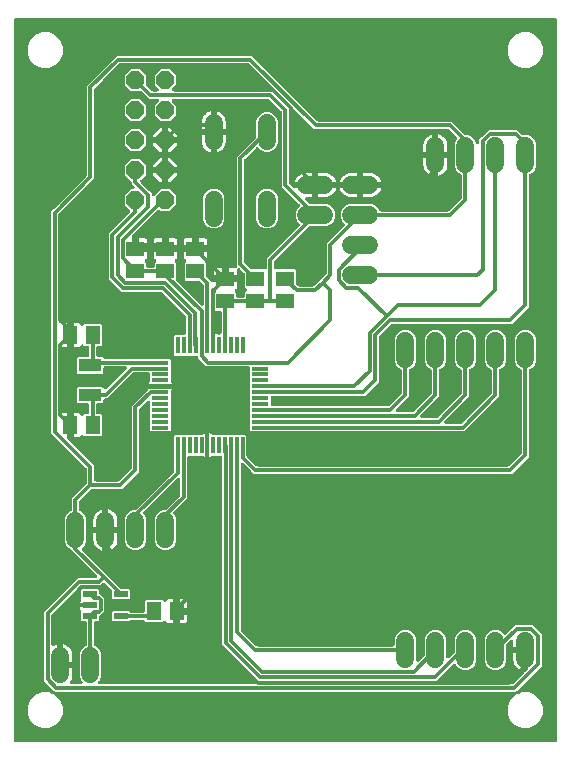
<source format=gbr>
G04 EAGLE Gerber RS-274X export*
G75*
%MOMM*%
%FSLAX34Y34*%
%LPD*%
%INTop Copper*%
%IPPOS*%
%AMOC8*
5,1,8,0,0,1.08239X$1,22.5*%
G01*
%ADD10C,1.524000*%
%ADD11R,1.300000X1.500000*%
%ADD12R,1.500000X1.300000*%
%ADD13R,1.200000X0.550000*%
%ADD14R,1.475000X0.300000*%
%ADD15R,0.300000X1.475000*%
%ADD16P,1.649562X8X112.500000*%
%ADD17R,1.900000X1.100000*%
%ADD18C,0.304800*%

G36*
X558826Y-52320D02*
X558826Y-52320D01*
X558852Y-52322D01*
X558999Y-52300D01*
X559146Y-52283D01*
X559171Y-52275D01*
X559197Y-52271D01*
X559335Y-52216D01*
X559474Y-52166D01*
X559496Y-52152D01*
X559521Y-52142D01*
X559642Y-52057D01*
X559767Y-51977D01*
X559785Y-51958D01*
X559807Y-51943D01*
X559906Y-51833D01*
X560009Y-51726D01*
X560023Y-51704D01*
X560040Y-51684D01*
X560112Y-51554D01*
X560188Y-51427D01*
X560196Y-51402D01*
X560209Y-51379D01*
X560249Y-51236D01*
X560294Y-51095D01*
X560296Y-51069D01*
X560304Y-51044D01*
X560323Y-50800D01*
X560323Y558800D01*
X560320Y558826D01*
X560322Y558852D01*
X560300Y558999D01*
X560283Y559146D01*
X560275Y559171D01*
X560271Y559197D01*
X560216Y559335D01*
X560166Y559474D01*
X560152Y559496D01*
X560142Y559521D01*
X560057Y559642D01*
X559977Y559767D01*
X559958Y559785D01*
X559943Y559807D01*
X559833Y559906D01*
X559726Y560009D01*
X559704Y560023D01*
X559684Y560040D01*
X559554Y560112D01*
X559427Y560188D01*
X559402Y560196D01*
X559379Y560209D01*
X559236Y560249D01*
X559095Y560294D01*
X559069Y560296D01*
X559044Y560304D01*
X558800Y560323D01*
X101600Y560323D01*
X101574Y560320D01*
X101548Y560322D01*
X101401Y560300D01*
X101254Y560283D01*
X101229Y560275D01*
X101203Y560271D01*
X101065Y560216D01*
X100926Y560166D01*
X100904Y560152D01*
X100879Y560142D01*
X100758Y560057D01*
X100633Y559977D01*
X100615Y559958D01*
X100593Y559943D01*
X100494Y559833D01*
X100391Y559726D01*
X100377Y559704D01*
X100360Y559684D01*
X100288Y559554D01*
X100212Y559427D01*
X100204Y559402D01*
X100191Y559379D01*
X100151Y559236D01*
X100106Y559095D01*
X100104Y559069D01*
X100096Y559044D01*
X100077Y558800D01*
X100077Y-50800D01*
X100080Y-50826D01*
X100078Y-50852D01*
X100100Y-50999D01*
X100117Y-51146D01*
X100125Y-51171D01*
X100129Y-51197D01*
X100184Y-51335D01*
X100234Y-51474D01*
X100248Y-51496D01*
X100258Y-51521D01*
X100343Y-51642D01*
X100423Y-51767D01*
X100442Y-51785D01*
X100457Y-51807D01*
X100567Y-51906D01*
X100674Y-52009D01*
X100696Y-52023D01*
X100716Y-52040D01*
X100846Y-52112D01*
X100973Y-52188D01*
X100998Y-52196D01*
X101021Y-52209D01*
X101164Y-52249D01*
X101305Y-52294D01*
X101331Y-52296D01*
X101356Y-52304D01*
X101600Y-52323D01*
X558800Y-52323D01*
X558826Y-52320D01*
G37*
%LPC*%
G36*
X134893Y-9959D02*
X134893Y-9959D01*
X134890Y-9909D01*
X134856Y-9789D01*
X134829Y-9668D01*
X134808Y-9622D01*
X134794Y-9574D01*
X134733Y-9465D01*
X134679Y-9353D01*
X134648Y-9314D01*
X134623Y-9270D01*
X134465Y-9083D01*
X134462Y-9081D01*
X134462Y-9080D01*
X125983Y-602D01*
X125983Y58022D01*
X154380Y86419D01*
X169393Y86419D01*
X169493Y86430D01*
X169593Y86432D01*
X169666Y86450D01*
X169739Y86459D01*
X169834Y86492D01*
X169931Y86517D01*
X169998Y86551D01*
X170068Y86576D01*
X170152Y86631D01*
X170241Y86677D01*
X170298Y86725D01*
X170360Y86765D01*
X170430Y86837D01*
X170507Y86902D01*
X170551Y86962D01*
X170603Y87016D01*
X170654Y87102D01*
X170714Y87183D01*
X170743Y87251D01*
X170781Y87315D01*
X170812Y87411D01*
X170852Y87503D01*
X170865Y87576D01*
X170888Y87647D01*
X170896Y87747D01*
X170913Y87846D01*
X170910Y87920D01*
X170916Y87994D01*
X170901Y88094D01*
X170896Y88194D01*
X170875Y88265D01*
X170864Y88339D01*
X170827Y88432D01*
X170799Y88529D01*
X170763Y88594D01*
X170735Y88663D01*
X170678Y88745D01*
X170629Y88833D01*
X170564Y88909D01*
X170536Y88949D01*
X170510Y88973D01*
X170470Y89019D01*
X151583Y107906D01*
X149269Y110220D01*
X149227Y110308D01*
X149194Y110401D01*
X149152Y110465D01*
X149120Y110534D01*
X149058Y110611D01*
X149005Y110694D01*
X148950Y110747D01*
X148902Y110807D01*
X148825Y110868D01*
X148754Y110936D01*
X148689Y110975D01*
X148629Y111023D01*
X148495Y111091D01*
X148455Y111115D01*
X148437Y111121D01*
X148411Y111134D01*
X147220Y111627D01*
X144648Y114200D01*
X143255Y117561D01*
X143255Y136439D01*
X144648Y139800D01*
X147220Y142373D01*
X148411Y142866D01*
X148478Y142903D01*
X148549Y142931D01*
X148630Y142987D01*
X148716Y143035D01*
X148772Y143087D01*
X148835Y143130D01*
X148901Y143203D01*
X148974Y143269D01*
X149017Y143332D01*
X149068Y143389D01*
X149116Y143475D01*
X149172Y143556D01*
X149200Y143627D01*
X149237Y143694D01*
X149264Y143789D01*
X149300Y143880D01*
X149311Y143956D01*
X149332Y144029D01*
X149344Y144178D01*
X149351Y144225D01*
X149349Y144244D01*
X149351Y144273D01*
X149351Y153663D01*
X161605Y165917D01*
X161684Y166016D01*
X161768Y166110D01*
X161792Y166152D01*
X161822Y166190D01*
X161876Y166304D01*
X161937Y166415D01*
X161950Y166461D01*
X161971Y166505D01*
X161997Y166628D01*
X162032Y166750D01*
X162037Y166811D01*
X162044Y166846D01*
X162043Y166894D01*
X162051Y166994D01*
X162051Y178576D01*
X162037Y178701D01*
X162030Y178828D01*
X162017Y178874D01*
X162011Y178922D01*
X161969Y179041D01*
X161934Y179162D01*
X161910Y179205D01*
X161894Y179250D01*
X161825Y179356D01*
X161764Y179467D01*
X161724Y179513D01*
X161705Y179543D01*
X161670Y179576D01*
X161605Y179653D01*
X132079Y209179D01*
X132079Y396857D01*
X134311Y399089D01*
X161605Y426382D01*
X161684Y426481D01*
X161768Y426575D01*
X161792Y426618D01*
X161822Y426655D01*
X161876Y426770D01*
X161937Y426880D01*
X161950Y426927D01*
X161971Y426971D01*
X161997Y427094D01*
X162032Y427216D01*
X162037Y427277D01*
X162044Y427311D01*
X162043Y427359D01*
X162051Y427460D01*
X162051Y503029D01*
X187343Y528321D01*
X301722Y528321D01*
X356648Y473395D01*
X356747Y473316D01*
X356841Y473232D01*
X356884Y473208D01*
X356921Y473178D01*
X357036Y473124D01*
X357146Y473063D01*
X357193Y473050D01*
X357236Y473029D01*
X357360Y473003D01*
X357482Y472968D01*
X357542Y472963D01*
X357577Y472956D01*
X357625Y472957D01*
X357725Y472949D01*
X471163Y472949D01*
X482401Y461711D01*
X482500Y461632D01*
X482594Y461548D01*
X482636Y461524D01*
X482674Y461494D01*
X482788Y461440D01*
X482899Y461379D01*
X482945Y461366D01*
X482989Y461345D01*
X483112Y461319D01*
X483234Y461284D01*
X483295Y461279D01*
X483330Y461272D01*
X483378Y461273D01*
X483478Y461265D01*
X484419Y461265D01*
X487780Y459872D01*
X490353Y457300D01*
X491353Y454885D01*
X491377Y454841D01*
X491394Y454794D01*
X491462Y454689D01*
X491522Y454581D01*
X491556Y454543D01*
X491583Y454501D01*
X491673Y454415D01*
X491756Y454323D01*
X491798Y454294D01*
X491834Y454259D01*
X491941Y454195D01*
X492043Y454124D01*
X492090Y454106D01*
X492133Y454080D01*
X492251Y454042D01*
X492367Y453997D01*
X492417Y453989D01*
X492465Y453974D01*
X492589Y453964D01*
X492712Y453946D01*
X492762Y453950D01*
X492812Y453946D01*
X492935Y453964D01*
X493059Y453975D01*
X493107Y453990D01*
X493157Y453998D01*
X493272Y454044D01*
X493391Y454082D01*
X493434Y454108D01*
X493481Y454126D01*
X493583Y454197D01*
X493689Y454261D01*
X493726Y454297D01*
X493767Y454325D01*
X493850Y454417D01*
X493939Y454504D01*
X493967Y454547D01*
X494000Y454584D01*
X494060Y454693D01*
X494128Y454798D01*
X494145Y454845D01*
X494169Y454889D01*
X494203Y455009D01*
X494244Y455126D01*
X494250Y455176D01*
X494264Y455225D01*
X494283Y455468D01*
X494283Y457802D01*
X496515Y460034D01*
X500086Y463605D01*
X502318Y465837D01*
X526382Y465837D01*
X530508Y461711D01*
X530607Y461632D01*
X530700Y461548D01*
X530743Y461524D01*
X530781Y461494D01*
X530895Y461440D01*
X531005Y461379D01*
X531052Y461366D01*
X531096Y461345D01*
X531219Y461319D01*
X531341Y461284D01*
X531402Y461279D01*
X531436Y461272D01*
X531484Y461273D01*
X531585Y461265D01*
X535219Y461265D01*
X538580Y459872D01*
X541152Y457300D01*
X542545Y453939D01*
X542545Y435061D01*
X541152Y431700D01*
X538580Y429127D01*
X537389Y428634D01*
X537322Y428597D01*
X537251Y428569D01*
X537170Y428513D01*
X537084Y428465D01*
X537028Y428413D01*
X536965Y428370D01*
X536899Y428297D01*
X536826Y428231D01*
X536783Y428168D01*
X536732Y428111D01*
X536684Y428025D01*
X536628Y427944D01*
X536600Y427873D01*
X536563Y427806D01*
X536536Y427711D01*
X536500Y427620D01*
X536489Y427544D01*
X536468Y427471D01*
X536456Y427322D01*
X536449Y427275D01*
X536451Y427256D01*
X536449Y427227D01*
X536449Y316237D01*
X521963Y301751D01*
X420994Y301751D01*
X420868Y301737D01*
X420742Y301730D01*
X420696Y301717D01*
X420648Y301711D01*
X420529Y301669D01*
X420407Y301634D01*
X420365Y301610D01*
X420319Y301594D01*
X420213Y301525D01*
X420103Y301464D01*
X420057Y301424D01*
X420027Y301405D01*
X419993Y301370D01*
X419917Y301305D01*
X409895Y291283D01*
X409816Y291184D01*
X409732Y291090D01*
X409708Y291048D01*
X409678Y291010D01*
X409624Y290896D01*
X409563Y290785D01*
X409550Y290739D01*
X409529Y290695D01*
X409503Y290572D01*
X409468Y290450D01*
X409463Y290389D01*
X409456Y290354D01*
X409457Y290306D01*
X409449Y290206D01*
X409449Y252737D01*
X397463Y240751D01*
X319503Y240751D01*
X319477Y240748D01*
X319451Y240750D01*
X319304Y240728D01*
X319157Y240711D01*
X319132Y240703D01*
X319106Y240699D01*
X318968Y240644D01*
X318829Y240594D01*
X318807Y240580D01*
X318782Y240570D01*
X318661Y240485D01*
X318536Y240405D01*
X318518Y240386D01*
X318496Y240371D01*
X318397Y240261D01*
X318294Y240154D01*
X318280Y240132D01*
X318263Y240112D01*
X318191Y239982D01*
X318115Y239855D01*
X318107Y239830D01*
X318094Y239807D01*
X318054Y239664D01*
X318009Y239523D01*
X318007Y239497D01*
X317999Y239472D01*
X317980Y239228D01*
X317980Y233372D01*
X317983Y233346D01*
X317981Y233320D01*
X318003Y233173D01*
X318020Y233026D01*
X318028Y233001D01*
X318032Y232975D01*
X318087Y232837D01*
X318137Y232698D01*
X318151Y232676D01*
X318161Y232651D01*
X318246Y232530D01*
X318326Y232405D01*
X318345Y232387D01*
X318360Y232365D01*
X318470Y232266D01*
X318577Y232163D01*
X318599Y232149D01*
X318619Y232132D01*
X318749Y232060D01*
X318876Y231984D01*
X318901Y231976D01*
X318924Y231963D01*
X319067Y231923D01*
X319208Y231878D01*
X319234Y231876D01*
X319259Y231868D01*
X319503Y231849D01*
X417406Y231849D01*
X417532Y231863D01*
X417658Y231870D01*
X417704Y231883D01*
X417752Y231889D01*
X417871Y231931D01*
X417993Y231966D01*
X418035Y231990D01*
X418081Y232006D01*
X418187Y232075D01*
X418297Y232136D01*
X418343Y232176D01*
X418373Y232195D01*
X418407Y232230D01*
X418483Y232295D01*
X428305Y242117D01*
X428368Y242197D01*
X428431Y242261D01*
X428443Y242281D01*
X428468Y242310D01*
X428492Y242352D01*
X428522Y242390D01*
X428575Y242501D01*
X428610Y242560D01*
X428614Y242572D01*
X428637Y242615D01*
X428650Y242661D01*
X428671Y242705D01*
X428697Y242828D01*
X428711Y242876D01*
X428716Y242892D01*
X428716Y242895D01*
X428732Y242950D01*
X428737Y243011D01*
X428744Y243046D01*
X428743Y243094D01*
X428751Y243194D01*
X428751Y262127D01*
X428743Y262203D01*
X428744Y262279D01*
X428723Y262375D01*
X428711Y262473D01*
X428686Y262545D01*
X428669Y262620D01*
X428627Y262708D01*
X428594Y262801D01*
X428552Y262865D01*
X428520Y262934D01*
X428458Y263011D01*
X428405Y263094D01*
X428350Y263147D01*
X428302Y263207D01*
X428225Y263268D01*
X428154Y263336D01*
X428089Y263375D01*
X428029Y263423D01*
X427895Y263491D01*
X427855Y263515D01*
X427837Y263521D01*
X427811Y263534D01*
X426620Y264027D01*
X424048Y266600D01*
X422655Y269961D01*
X422655Y288839D01*
X424048Y292200D01*
X426620Y294772D01*
X429981Y296165D01*
X433619Y296165D01*
X436980Y294772D01*
X439552Y292200D01*
X440945Y288839D01*
X440945Y269961D01*
X439552Y266600D01*
X436980Y264027D01*
X435789Y263534D01*
X435722Y263497D01*
X435651Y263469D01*
X435570Y263413D01*
X435484Y263365D01*
X435428Y263313D01*
X435365Y263270D01*
X435299Y263197D01*
X435226Y263131D01*
X435183Y263068D01*
X435132Y263011D01*
X435084Y262925D01*
X435028Y262844D01*
X435000Y262773D01*
X434963Y262706D01*
X434936Y262611D01*
X434900Y262520D01*
X434889Y262444D01*
X434868Y262371D01*
X434856Y262222D01*
X434849Y262175D01*
X434851Y262156D01*
X434849Y262127D01*
X434849Y240037D01*
X432617Y237805D01*
X424261Y229449D01*
X424198Y229371D01*
X424128Y229298D01*
X424090Y229234D01*
X424044Y229176D01*
X424001Y229085D01*
X423950Y228999D01*
X423927Y228928D01*
X423895Y228861D01*
X423874Y228763D01*
X423843Y228667D01*
X423837Y228593D01*
X423822Y228520D01*
X423823Y228420D01*
X423815Y228320D01*
X423826Y228246D01*
X423828Y228172D01*
X423852Y228075D01*
X423867Y227975D01*
X423895Y227906D01*
X423913Y227834D01*
X423959Y227744D01*
X423996Y227651D01*
X424038Y227590D01*
X424072Y227524D01*
X424138Y227447D01*
X424195Y227365D01*
X424250Y227315D01*
X424298Y227259D01*
X424379Y227199D01*
X424454Y227132D01*
X424519Y227096D01*
X424578Y227051D01*
X424671Y227012D01*
X424759Y226963D01*
X424830Y226943D01*
X424898Y226913D01*
X424997Y226896D01*
X425094Y226868D01*
X425194Y226860D01*
X425241Y226852D01*
X425277Y226854D01*
X425338Y226849D01*
X437806Y226849D01*
X437932Y226863D01*
X438058Y226870D01*
X438104Y226883D01*
X438152Y226889D01*
X438271Y226931D01*
X438393Y226966D01*
X438435Y226990D01*
X438481Y227006D01*
X438587Y227075D01*
X438697Y227136D01*
X438743Y227176D01*
X438773Y227195D01*
X438807Y227230D01*
X438883Y227295D01*
X453705Y242117D01*
X453768Y242197D01*
X453831Y242261D01*
X453843Y242281D01*
X453868Y242310D01*
X453892Y242352D01*
X453922Y242390D01*
X453975Y242501D01*
X454010Y242560D01*
X454014Y242572D01*
X454037Y242615D01*
X454050Y242661D01*
X454071Y242705D01*
X454097Y242828D01*
X454111Y242876D01*
X454116Y242892D01*
X454116Y242895D01*
X454132Y242950D01*
X454137Y243011D01*
X454144Y243046D01*
X454143Y243094D01*
X454151Y243194D01*
X454151Y262127D01*
X454143Y262203D01*
X454144Y262279D01*
X454123Y262375D01*
X454111Y262473D01*
X454086Y262545D01*
X454069Y262620D01*
X454027Y262708D01*
X453994Y262801D01*
X453952Y262865D01*
X453920Y262934D01*
X453858Y263011D01*
X453805Y263094D01*
X453750Y263147D01*
X453702Y263207D01*
X453625Y263268D01*
X453554Y263336D01*
X453489Y263375D01*
X453429Y263423D01*
X453295Y263491D01*
X453255Y263515D01*
X453237Y263521D01*
X453211Y263534D01*
X452020Y264027D01*
X449448Y266600D01*
X448055Y269961D01*
X448055Y288839D01*
X449448Y292200D01*
X452020Y294772D01*
X455381Y296165D01*
X459019Y296165D01*
X462380Y294772D01*
X464952Y292200D01*
X466345Y288839D01*
X466345Y269961D01*
X464952Y266600D01*
X462380Y264027D01*
X461189Y263534D01*
X461122Y263497D01*
X461051Y263469D01*
X460970Y263413D01*
X460884Y263365D01*
X460828Y263313D01*
X460765Y263270D01*
X460699Y263197D01*
X460626Y263131D01*
X460583Y263068D01*
X460532Y263011D01*
X460484Y262925D01*
X460428Y262844D01*
X460400Y262773D01*
X460363Y262706D01*
X460336Y262611D01*
X460300Y262520D01*
X460289Y262444D01*
X460268Y262371D01*
X460256Y262222D01*
X460249Y262175D01*
X460251Y262156D01*
X460249Y262127D01*
X460249Y240037D01*
X458017Y237805D01*
X444661Y224449D01*
X444598Y224371D01*
X444528Y224298D01*
X444490Y224234D01*
X444444Y224176D01*
X444401Y224085D01*
X444350Y223999D01*
X444327Y223928D01*
X444295Y223861D01*
X444274Y223763D01*
X444243Y223667D01*
X444237Y223593D01*
X444222Y223520D01*
X444223Y223420D01*
X444215Y223320D01*
X444226Y223246D01*
X444228Y223172D01*
X444252Y223075D01*
X444267Y222975D01*
X444295Y222906D01*
X444313Y222834D01*
X444359Y222744D01*
X444396Y222651D01*
X444438Y222590D01*
X444472Y222524D01*
X444538Y222447D01*
X444595Y222365D01*
X444650Y222315D01*
X444698Y222259D01*
X444779Y222199D01*
X444854Y222132D01*
X444919Y222096D01*
X444978Y222051D01*
X445071Y222012D01*
X445159Y221963D01*
X445230Y221943D01*
X445298Y221913D01*
X445397Y221896D01*
X445494Y221868D01*
X445594Y221860D01*
X445641Y221852D01*
X445677Y221854D01*
X445738Y221849D01*
X458206Y221849D01*
X458332Y221863D01*
X458458Y221870D01*
X458504Y221883D01*
X458552Y221889D01*
X458671Y221931D01*
X458793Y221966D01*
X458835Y221990D01*
X458881Y222006D01*
X458987Y222075D01*
X459097Y222136D01*
X459143Y222176D01*
X459173Y222195D01*
X459185Y222207D01*
X459186Y222208D01*
X459209Y222232D01*
X459283Y222295D01*
X479105Y242117D01*
X479168Y242197D01*
X479231Y242261D01*
X479243Y242281D01*
X479268Y242310D01*
X479292Y242352D01*
X479322Y242390D01*
X479375Y242501D01*
X479410Y242560D01*
X479414Y242572D01*
X479437Y242615D01*
X479450Y242661D01*
X479471Y242705D01*
X479497Y242828D01*
X479511Y242876D01*
X479516Y242892D01*
X479516Y242895D01*
X479532Y242950D01*
X479537Y243011D01*
X479544Y243046D01*
X479543Y243094D01*
X479551Y243194D01*
X479551Y262127D01*
X479543Y262203D01*
X479544Y262279D01*
X479523Y262375D01*
X479511Y262473D01*
X479486Y262545D01*
X479469Y262620D01*
X479427Y262708D01*
X479394Y262801D01*
X479352Y262865D01*
X479320Y262934D01*
X479258Y263011D01*
X479205Y263094D01*
X479150Y263147D01*
X479102Y263207D01*
X479025Y263268D01*
X478954Y263336D01*
X478889Y263375D01*
X478829Y263423D01*
X478695Y263491D01*
X478655Y263515D01*
X478637Y263521D01*
X478611Y263534D01*
X477420Y264027D01*
X474848Y266600D01*
X473455Y269961D01*
X473455Y288839D01*
X474848Y292200D01*
X477420Y294772D01*
X480781Y296165D01*
X484419Y296165D01*
X487780Y294772D01*
X490352Y292200D01*
X491745Y288839D01*
X491745Y269961D01*
X490352Y266600D01*
X487780Y264027D01*
X486589Y263534D01*
X486522Y263497D01*
X486451Y263469D01*
X486370Y263413D01*
X486284Y263365D01*
X486228Y263313D01*
X486165Y263270D01*
X486099Y263197D01*
X486026Y263131D01*
X485983Y263068D01*
X485932Y263011D01*
X485884Y262925D01*
X485828Y262844D01*
X485800Y262773D01*
X485763Y262706D01*
X485736Y262611D01*
X485700Y262520D01*
X485689Y262444D01*
X485668Y262371D01*
X485656Y262222D01*
X485649Y262175D01*
X485651Y262156D01*
X485649Y262127D01*
X485649Y240037D01*
X483417Y237805D01*
X465061Y219449D01*
X464998Y219371D01*
X464928Y219298D01*
X464890Y219234D01*
X464844Y219176D01*
X464801Y219085D01*
X464750Y218999D01*
X464727Y218928D01*
X464695Y218861D01*
X464674Y218763D01*
X464643Y218667D01*
X464637Y218593D01*
X464622Y218520D01*
X464623Y218420D01*
X464615Y218320D01*
X464626Y218246D01*
X464628Y218172D01*
X464652Y218075D01*
X464667Y217975D01*
X464695Y217906D01*
X464713Y217834D01*
X464759Y217744D01*
X464796Y217651D01*
X464838Y217590D01*
X464872Y217524D01*
X464938Y217447D01*
X464995Y217365D01*
X465050Y217315D01*
X465098Y217259D01*
X465179Y217199D01*
X465254Y217132D01*
X465319Y217096D01*
X465378Y217051D01*
X465471Y217012D01*
X465559Y216963D01*
X465630Y216943D01*
X465698Y216913D01*
X465797Y216896D01*
X465894Y216868D01*
X465994Y216860D01*
X466041Y216852D01*
X466077Y216854D01*
X466138Y216849D01*
X478606Y216849D01*
X478732Y216863D01*
X478858Y216870D01*
X478904Y216883D01*
X478952Y216889D01*
X479071Y216931D01*
X479193Y216966D01*
X479235Y216990D01*
X479281Y217006D01*
X479387Y217075D01*
X479497Y217136D01*
X479543Y217176D01*
X479573Y217195D01*
X479607Y217230D01*
X479683Y217295D01*
X504505Y242117D01*
X504568Y242197D01*
X504631Y242261D01*
X504643Y242281D01*
X504668Y242310D01*
X504692Y242352D01*
X504722Y242390D01*
X504775Y242501D01*
X504810Y242560D01*
X504814Y242572D01*
X504837Y242615D01*
X504850Y242661D01*
X504871Y242705D01*
X504897Y242828D01*
X504911Y242876D01*
X504916Y242892D01*
X504916Y242895D01*
X504932Y242950D01*
X504937Y243011D01*
X504944Y243046D01*
X504943Y243094D01*
X504951Y243194D01*
X504951Y262127D01*
X504943Y262203D01*
X504944Y262279D01*
X504923Y262375D01*
X504911Y262473D01*
X504886Y262545D01*
X504869Y262620D01*
X504827Y262708D01*
X504794Y262801D01*
X504752Y262865D01*
X504720Y262934D01*
X504658Y263011D01*
X504605Y263094D01*
X504550Y263147D01*
X504502Y263207D01*
X504425Y263268D01*
X504354Y263336D01*
X504289Y263375D01*
X504229Y263423D01*
X504095Y263491D01*
X504055Y263515D01*
X504037Y263521D01*
X504011Y263534D01*
X502820Y264027D01*
X500248Y266600D01*
X498855Y269961D01*
X498855Y288839D01*
X500248Y292200D01*
X502820Y294772D01*
X506181Y296165D01*
X509819Y296165D01*
X513180Y294772D01*
X515752Y292200D01*
X517145Y288839D01*
X517145Y269961D01*
X515752Y266600D01*
X513180Y264027D01*
X511989Y263534D01*
X511922Y263497D01*
X511851Y263469D01*
X511770Y263413D01*
X511684Y263365D01*
X511628Y263313D01*
X511565Y263270D01*
X511499Y263197D01*
X511426Y263131D01*
X511383Y263068D01*
X511332Y263011D01*
X511284Y262925D01*
X511228Y262844D01*
X511200Y262773D01*
X511163Y262706D01*
X511136Y262611D01*
X511100Y262520D01*
X511089Y262444D01*
X511068Y262371D01*
X511056Y262222D01*
X511049Y262175D01*
X511051Y262156D01*
X511049Y262127D01*
X511049Y240037D01*
X481763Y210751D01*
X307421Y210751D01*
X307406Y210756D01*
X307345Y210761D01*
X307310Y210768D01*
X307262Y210767D01*
X307162Y210775D01*
X301073Y210775D01*
X300180Y211668D01*
X300180Y264228D01*
X300177Y264254D01*
X300179Y264280D01*
X300157Y264427D01*
X300140Y264574D01*
X300132Y264599D01*
X300128Y264625D01*
X300073Y264763D01*
X300023Y264902D01*
X300009Y264924D01*
X299999Y264949D01*
X299914Y265070D01*
X299834Y265195D01*
X299815Y265213D01*
X299800Y265235D01*
X299690Y265334D01*
X299583Y265437D01*
X299561Y265451D01*
X299541Y265468D01*
X299411Y265540D01*
X299284Y265616D01*
X299259Y265624D01*
X299236Y265637D01*
X299093Y265677D01*
X298952Y265722D01*
X298926Y265724D01*
X298901Y265732D01*
X298657Y265751D01*
X263337Y265751D01*
X256151Y272937D01*
X256151Y273257D01*
X256148Y273283D01*
X256150Y273309D01*
X256128Y273456D01*
X256111Y273603D01*
X256103Y273628D01*
X256099Y273654D01*
X256044Y273792D01*
X255994Y273931D01*
X255980Y273953D01*
X255970Y273978D01*
X255885Y274099D01*
X255805Y274224D01*
X255786Y274242D01*
X255771Y274264D01*
X255661Y274363D01*
X255554Y274466D01*
X255532Y274480D01*
X255512Y274497D01*
X255382Y274569D01*
X255255Y274645D01*
X255230Y274653D01*
X255207Y274666D01*
X255064Y274706D01*
X254923Y274751D01*
X254897Y274753D01*
X254872Y274761D01*
X254628Y274780D01*
X237068Y274780D01*
X236175Y275673D01*
X236175Y291687D01*
X237068Y292580D01*
X244628Y292580D01*
X244654Y292583D01*
X244680Y292581D01*
X244827Y292603D01*
X244974Y292620D01*
X244999Y292628D01*
X245025Y292632D01*
X245163Y292687D01*
X245302Y292737D01*
X245324Y292751D01*
X245349Y292761D01*
X245470Y292846D01*
X245595Y292926D01*
X245613Y292945D01*
X245635Y292960D01*
X245734Y293070D01*
X245837Y293177D01*
X245851Y293199D01*
X245868Y293219D01*
X245940Y293349D01*
X246016Y293476D01*
X246024Y293501D01*
X246037Y293524D01*
X246077Y293667D01*
X246122Y293808D01*
X246124Y293834D01*
X246132Y293859D01*
X246151Y294103D01*
X246151Y307475D01*
X246137Y307600D01*
X246130Y307726D01*
X246117Y307773D01*
X246111Y307821D01*
X246069Y307940D01*
X246034Y308061D01*
X246010Y308103D01*
X245994Y308149D01*
X245925Y308255D01*
X245864Y308365D01*
X245824Y308412D01*
X245805Y308442D01*
X245770Y308475D01*
X245705Y308552D01*
X225772Y328485D01*
X225673Y328564D01*
X225579Y328648D01*
X225536Y328672D01*
X225499Y328702D01*
X225384Y328756D01*
X225274Y328817D01*
X225227Y328830D01*
X225184Y328851D01*
X225060Y328877D01*
X224938Y328912D01*
X224878Y328917D01*
X224843Y328924D01*
X224795Y328923D01*
X224695Y328931D01*
X191281Y328931D01*
X180459Y339753D01*
X180459Y377913D01*
X198530Y395983D01*
X198546Y396004D01*
X198566Y396021D01*
X198613Y396085D01*
X198637Y396109D01*
X198659Y396147D01*
X198746Y396256D01*
X198758Y396280D01*
X198773Y396301D01*
X198832Y396437D01*
X198895Y396572D01*
X198901Y396597D01*
X198911Y396621D01*
X198938Y396768D01*
X198969Y396912D01*
X198968Y396938D01*
X198973Y396964D01*
X198965Y397113D01*
X198963Y397261D01*
X198956Y397286D01*
X198955Y397312D01*
X198914Y397455D01*
X198878Y397599D01*
X198866Y397622D01*
X198858Y397647D01*
X198786Y397777D01*
X198718Y397909D01*
X198701Y397929D01*
X198688Y397951D01*
X198530Y398138D01*
X194055Y402612D01*
X194055Y410188D01*
X199412Y415545D01*
X201153Y415545D01*
X201253Y415556D01*
X201353Y415558D01*
X201425Y415576D01*
X201499Y415585D01*
X201594Y415618D01*
X201691Y415643D01*
X201757Y415677D01*
X201827Y415702D01*
X201912Y415757D01*
X202001Y415803D01*
X202058Y415851D01*
X202120Y415891D01*
X202190Y415963D01*
X202267Y416028D01*
X202311Y416088D01*
X202362Y416142D01*
X202414Y416228D01*
X202474Y416309D01*
X202503Y416377D01*
X202541Y416441D01*
X202572Y416537D01*
X202612Y416629D01*
X202625Y416702D01*
X202648Y416773D01*
X202656Y416873D01*
X202673Y416972D01*
X202670Y417046D01*
X202675Y417120D01*
X202661Y417220D01*
X202655Y417320D01*
X202635Y417391D01*
X202624Y417465D01*
X202587Y417558D01*
X202559Y417655D01*
X202523Y417720D01*
X202495Y417789D01*
X202438Y417871D01*
X202389Y417959D01*
X202324Y418035D01*
X202296Y418075D01*
X202270Y418099D01*
X202230Y418145D01*
X200151Y420224D01*
X200151Y421285D01*
X200137Y421411D01*
X200130Y421537D01*
X200117Y421583D01*
X200111Y421631D01*
X200069Y421750D01*
X200034Y421872D01*
X200010Y421914D01*
X199994Y421960D01*
X199925Y422066D01*
X199864Y422176D01*
X199824Y422222D01*
X199805Y422252D01*
X199770Y422286D01*
X199705Y422362D01*
X194055Y428012D01*
X194055Y435588D01*
X199412Y440945D01*
X206988Y440945D01*
X212345Y435588D01*
X212345Y428012D01*
X207743Y423410D01*
X207726Y423390D01*
X207706Y423372D01*
X207618Y423253D01*
X207526Y423137D01*
X207515Y423113D01*
X207499Y423092D01*
X207440Y422956D01*
X207377Y422822D01*
X207372Y422796D01*
X207361Y422772D01*
X207335Y422626D01*
X207304Y422481D01*
X207304Y422455D01*
X207299Y422429D01*
X207307Y422281D01*
X207310Y422133D01*
X207316Y422107D01*
X207317Y422081D01*
X207358Y421939D01*
X207395Y421795D01*
X207407Y421771D01*
X207414Y421746D01*
X207486Y421617D01*
X207554Y421485D01*
X207571Y421465D01*
X207584Y421442D01*
X207743Y421256D01*
X214685Y414314D01*
X216917Y412082D01*
X216917Y411327D01*
X216928Y411227D01*
X216930Y411127D01*
X216948Y411054D01*
X216957Y410981D01*
X216990Y410886D01*
X217015Y410789D01*
X217049Y410722D01*
X217074Y410652D01*
X217129Y410568D01*
X217175Y410479D01*
X217223Y410422D01*
X217263Y410360D01*
X217335Y410290D01*
X217400Y410213D01*
X217460Y410169D01*
X217514Y410117D01*
X217600Y410066D01*
X217681Y410006D01*
X217749Y409977D01*
X217813Y409939D01*
X217909Y409908D01*
X218001Y409868D01*
X218074Y409855D01*
X218145Y409832D01*
X218245Y409824D01*
X218344Y409807D01*
X218418Y409810D01*
X218492Y409804D01*
X218592Y409819D01*
X218692Y409824D01*
X218763Y409845D01*
X218837Y409856D01*
X218930Y409893D01*
X219027Y409921D01*
X219092Y409957D01*
X219161Y409985D01*
X219243Y410042D01*
X219331Y410091D01*
X219407Y410156D01*
X219447Y410184D01*
X219471Y410210D01*
X219517Y410250D01*
X224812Y415545D01*
X232388Y415545D01*
X237745Y410188D01*
X237745Y402612D01*
X232388Y397255D01*
X224812Y397255D01*
X224161Y397906D01*
X224141Y397922D01*
X224124Y397942D01*
X224005Y398030D01*
X223888Y398123D01*
X223865Y398134D01*
X223844Y398150D01*
X223707Y398208D01*
X223573Y398272D01*
X223548Y398277D01*
X223523Y398288D01*
X223377Y398314D01*
X223233Y398345D01*
X223206Y398345D01*
X223180Y398349D01*
X223032Y398342D01*
X222884Y398339D01*
X222859Y398333D01*
X222832Y398331D01*
X222690Y398290D01*
X222546Y398254D01*
X222523Y398242D01*
X222498Y398235D01*
X222368Y398162D01*
X222236Y398094D01*
X222216Y398077D01*
X222193Y398065D01*
X222007Y397906D01*
X200599Y376498D01*
X200520Y376399D01*
X200436Y376305D01*
X200412Y376263D01*
X200382Y376225D01*
X200328Y376111D01*
X200267Y376000D01*
X200254Y375953D01*
X200233Y375910D01*
X200207Y375786D01*
X200172Y375665D01*
X200168Y375604D01*
X200160Y375569D01*
X200161Y375521D01*
X200153Y375421D01*
X200153Y366624D01*
X200156Y366598D01*
X200154Y366572D01*
X200176Y366425D01*
X200193Y366278D01*
X200201Y366253D01*
X200205Y366227D01*
X200260Y366089D01*
X200310Y365950D01*
X200324Y365928D01*
X200334Y365903D01*
X200419Y365782D01*
X200499Y365657D01*
X200518Y365639D01*
X200533Y365617D01*
X200643Y365518D01*
X200750Y365415D01*
X200772Y365401D01*
X200792Y365384D01*
X200922Y365312D01*
X201049Y365236D01*
X201074Y365228D01*
X201097Y365215D01*
X201240Y365175D01*
X201381Y365130D01*
X201407Y365128D01*
X201432Y365120D01*
X201676Y365101D01*
X203201Y365101D01*
X203201Y363576D01*
X203204Y363550D01*
X203202Y363524D01*
X203224Y363377D01*
X203241Y363230D01*
X203250Y363205D01*
X203253Y363179D01*
X203308Y363041D01*
X203358Y362902D01*
X203372Y362880D01*
X203382Y362855D01*
X203467Y362734D01*
X203547Y362609D01*
X203566Y362591D01*
X203581Y362569D01*
X203691Y362470D01*
X203798Y362367D01*
X203820Y362353D01*
X203840Y362336D01*
X203970Y362264D01*
X204097Y362188D01*
X204122Y362180D01*
X204145Y362167D01*
X204288Y362127D01*
X204429Y362082D01*
X204455Y362080D01*
X204480Y362072D01*
X204724Y362053D01*
X213241Y362053D01*
X213241Y358265D01*
X213068Y357619D01*
X212733Y357040D01*
X212260Y356567D01*
X211842Y356326D01*
X211801Y356295D01*
X211756Y356272D01*
X211662Y356192D01*
X211562Y356118D01*
X211529Y356079D01*
X211491Y356046D01*
X211417Y355947D01*
X211337Y355852D01*
X211314Y355807D01*
X211283Y355766D01*
X211234Y355652D01*
X211178Y355542D01*
X211166Y355493D01*
X211145Y355446D01*
X211124Y355324D01*
X211094Y355204D01*
X211093Y355153D01*
X211084Y355103D01*
X211090Y354979D01*
X211088Y354856D01*
X211099Y354806D01*
X211102Y354755D01*
X211136Y354636D01*
X211162Y354515D01*
X211184Y354469D01*
X211198Y354420D01*
X211259Y354312D01*
X211312Y354200D01*
X211343Y354160D01*
X211368Y354116D01*
X211527Y353929D01*
X212225Y353232D01*
X212225Y350672D01*
X212228Y350646D01*
X212226Y350620D01*
X212248Y350473D01*
X212265Y350326D01*
X212273Y350301D01*
X212277Y350275D01*
X212332Y350137D01*
X212382Y349998D01*
X212396Y349976D01*
X212406Y349951D01*
X212491Y349830D01*
X212571Y349705D01*
X212590Y349687D01*
X212605Y349665D01*
X212715Y349566D01*
X212822Y349463D01*
X212844Y349449D01*
X212864Y349432D01*
X212994Y349360D01*
X213121Y349284D01*
X213146Y349276D01*
X213169Y349263D01*
X213312Y349223D01*
X213453Y349178D01*
X213479Y349176D01*
X213504Y349168D01*
X213748Y349149D01*
X218052Y349149D01*
X218078Y349152D01*
X218104Y349150D01*
X218251Y349172D01*
X218398Y349189D01*
X218423Y349197D01*
X218449Y349201D01*
X218587Y349256D01*
X218726Y349306D01*
X218748Y349320D01*
X218773Y349330D01*
X218894Y349415D01*
X219019Y349495D01*
X219037Y349514D01*
X219059Y349529D01*
X219158Y349639D01*
X219261Y349746D01*
X219275Y349768D01*
X219292Y349788D01*
X219364Y349918D01*
X219440Y350045D01*
X219448Y350070D01*
X219461Y350093D01*
X219501Y350236D01*
X219546Y350377D01*
X219548Y350403D01*
X219556Y350428D01*
X219575Y350672D01*
X219575Y353232D01*
X220273Y353929D01*
X220305Y353970D01*
X220343Y354004D01*
X220413Y354105D01*
X220490Y354202D01*
X220512Y354249D01*
X220541Y354291D01*
X220586Y354406D01*
X220639Y354518D01*
X220649Y354567D01*
X220668Y354615D01*
X220686Y354737D01*
X220712Y354858D01*
X220711Y354909D01*
X220719Y354960D01*
X220708Y355083D01*
X220706Y355207D01*
X220694Y355256D01*
X220689Y355307D01*
X220651Y355425D01*
X220621Y355545D01*
X220598Y355590D01*
X220582Y355639D01*
X220518Y355745D01*
X220461Y355854D01*
X220428Y355893D01*
X220402Y355937D01*
X220316Y356026D01*
X220236Y356120D01*
X220195Y356150D01*
X220159Y356187D01*
X219958Y356326D01*
X219540Y356567D01*
X219067Y357040D01*
X218732Y357619D01*
X218559Y358265D01*
X218559Y362053D01*
X227076Y362053D01*
X227102Y362056D01*
X227128Y362054D01*
X227275Y362076D01*
X227422Y362093D01*
X227447Y362101D01*
X227473Y362105D01*
X227611Y362160D01*
X227750Y362210D01*
X227772Y362224D01*
X227797Y362234D01*
X227918Y362319D01*
X228043Y362399D01*
X228061Y362418D01*
X228083Y362433D01*
X228182Y362543D01*
X228285Y362650D01*
X228299Y362672D01*
X228316Y362692D01*
X228388Y362822D01*
X228464Y362949D01*
X228472Y362974D01*
X228485Y362997D01*
X228525Y363140D01*
X228570Y363281D01*
X228572Y363307D01*
X228580Y363332D01*
X228599Y363576D01*
X228599Y365101D01*
X228601Y365101D01*
X228601Y363576D01*
X228604Y363550D01*
X228602Y363524D01*
X228624Y363377D01*
X228641Y363230D01*
X228650Y363205D01*
X228653Y363179D01*
X228708Y363041D01*
X228758Y362902D01*
X228772Y362880D01*
X228782Y362855D01*
X228867Y362734D01*
X228947Y362609D01*
X228966Y362591D01*
X228981Y362569D01*
X229091Y362470D01*
X229198Y362367D01*
X229220Y362353D01*
X229240Y362336D01*
X229370Y362264D01*
X229497Y362188D01*
X229522Y362180D01*
X229545Y362167D01*
X229688Y362127D01*
X229829Y362082D01*
X229855Y362080D01*
X229880Y362072D01*
X230124Y362053D01*
X238641Y362053D01*
X238641Y358265D01*
X238468Y357619D01*
X238133Y357040D01*
X237660Y356567D01*
X237242Y356326D01*
X237201Y356295D01*
X237156Y356272D01*
X237062Y356192D01*
X236962Y356118D01*
X236929Y356079D01*
X236891Y356046D01*
X236817Y355947D01*
X236737Y355852D01*
X236714Y355807D01*
X236683Y355766D01*
X236634Y355652D01*
X236578Y355542D01*
X236566Y355493D01*
X236545Y355446D01*
X236524Y355324D01*
X236494Y355204D01*
X236493Y355153D01*
X236484Y355103D01*
X236490Y354979D01*
X236488Y354856D01*
X236499Y354806D01*
X236502Y354755D01*
X236536Y354636D01*
X236562Y354515D01*
X236584Y354469D01*
X236598Y354420D01*
X236659Y354312D01*
X236712Y354200D01*
X236743Y354160D01*
X236768Y354116D01*
X236927Y353929D01*
X237625Y353232D01*
X237625Y338818D01*
X237639Y338692D01*
X237646Y338566D01*
X237659Y338520D01*
X237665Y338472D01*
X237707Y338353D01*
X237742Y338231D01*
X237766Y338189D01*
X237782Y338143D01*
X237851Y338037D01*
X237912Y337927D01*
X237952Y337881D01*
X237971Y337851D01*
X238006Y337817D01*
X238071Y337741D01*
X258551Y317261D01*
X258629Y317198D01*
X258702Y317128D01*
X258766Y317090D01*
X258824Y317044D01*
X258915Y317001D01*
X259001Y316950D01*
X259072Y316927D01*
X259139Y316895D01*
X259237Y316874D01*
X259333Y316843D01*
X259407Y316837D01*
X259480Y316822D01*
X259580Y316823D01*
X259680Y316815D01*
X259754Y316826D01*
X259828Y316828D01*
X259925Y316852D01*
X260025Y316867D01*
X260094Y316895D01*
X260166Y316913D01*
X260256Y316959D01*
X260349Y316996D01*
X260410Y317038D01*
X260476Y317072D01*
X260553Y317138D01*
X260635Y317195D01*
X260685Y317250D01*
X260741Y317298D01*
X260801Y317379D01*
X260868Y317454D01*
X260904Y317519D01*
X260949Y317578D01*
X260988Y317671D01*
X261037Y317759D01*
X261057Y317830D01*
X261087Y317898D01*
X261104Y317997D01*
X261132Y318094D01*
X261140Y318194D01*
X261148Y318241D01*
X261146Y318277D01*
X261151Y318338D01*
X261151Y334006D01*
X261137Y334132D01*
X261130Y334258D01*
X261117Y334304D01*
X261111Y334352D01*
X261069Y334471D01*
X261034Y334593D01*
X261010Y334635D01*
X260994Y334681D01*
X260925Y334787D01*
X260864Y334897D01*
X260824Y334943D01*
X260805Y334973D01*
X260770Y335007D01*
X260705Y335083D01*
X258159Y337629D01*
X258060Y337708D01*
X257966Y337792D01*
X257924Y337816D01*
X257886Y337846D01*
X257772Y337900D01*
X257661Y337961D01*
X257615Y337974D01*
X257571Y337995D01*
X257448Y338021D01*
X257326Y338056D01*
X257265Y338061D01*
X257230Y338068D01*
X257182Y338067D01*
X257082Y338075D01*
X245868Y338075D01*
X244975Y338968D01*
X244975Y353232D01*
X245673Y353929D01*
X245705Y353970D01*
X245743Y354004D01*
X245813Y354105D01*
X245890Y354202D01*
X245912Y354249D01*
X245941Y354291D01*
X245986Y354406D01*
X246039Y354518D01*
X246049Y354567D01*
X246068Y354615D01*
X246086Y354737D01*
X246112Y354858D01*
X246111Y354909D01*
X246119Y354960D01*
X246108Y355083D01*
X246106Y355207D01*
X246094Y355256D01*
X246089Y355307D01*
X246051Y355425D01*
X246021Y355545D01*
X245998Y355590D01*
X245982Y355639D01*
X245918Y355745D01*
X245861Y355854D01*
X245828Y355893D01*
X245802Y355937D01*
X245716Y356026D01*
X245636Y356120D01*
X245595Y356150D01*
X245559Y356187D01*
X245358Y356326D01*
X244940Y356567D01*
X244467Y357040D01*
X244132Y357619D01*
X243959Y358265D01*
X243959Y362053D01*
X252476Y362053D01*
X252502Y362056D01*
X252528Y362054D01*
X252675Y362076D01*
X252822Y362093D01*
X252847Y362101D01*
X252873Y362105D01*
X253011Y362160D01*
X253150Y362210D01*
X253172Y362224D01*
X253197Y362234D01*
X253318Y362319D01*
X253443Y362399D01*
X253461Y362418D01*
X253483Y362433D01*
X253582Y362543D01*
X253685Y362650D01*
X253699Y362672D01*
X253716Y362692D01*
X253788Y362822D01*
X253864Y362949D01*
X253872Y362974D01*
X253885Y362997D01*
X253925Y363140D01*
X253970Y363281D01*
X253972Y363307D01*
X253980Y363332D01*
X253999Y363576D01*
X253999Y365101D01*
X254001Y365101D01*
X254001Y363576D01*
X254004Y363550D01*
X254002Y363524D01*
X254024Y363377D01*
X254041Y363230D01*
X254050Y363205D01*
X254053Y363179D01*
X254108Y363041D01*
X254158Y362902D01*
X254172Y362880D01*
X254182Y362855D01*
X254267Y362734D01*
X254347Y362609D01*
X254366Y362591D01*
X254381Y362569D01*
X254491Y362470D01*
X254598Y362367D01*
X254620Y362353D01*
X254640Y362336D01*
X254770Y362264D01*
X254897Y362188D01*
X254922Y362180D01*
X254945Y362167D01*
X255088Y362127D01*
X255229Y362082D01*
X255255Y362080D01*
X255280Y362072D01*
X255524Y362053D01*
X264041Y362053D01*
X264041Y358265D01*
X263868Y357619D01*
X263533Y357040D01*
X263060Y356567D01*
X262642Y356326D01*
X262601Y356295D01*
X262556Y356272D01*
X262462Y356192D01*
X262362Y356118D01*
X262329Y356079D01*
X262291Y356046D01*
X262217Y355947D01*
X262137Y355852D01*
X262114Y355807D01*
X262083Y355766D01*
X262034Y355652D01*
X261978Y355542D01*
X261966Y355493D01*
X261945Y355446D01*
X261924Y355324D01*
X261894Y355204D01*
X261893Y355153D01*
X261884Y355103D01*
X261890Y354979D01*
X261888Y354856D01*
X261899Y354806D01*
X261902Y354755D01*
X261936Y354636D01*
X261962Y354515D01*
X261984Y354469D01*
X261998Y354420D01*
X262059Y354312D01*
X262112Y354200D01*
X262143Y354160D01*
X262168Y354116D01*
X262327Y353929D01*
X263025Y353232D01*
X263025Y342018D01*
X263039Y341892D01*
X263046Y341766D01*
X263059Y341720D01*
X263065Y341672D01*
X263107Y341553D01*
X263142Y341431D01*
X263166Y341389D01*
X263182Y341343D01*
X263251Y341237D01*
X263312Y341127D01*
X263352Y341081D01*
X263371Y341051D01*
X263406Y341017D01*
X263471Y340941D01*
X267313Y337099D01*
X267412Y337020D01*
X267506Y336936D01*
X267548Y336912D01*
X267586Y336882D01*
X267700Y336828D01*
X267811Y336767D01*
X267857Y336754D01*
X267901Y336733D01*
X268024Y336707D01*
X268146Y336672D01*
X268207Y336668D01*
X268241Y336660D01*
X268289Y336661D01*
X268390Y336653D01*
X277876Y336653D01*
X277902Y336656D01*
X277928Y336654D01*
X278075Y336676D01*
X278222Y336693D01*
X278247Y336701D01*
X278273Y336705D01*
X278411Y336760D01*
X278550Y336810D01*
X278572Y336824D01*
X278597Y336834D01*
X278718Y336919D01*
X278843Y336999D01*
X278861Y337018D01*
X278883Y337033D01*
X278982Y337143D01*
X279085Y337250D01*
X279099Y337272D01*
X279116Y337292D01*
X279188Y337422D01*
X279264Y337549D01*
X279272Y337574D01*
X279285Y337597D01*
X279325Y337740D01*
X279370Y337881D01*
X279372Y337907D01*
X279380Y337932D01*
X279399Y338176D01*
X279399Y339701D01*
X279401Y339701D01*
X279401Y338176D01*
X279404Y338150D01*
X279402Y338124D01*
X279424Y337977D01*
X279441Y337830D01*
X279450Y337805D01*
X279453Y337779D01*
X279508Y337641D01*
X279558Y337502D01*
X279572Y337480D01*
X279582Y337455D01*
X279667Y337334D01*
X279747Y337209D01*
X279766Y337191D01*
X279781Y337169D01*
X279891Y337070D01*
X279998Y336967D01*
X280020Y336953D01*
X280040Y336936D01*
X280170Y336864D01*
X280297Y336788D01*
X280322Y336780D01*
X280345Y336767D01*
X280488Y336727D01*
X280629Y336682D01*
X280655Y336680D01*
X280680Y336672D01*
X280924Y336653D01*
X289441Y336653D01*
X289441Y332865D01*
X289268Y332219D01*
X288933Y331640D01*
X288460Y331167D01*
X288042Y330926D01*
X288001Y330895D01*
X287956Y330872D01*
X287862Y330792D01*
X287762Y330718D01*
X287729Y330679D01*
X287691Y330646D01*
X287617Y330547D01*
X287537Y330452D01*
X287514Y330407D01*
X287483Y330366D01*
X287434Y330252D01*
X287378Y330142D01*
X287366Y330093D01*
X287345Y330046D01*
X287324Y329924D01*
X287294Y329804D01*
X287293Y329753D01*
X287284Y329703D01*
X287290Y329579D01*
X287288Y329456D01*
X287299Y329406D01*
X287302Y329355D01*
X287336Y329236D01*
X287362Y329115D01*
X287384Y329069D01*
X287398Y329020D01*
X287459Y328912D01*
X287512Y328800D01*
X287543Y328760D01*
X287568Y328716D01*
X287727Y328529D01*
X288425Y327832D01*
X288425Y325272D01*
X288428Y325246D01*
X288426Y325220D01*
X288448Y325073D01*
X288465Y324926D01*
X288473Y324901D01*
X288477Y324875D01*
X288532Y324737D01*
X288582Y324598D01*
X288596Y324576D01*
X288606Y324551D01*
X288691Y324430D01*
X288771Y324305D01*
X288790Y324287D01*
X288805Y324265D01*
X288915Y324166D01*
X289022Y324063D01*
X289044Y324049D01*
X289064Y324032D01*
X289194Y323960D01*
X289321Y323884D01*
X289346Y323876D01*
X289369Y323863D01*
X289512Y323823D01*
X289653Y323778D01*
X289679Y323776D01*
X289704Y323768D01*
X289948Y323749D01*
X294252Y323749D01*
X294278Y323752D01*
X294304Y323750D01*
X294451Y323772D01*
X294598Y323789D01*
X294623Y323797D01*
X294649Y323801D01*
X294787Y323856D01*
X294926Y323906D01*
X294948Y323920D01*
X294973Y323930D01*
X295094Y324015D01*
X295219Y324095D01*
X295237Y324114D01*
X295259Y324129D01*
X295358Y324239D01*
X295461Y324346D01*
X295475Y324368D01*
X295492Y324388D01*
X295564Y324518D01*
X295640Y324645D01*
X295648Y324670D01*
X295661Y324693D01*
X295701Y324836D01*
X295746Y324977D01*
X295748Y325003D01*
X295756Y325028D01*
X295775Y325272D01*
X295775Y327832D01*
X297067Y329123D01*
X297083Y329143D01*
X297103Y329160D01*
X297191Y329280D01*
X297283Y329396D01*
X297294Y329420D01*
X297310Y329441D01*
X297369Y329577D01*
X297432Y329711D01*
X297438Y329737D01*
X297448Y329761D01*
X297474Y329907D01*
X297506Y330052D01*
X297505Y330078D01*
X297510Y330104D01*
X297502Y330252D01*
X297500Y330400D01*
X297493Y330426D01*
X297492Y330452D01*
X297451Y330594D01*
X297415Y330738D01*
X297403Y330761D01*
X297395Y330787D01*
X297323Y330916D01*
X297255Y331048D01*
X297238Y331068D01*
X297225Y331091D01*
X297067Y331277D01*
X295775Y332568D01*
X295775Y343782D01*
X295761Y343908D01*
X295754Y344034D01*
X295741Y344080D01*
X295735Y344128D01*
X295693Y344247D01*
X295658Y344369D01*
X295634Y344411D01*
X295618Y344457D01*
X295549Y344563D01*
X295488Y344673D01*
X295448Y344719D01*
X295429Y344749D01*
X295394Y344783D01*
X295329Y344859D01*
X291918Y348270D01*
X291821Y348348D01*
X291728Y348432D01*
X291684Y348456D01*
X291645Y348487D01*
X291532Y348540D01*
X291423Y348601D01*
X291375Y348614D01*
X291330Y348636D01*
X291208Y348662D01*
X291088Y348696D01*
X291038Y348699D01*
X290990Y348709D01*
X290865Y348707D01*
X290740Y348713D01*
X290691Y348704D01*
X290641Y348703D01*
X290520Y348672D01*
X290397Y348650D01*
X290351Y348630D01*
X290303Y348618D01*
X290192Y348561D01*
X290077Y348511D01*
X290037Y348481D01*
X289993Y348458D01*
X289898Y348377D01*
X289798Y348303D01*
X289766Y348265D01*
X289728Y348233D01*
X289653Y348132D01*
X289573Y348036D01*
X289550Y347992D01*
X289521Y347952D01*
X289471Y347837D01*
X289414Y347726D01*
X289402Y347678D01*
X289383Y347632D01*
X289361Y347509D01*
X289331Y347388D01*
X289330Y347338D01*
X289321Y347289D01*
X289327Y347164D01*
X289326Y347039D01*
X289337Y346978D01*
X289339Y346941D01*
X289352Y346895D01*
X289370Y346799D01*
X289441Y346535D01*
X289441Y342747D01*
X282447Y342747D01*
X282447Y348741D01*
X287235Y348741D01*
X287499Y348670D01*
X287622Y348652D01*
X287745Y348625D01*
X287794Y348626D01*
X287843Y348619D01*
X287968Y348629D01*
X288093Y348631D01*
X288141Y348643D01*
X288191Y348647D01*
X288310Y348686D01*
X288431Y348716D01*
X288475Y348739D01*
X288522Y348754D01*
X288630Y348819D01*
X288741Y348876D01*
X288779Y348908D01*
X288821Y348934D01*
X288911Y349021D01*
X289006Y349102D01*
X289036Y349142D01*
X289071Y349176D01*
X289139Y349281D01*
X289213Y349382D01*
X289233Y349428D01*
X289260Y349469D01*
X289302Y349587D01*
X289351Y349702D01*
X289360Y349751D01*
X289377Y349798D01*
X289391Y349922D01*
X289413Y350045D01*
X289411Y350095D01*
X289416Y350144D01*
X289402Y350268D01*
X289395Y350393D01*
X289382Y350441D01*
X289376Y350490D01*
X289333Y350608D01*
X289299Y350728D01*
X289274Y350771D01*
X289258Y350818D01*
X289190Y350923D01*
X289129Y351032D01*
X289088Y351080D01*
X289068Y351110D01*
X289051Y351127D01*
X289051Y442969D01*
X305115Y459033D01*
X305194Y459132D01*
X305278Y459226D01*
X305302Y459268D01*
X305332Y459306D01*
X305386Y459420D01*
X305447Y459531D01*
X305460Y459577D01*
X305481Y459621D01*
X305507Y459744D01*
X305542Y459866D01*
X305547Y459927D01*
X305554Y459962D01*
X305553Y460010D01*
X305561Y460110D01*
X305561Y473751D01*
X306954Y477112D01*
X309526Y479684D01*
X312887Y481077D01*
X316525Y481077D01*
X319886Y479684D01*
X322458Y477112D01*
X323851Y473751D01*
X323851Y454873D01*
X322458Y451512D01*
X319886Y448940D01*
X316525Y447547D01*
X312887Y447547D01*
X309526Y448939D01*
X307663Y450803D01*
X307642Y450819D01*
X307625Y450839D01*
X307506Y450927D01*
X307390Y451019D01*
X307366Y451031D01*
X307345Y451046D01*
X307209Y451105D01*
X307074Y451168D01*
X307049Y451174D01*
X307025Y451184D01*
X306879Y451211D01*
X306734Y451242D01*
X306708Y451241D01*
X306682Y451246D01*
X306533Y451238D01*
X306385Y451236D01*
X306360Y451229D01*
X306334Y451228D01*
X306191Y451187D01*
X306047Y451151D01*
X306024Y451139D01*
X305999Y451131D01*
X305869Y451059D01*
X305738Y450991D01*
X305718Y450974D01*
X305695Y450961D01*
X305508Y450803D01*
X295595Y440889D01*
X295516Y440790D01*
X295432Y440696D01*
X295408Y440654D01*
X295378Y440616D01*
X295324Y440502D01*
X295263Y440391D01*
X295250Y440345D01*
X295229Y440301D01*
X295203Y440178D01*
X295168Y440056D01*
X295163Y439995D01*
X295156Y439960D01*
X295157Y439912D01*
X295149Y439812D01*
X295149Y354294D01*
X295163Y354168D01*
X295170Y354042D01*
X295183Y353996D01*
X295189Y353948D01*
X295231Y353829D01*
X295266Y353707D01*
X295290Y353665D01*
X295306Y353619D01*
X295375Y353513D01*
X295436Y353403D01*
X295476Y353357D01*
X295495Y353327D01*
X295530Y353293D01*
X295595Y353217D01*
X300641Y348171D01*
X300740Y348092D01*
X300834Y348008D01*
X300876Y347984D01*
X300914Y347954D01*
X301028Y347900D01*
X301139Y347839D01*
X301185Y347826D01*
X301229Y347805D01*
X301352Y347779D01*
X301474Y347744D01*
X301535Y347739D01*
X301570Y347732D01*
X301618Y347733D01*
X301718Y347725D01*
X312928Y347725D01*
X312954Y347728D01*
X312980Y347726D01*
X313127Y347748D01*
X313274Y347765D01*
X313299Y347773D01*
X313325Y347777D01*
X313463Y347832D01*
X313602Y347882D01*
X313624Y347896D01*
X313649Y347906D01*
X313770Y347991D01*
X313895Y348071D01*
X313913Y348090D01*
X313935Y348105D01*
X314034Y348215D01*
X314137Y348322D01*
X314151Y348344D01*
X314168Y348364D01*
X314240Y348494D01*
X314316Y348621D01*
X314324Y348646D01*
X314337Y348669D01*
X314377Y348812D01*
X314422Y348953D01*
X314424Y348979D01*
X314432Y349004D01*
X314451Y349248D01*
X314451Y356863D01*
X342091Y384502D01*
X342107Y384523D01*
X342127Y384540D01*
X342215Y384659D01*
X342307Y384775D01*
X342319Y384799D01*
X342334Y384820D01*
X342393Y384956D01*
X342456Y385090D01*
X342462Y385116D01*
X342472Y385140D01*
X342499Y385286D01*
X342530Y385431D01*
X342529Y385457D01*
X342534Y385483D01*
X342526Y385632D01*
X342524Y385780D01*
X342517Y385805D01*
X342516Y385831D01*
X342475Y385974D01*
X342439Y386118D01*
X342427Y386141D01*
X342419Y386166D01*
X342347Y386296D01*
X342279Y386427D01*
X342262Y386447D01*
X342249Y386470D01*
X342091Y386657D01*
X340227Y388520D01*
X338835Y391881D01*
X338835Y395519D01*
X340227Y398880D01*
X342091Y400743D01*
X342107Y400764D01*
X342127Y400781D01*
X342215Y400900D01*
X342307Y401016D01*
X342319Y401040D01*
X342334Y401061D01*
X342393Y401197D01*
X342456Y401332D01*
X342462Y401357D01*
X342472Y401381D01*
X342499Y401527D01*
X342530Y401672D01*
X342529Y401698D01*
X342534Y401724D01*
X342526Y401873D01*
X342524Y402021D01*
X342517Y402046D01*
X342516Y402072D01*
X342475Y402215D01*
X342439Y402359D01*
X342427Y402382D01*
X342419Y402407D01*
X342347Y402537D01*
X342279Y402668D01*
X342262Y402688D01*
X342249Y402711D01*
X342091Y402898D01*
X327151Y417837D01*
X327151Y480706D01*
X327137Y480832D01*
X327130Y480958D01*
X327117Y481004D01*
X327111Y481052D01*
X327069Y481171D01*
X327034Y481293D01*
X327010Y481335D01*
X326994Y481381D01*
X326925Y481487D01*
X326864Y481597D01*
X326824Y481643D01*
X326805Y481673D01*
X326770Y481707D01*
X326705Y481783D01*
X316683Y491805D01*
X316584Y491884D01*
X316490Y491968D01*
X316448Y491992D01*
X316410Y492022D01*
X316296Y492076D01*
X316185Y492137D01*
X316139Y492150D01*
X316095Y492171D01*
X315972Y492197D01*
X315850Y492232D01*
X315789Y492237D01*
X315755Y492244D01*
X315707Y492243D01*
X315606Y492251D01*
X235559Y492251D01*
X235459Y492240D01*
X235359Y492238D01*
X235286Y492220D01*
X235213Y492211D01*
X235118Y492178D01*
X235021Y492153D01*
X234954Y492119D01*
X234884Y492094D01*
X234800Y492039D01*
X234711Y491993D01*
X234654Y491945D01*
X234592Y491905D01*
X234522Y491833D01*
X234445Y491768D01*
X234401Y491708D01*
X234349Y491654D01*
X234298Y491568D01*
X234238Y491487D01*
X234209Y491419D01*
X234171Y491355D01*
X234140Y491259D01*
X234100Y491167D01*
X234087Y491094D01*
X234064Y491023D01*
X234056Y490923D01*
X234039Y490824D01*
X234042Y490750D01*
X234036Y490676D01*
X234051Y490576D01*
X234056Y490476D01*
X234077Y490405D01*
X234088Y490331D01*
X234125Y490238D01*
X234153Y490141D01*
X234189Y490076D01*
X234217Y490007D01*
X234274Y489925D01*
X234323Y489837D01*
X234388Y489761D01*
X234416Y489721D01*
X234442Y489697D01*
X234482Y489651D01*
X237745Y486388D01*
X237745Y478812D01*
X232388Y473455D01*
X224812Y473455D01*
X219455Y478812D01*
X219455Y486388D01*
X222718Y489651D01*
X222781Y489729D01*
X222851Y489802D01*
X222889Y489866D01*
X222935Y489924D01*
X222978Y490015D01*
X223029Y490101D01*
X223052Y490172D01*
X223084Y490239D01*
X223105Y490337D01*
X223136Y490433D01*
X223142Y490507D01*
X223157Y490580D01*
X223156Y490680D01*
X223164Y490780D01*
X223153Y490854D01*
X223151Y490928D01*
X223127Y491025D01*
X223112Y491125D01*
X223084Y491194D01*
X223066Y491266D01*
X223020Y491356D01*
X222983Y491449D01*
X222941Y491510D01*
X222907Y491576D01*
X222842Y491652D01*
X222784Y491735D01*
X222729Y491785D01*
X222681Y491841D01*
X222600Y491901D01*
X222525Y491968D01*
X222460Y492004D01*
X222401Y492049D01*
X222308Y492088D01*
X222220Y492137D01*
X222149Y492157D01*
X222081Y492187D01*
X221982Y492204D01*
X221885Y492232D01*
X221785Y492240D01*
X221737Y492248D01*
X221702Y492246D01*
X221641Y492251D01*
X214637Y492251D01*
X208479Y498409D01*
X208380Y498488D01*
X208286Y498572D01*
X208244Y498596D01*
X208206Y498626D01*
X208092Y498680D01*
X207981Y498741D01*
X207935Y498754D01*
X207891Y498775D01*
X207768Y498801D01*
X207646Y498836D01*
X207585Y498841D01*
X207551Y498848D01*
X207503Y498847D01*
X207402Y498855D01*
X199412Y498855D01*
X194055Y504212D01*
X194055Y511788D01*
X199412Y517145D01*
X206988Y517145D01*
X212345Y511788D01*
X212345Y503798D01*
X212359Y503672D01*
X212366Y503546D01*
X212379Y503500D01*
X212385Y503452D01*
X212427Y503333D01*
X212462Y503211D01*
X212486Y503169D01*
X212502Y503123D01*
X212571Y503017D01*
X212632Y502907D01*
X212672Y502861D01*
X212691Y502831D01*
X212726Y502797D01*
X212791Y502721D01*
X216717Y498795D01*
X216816Y498716D01*
X216910Y498632D01*
X216952Y498608D01*
X216990Y498578D01*
X217104Y498524D01*
X217215Y498463D01*
X217261Y498450D01*
X217305Y498429D01*
X217428Y498403D01*
X217550Y498368D01*
X217611Y498363D01*
X217646Y498356D01*
X217694Y498357D01*
X217794Y498349D01*
X221641Y498349D01*
X221741Y498360D01*
X221841Y498362D01*
X221914Y498380D01*
X221987Y498389D01*
X222082Y498422D01*
X222179Y498447D01*
X222246Y498481D01*
X222316Y498506D01*
X222400Y498561D01*
X222489Y498607D01*
X222546Y498655D01*
X222608Y498695D01*
X222678Y498767D01*
X222755Y498832D01*
X222799Y498892D01*
X222851Y498946D01*
X222902Y499032D01*
X222962Y499113D01*
X222991Y499181D01*
X223029Y499245D01*
X223060Y499341D01*
X223100Y499433D01*
X223113Y499506D01*
X223136Y499577D01*
X223144Y499677D01*
X223161Y499776D01*
X223158Y499850D01*
X223164Y499924D01*
X223149Y500024D01*
X223144Y500124D01*
X223123Y500195D01*
X223112Y500269D01*
X223075Y500362D01*
X223047Y500459D01*
X223011Y500524D01*
X222983Y500593D01*
X222926Y500675D01*
X222877Y500763D01*
X222812Y500839D01*
X222784Y500879D01*
X222758Y500903D01*
X222718Y500949D01*
X219455Y504212D01*
X219455Y511788D01*
X224812Y517145D01*
X232388Y517145D01*
X237745Y511788D01*
X237745Y504212D01*
X234482Y500949D01*
X234419Y500871D01*
X234349Y500798D01*
X234311Y500734D01*
X234265Y500676D01*
X234222Y500585D01*
X234171Y500499D01*
X234148Y500428D01*
X234116Y500361D01*
X234095Y500263D01*
X234064Y500167D01*
X234058Y500093D01*
X234043Y500020D01*
X234044Y499920D01*
X234036Y499820D01*
X234047Y499746D01*
X234049Y499672D01*
X234073Y499575D01*
X234088Y499475D01*
X234116Y499406D01*
X234134Y499334D01*
X234180Y499244D01*
X234217Y499151D01*
X234259Y499090D01*
X234293Y499024D01*
X234358Y498948D01*
X234416Y498865D01*
X234471Y498815D01*
X234519Y498759D01*
X234600Y498699D01*
X234675Y498632D01*
X234740Y498596D01*
X234799Y498551D01*
X234892Y498512D01*
X234980Y498463D01*
X235051Y498443D01*
X235119Y498413D01*
X235218Y498396D01*
X235315Y498368D01*
X235415Y498360D01*
X235463Y498352D01*
X235498Y498354D01*
X235559Y498349D01*
X318763Y498349D01*
X320995Y496117D01*
X333249Y483863D01*
X333249Y420994D01*
X333263Y420868D01*
X333270Y420742D01*
X333283Y420696D01*
X333289Y420648D01*
X333331Y420529D01*
X333366Y420407D01*
X333390Y420365D01*
X333406Y420319D01*
X333475Y420213D01*
X333536Y420103D01*
X333576Y420057D01*
X333595Y420027D01*
X333630Y419993D01*
X333695Y419917D01*
X336605Y417007D01*
X336704Y416928D01*
X336798Y416844D01*
X336840Y416820D01*
X336878Y416790D01*
X336992Y416736D01*
X337103Y416675D01*
X337149Y416662D01*
X337193Y416641D01*
X337316Y416615D01*
X337438Y416580D01*
X337499Y416575D01*
X337534Y416568D01*
X337582Y416569D01*
X337682Y416561D01*
X353061Y416561D01*
X353061Y408939D01*
X348350Y408939D01*
X348250Y408928D01*
X348150Y408926D01*
X348077Y408908D01*
X348004Y408899D01*
X347909Y408866D01*
X347812Y408841D01*
X347745Y408807D01*
X347675Y408782D01*
X347591Y408727D01*
X347502Y408681D01*
X347445Y408633D01*
X347383Y408593D01*
X347313Y408521D01*
X347236Y408456D01*
X347192Y408396D01*
X347140Y408342D01*
X347089Y408256D01*
X347029Y408175D01*
X347000Y408107D01*
X346962Y408043D01*
X346931Y407947D01*
X346891Y407855D01*
X346878Y407782D01*
X346855Y407711D01*
X346847Y407611D01*
X346830Y407512D01*
X346833Y407438D01*
X346827Y407364D01*
X346842Y407264D01*
X346847Y407164D01*
X346868Y407093D01*
X346879Y407019D01*
X346916Y406926D01*
X346944Y406829D01*
X346980Y406764D01*
X347008Y406695D01*
X347065Y406613D01*
X347114Y406525D01*
X347179Y406449D01*
X347207Y406409D01*
X347233Y406385D01*
X347273Y406339D01*
X350321Y403291D01*
X350420Y403212D01*
X350514Y403128D01*
X350556Y403104D01*
X350594Y403074D01*
X350708Y403020D01*
X350819Y402959D01*
X350865Y402946D01*
X350909Y402925D01*
X351032Y402899D01*
X351154Y402864D01*
X351215Y402859D01*
X351250Y402852D01*
X351298Y402853D01*
X351398Y402845D01*
X365039Y402845D01*
X368400Y401452D01*
X370972Y398880D01*
X372365Y395519D01*
X372365Y391881D01*
X370972Y388520D01*
X368400Y385948D01*
X365039Y384555D01*
X351398Y384555D01*
X351272Y384541D01*
X351146Y384534D01*
X351100Y384521D01*
X351052Y384515D01*
X350933Y384473D01*
X350811Y384438D01*
X350769Y384414D01*
X350723Y384398D01*
X350617Y384329D01*
X350507Y384268D01*
X350461Y384228D01*
X350431Y384209D01*
X350397Y384174D01*
X350321Y384109D01*
X320995Y354783D01*
X320916Y354684D01*
X320832Y354590D01*
X320808Y354548D01*
X320778Y354510D01*
X320724Y354396D01*
X320663Y354285D01*
X320650Y354239D01*
X320629Y354195D01*
X320603Y354072D01*
X320568Y353950D01*
X320563Y353889D01*
X320556Y353854D01*
X320557Y353806D01*
X320549Y353706D01*
X320549Y349248D01*
X320552Y349222D01*
X320550Y349196D01*
X320572Y349049D01*
X320589Y348902D01*
X320597Y348877D01*
X320601Y348851D01*
X320656Y348713D01*
X320706Y348574D01*
X320720Y348552D01*
X320730Y348527D01*
X320815Y348406D01*
X320895Y348281D01*
X320914Y348263D01*
X320929Y348241D01*
X321039Y348142D01*
X321146Y348039D01*
X321168Y348025D01*
X321188Y348008D01*
X321318Y347936D01*
X321445Y347860D01*
X321470Y347852D01*
X321493Y347839D01*
X321636Y347799D01*
X321777Y347754D01*
X321803Y347752D01*
X321828Y347744D01*
X322072Y347725D01*
X338332Y347725D01*
X339225Y346832D01*
X339225Y335618D01*
X339239Y335492D01*
X339246Y335366D01*
X339259Y335320D01*
X339265Y335272D01*
X339307Y335153D01*
X339342Y335031D01*
X339366Y334989D01*
X339382Y334943D01*
X339451Y334837D01*
X339512Y334727D01*
X339552Y334681D01*
X339571Y334651D01*
X339606Y334617D01*
X339671Y334541D01*
X340517Y333695D01*
X340616Y333616D01*
X340710Y333532D01*
X340752Y333508D01*
X340790Y333478D01*
X340904Y333424D01*
X341015Y333363D01*
X341061Y333350D01*
X341105Y333329D01*
X341228Y333303D01*
X341350Y333268D01*
X341411Y333263D01*
X341445Y333256D01*
X341493Y333257D01*
X341594Y333249D01*
X353706Y333249D01*
X353832Y333263D01*
X353958Y333270D01*
X354004Y333283D01*
X354052Y333289D01*
X354171Y333331D01*
X354293Y333366D01*
X354335Y333390D01*
X354381Y333406D01*
X354487Y333475D01*
X354597Y333536D01*
X354643Y333576D01*
X354673Y333595D01*
X354707Y333630D01*
X354783Y333695D01*
X358455Y337367D01*
X361133Y340045D01*
X364805Y343717D01*
X364884Y343816D01*
X364968Y343910D01*
X364992Y343952D01*
X365022Y343990D01*
X365076Y344104D01*
X365137Y344215D01*
X365150Y344261D01*
X365171Y344305D01*
X365197Y344428D01*
X365232Y344550D01*
X365237Y344611D01*
X365244Y344645D01*
X365243Y344693D01*
X365251Y344794D01*
X365251Y369563D01*
X367483Y371795D01*
X380191Y384502D01*
X380207Y384523D01*
X380227Y384540D01*
X380315Y384659D01*
X380407Y384775D01*
X380419Y384799D01*
X380434Y384820D01*
X380493Y384956D01*
X380556Y385090D01*
X380562Y385116D01*
X380572Y385140D01*
X380599Y385286D01*
X380630Y385431D01*
X380629Y385457D01*
X380634Y385483D01*
X380626Y385632D01*
X380624Y385780D01*
X380617Y385805D01*
X380616Y385831D01*
X380575Y385974D01*
X380539Y386118D01*
X380527Y386141D01*
X380519Y386166D01*
X380447Y386296D01*
X380379Y386427D01*
X380362Y386447D01*
X380349Y386470D01*
X380191Y386657D01*
X378327Y388520D01*
X376935Y391881D01*
X376935Y395519D01*
X378328Y398880D01*
X380900Y401452D01*
X384261Y402845D01*
X403139Y402845D01*
X406500Y401452D01*
X409073Y398880D01*
X409566Y397689D01*
X409603Y397622D01*
X409631Y397551D01*
X409687Y397470D01*
X409735Y397384D01*
X409787Y397328D01*
X409830Y397265D01*
X409903Y397199D01*
X409969Y397126D01*
X410032Y397083D01*
X410089Y397032D01*
X410175Y396984D01*
X410256Y396928D01*
X410327Y396900D01*
X410394Y396863D01*
X410489Y396836D01*
X410580Y396800D01*
X410656Y396789D01*
X410729Y396768D01*
X410878Y396756D01*
X410925Y396749D01*
X410944Y396751D01*
X410973Y396749D01*
X468006Y396749D01*
X468132Y396763D01*
X468258Y396770D01*
X468304Y396783D01*
X468352Y396789D01*
X468471Y396831D01*
X468593Y396866D01*
X468635Y396890D01*
X468681Y396906D01*
X468787Y396975D01*
X468897Y397036D01*
X468943Y397076D01*
X468973Y397095D01*
X469007Y397130D01*
X469083Y397195D01*
X479105Y407217D01*
X479184Y407316D01*
X479268Y407410D01*
X479292Y407452D01*
X479322Y407490D01*
X479376Y407604D01*
X479437Y407715D01*
X479450Y407761D01*
X479471Y407805D01*
X479497Y407928D01*
X479532Y408050D01*
X479537Y408111D01*
X479544Y408146D01*
X479543Y408194D01*
X479551Y408294D01*
X479551Y427227D01*
X479543Y427303D01*
X479544Y427379D01*
X479523Y427475D01*
X479511Y427573D01*
X479486Y427645D01*
X479469Y427720D01*
X479427Y427808D01*
X479394Y427901D01*
X479352Y427965D01*
X479320Y428034D01*
X479258Y428111D01*
X479205Y428194D01*
X479150Y428247D01*
X479102Y428307D01*
X479025Y428368D01*
X478954Y428436D01*
X478889Y428475D01*
X478829Y428523D01*
X478695Y428591D01*
X478655Y428615D01*
X478637Y428621D01*
X478611Y428634D01*
X477420Y429127D01*
X474848Y431700D01*
X473455Y435061D01*
X473455Y453939D01*
X474847Y457300D01*
X475441Y457893D01*
X475457Y457914D01*
X475477Y457931D01*
X475565Y458050D01*
X475657Y458166D01*
X475669Y458190D01*
X475684Y458211D01*
X475743Y458347D01*
X475806Y458481D01*
X475812Y458507D01*
X475822Y458531D01*
X475849Y458677D01*
X475880Y458822D01*
X475879Y458848D01*
X475884Y458874D01*
X475876Y459023D01*
X475874Y459171D01*
X475867Y459196D01*
X475866Y459222D01*
X475825Y459365D01*
X475789Y459509D01*
X475777Y459532D01*
X475769Y459557D01*
X475697Y459687D01*
X475629Y459818D01*
X475612Y459838D01*
X475599Y459861D01*
X475441Y460048D01*
X469083Y466405D01*
X468984Y466484D01*
X468890Y466568D01*
X468848Y466592D01*
X468810Y466622D01*
X468696Y466676D01*
X468585Y466737D01*
X468539Y466750D01*
X468495Y466771D01*
X468372Y466797D01*
X468250Y466832D01*
X468189Y466837D01*
X468154Y466844D01*
X468106Y466843D01*
X468006Y466851D01*
X354569Y466851D01*
X299643Y521777D01*
X299544Y521856D01*
X299450Y521940D01*
X299408Y521964D01*
X299370Y521994D01*
X299256Y522048D01*
X299145Y522109D01*
X299098Y522122D01*
X299055Y522143D01*
X298931Y522169D01*
X298810Y522204D01*
X298749Y522209D01*
X298714Y522216D01*
X298666Y522215D01*
X298566Y522223D01*
X190500Y522223D01*
X190374Y522209D01*
X190248Y522202D01*
X190202Y522189D01*
X190154Y522183D01*
X190035Y522141D01*
X189913Y522106D01*
X189871Y522082D01*
X189826Y522066D01*
X189719Y521997D01*
X189609Y521936D01*
X189563Y521896D01*
X189533Y521877D01*
X189499Y521842D01*
X189423Y521777D01*
X168595Y500949D01*
X168516Y500850D01*
X168432Y500756D01*
X168408Y500714D01*
X168378Y500676D01*
X168324Y500562D01*
X168263Y500451D01*
X168250Y500405D01*
X168229Y500361D01*
X168203Y500238D01*
X168168Y500116D01*
X168163Y500055D01*
X168156Y500020D01*
X168157Y499972D01*
X168149Y499872D01*
X168149Y424303D01*
X165917Y422071D01*
X138623Y394777D01*
X138544Y394678D01*
X138460Y394584D01*
X138436Y394542D01*
X138406Y394504D01*
X138352Y394390D01*
X138291Y394279D01*
X138278Y394233D01*
X138257Y394189D01*
X138231Y394066D01*
X138196Y393944D01*
X138191Y393883D01*
X138184Y393848D01*
X138185Y393800D01*
X138177Y393700D01*
X138177Y303265D01*
X138185Y303190D01*
X138184Y303114D01*
X138205Y303017D01*
X138217Y302919D01*
X138242Y302847D01*
X138258Y302773D01*
X138301Y302684D01*
X138334Y302591D01*
X138375Y302527D01*
X138408Y302458D01*
X138469Y302381D01*
X138523Y302298D01*
X138578Y302245D01*
X138625Y302186D01*
X138702Y302125D01*
X138774Y302056D01*
X138839Y302017D01*
X138898Y301970D01*
X138988Y301928D01*
X139073Y301877D01*
X139145Y301854D01*
X139214Y301821D01*
X139310Y301801D01*
X139405Y301771D01*
X139480Y301765D01*
X139555Y301749D01*
X139654Y301751D01*
X139752Y301743D01*
X139827Y301754D01*
X139903Y301755D01*
X139999Y301780D01*
X140097Y301794D01*
X140167Y301822D01*
X140241Y301841D01*
X140377Y301906D01*
X140421Y301923D01*
X140436Y301934D01*
X140462Y301946D01*
X140499Y301968D01*
X141145Y302141D01*
X144933Y302141D01*
X144933Y293624D01*
X144936Y293598D01*
X144934Y293572D01*
X144956Y293425D01*
X144973Y293278D01*
X144981Y293253D01*
X144985Y293227D01*
X145040Y293089D01*
X145090Y292950D01*
X145104Y292928D01*
X145114Y292903D01*
X145199Y292782D01*
X145279Y292657D01*
X145298Y292639D01*
X145313Y292617D01*
X145423Y292518D01*
X145530Y292415D01*
X145552Y292401D01*
X145572Y292384D01*
X145702Y292312D01*
X145829Y292236D01*
X145854Y292228D01*
X145877Y292215D01*
X146020Y292175D01*
X146161Y292130D01*
X146187Y292128D01*
X146212Y292120D01*
X146456Y292101D01*
X149504Y292101D01*
X149530Y292104D01*
X149556Y292102D01*
X149703Y292124D01*
X149850Y292141D01*
X149875Y292150D01*
X149901Y292153D01*
X150039Y292208D01*
X150178Y292258D01*
X150200Y292272D01*
X150225Y292282D01*
X150346Y292367D01*
X150471Y292447D01*
X150489Y292466D01*
X150511Y292481D01*
X150610Y292591D01*
X150713Y292698D01*
X150727Y292720D01*
X150744Y292740D01*
X150816Y292870D01*
X150892Y292997D01*
X150900Y293022D01*
X150913Y293045D01*
X150953Y293188D01*
X150998Y293329D01*
X151000Y293355D01*
X151008Y293380D01*
X151027Y293624D01*
X151027Y302141D01*
X154815Y302141D01*
X155461Y301968D01*
X156040Y301633D01*
X156513Y301160D01*
X156754Y300742D01*
X156785Y300701D01*
X156808Y300656D01*
X156888Y300562D01*
X156962Y300462D01*
X157001Y300429D01*
X157034Y300391D01*
X157133Y300317D01*
X157228Y300237D01*
X157273Y300214D01*
X157314Y300183D01*
X157428Y300134D01*
X157538Y300078D01*
X157587Y300066D01*
X157634Y300045D01*
X157756Y300024D01*
X157876Y299994D01*
X157927Y299993D01*
X157977Y299984D01*
X158101Y299990D01*
X158224Y299988D01*
X158274Y299999D01*
X158325Y300002D01*
X158444Y300036D01*
X158565Y300062D01*
X158611Y300084D01*
X158660Y300098D01*
X158768Y300159D01*
X158880Y300212D01*
X158920Y300243D01*
X158964Y300268D01*
X159151Y300427D01*
X159848Y301125D01*
X174112Y301125D01*
X175005Y300232D01*
X175005Y283968D01*
X174112Y283075D01*
X171552Y283075D01*
X171526Y283072D01*
X171500Y283074D01*
X171353Y283052D01*
X171206Y283035D01*
X171181Y283027D01*
X171155Y283023D01*
X171017Y282968D01*
X170878Y282918D01*
X170856Y282904D01*
X170831Y282894D01*
X170710Y282809D01*
X170585Y282729D01*
X170567Y282710D01*
X170545Y282695D01*
X170446Y282585D01*
X170343Y282478D01*
X170329Y282456D01*
X170312Y282436D01*
X170240Y282306D01*
X170164Y282179D01*
X170156Y282154D01*
X170143Y282131D01*
X170103Y281988D01*
X170058Y281847D01*
X170056Y281821D01*
X170048Y281796D01*
X170029Y281552D01*
X170029Y275048D01*
X170032Y275022D01*
X170030Y274996D01*
X170052Y274849D01*
X170069Y274702D01*
X170077Y274677D01*
X170081Y274651D01*
X170136Y274513D01*
X170186Y274374D01*
X170200Y274352D01*
X170210Y274327D01*
X170295Y274206D01*
X170375Y274081D01*
X170394Y274063D01*
X170409Y274041D01*
X170519Y273942D01*
X170626Y273839D01*
X170648Y273825D01*
X170668Y273808D01*
X170798Y273736D01*
X170925Y273660D01*
X170950Y273652D01*
X170973Y273639D01*
X171116Y273599D01*
X171257Y273554D01*
X171283Y273552D01*
X171308Y273544D01*
X171552Y273525D01*
X175232Y273525D01*
X176461Y272295D01*
X176560Y272216D01*
X176654Y272132D01*
X176697Y272108D01*
X176734Y272078D01*
X176849Y272024D01*
X176959Y271963D01*
X177006Y271950D01*
X177050Y271929D01*
X177173Y271903D01*
X177295Y271868D01*
X177355Y271863D01*
X177390Y271856D01*
X177438Y271857D01*
X177539Y271849D01*
X225979Y271849D01*
X225994Y271844D01*
X226055Y271839D01*
X226090Y271832D01*
X226138Y271833D01*
X226238Y271825D01*
X232327Y271825D01*
X233220Y270932D01*
X233220Y252999D01*
X233234Y252874D01*
X233241Y252748D01*
X233254Y252701D01*
X233260Y252653D01*
X233302Y252534D01*
X233337Y252413D01*
X233361Y252371D01*
X233377Y252325D01*
X233446Y252219D01*
X233507Y252109D01*
X233547Y252062D01*
X233566Y252032D01*
X233601Y251999D01*
X233666Y251922D01*
X233728Y251860D01*
X234063Y251281D01*
X234236Y250635D01*
X234236Y250323D01*
X224320Y250323D01*
X214404Y250323D01*
X214404Y250635D01*
X214577Y251281D01*
X214912Y251860D01*
X214974Y251922D01*
X215053Y252021D01*
X215137Y252115D01*
X215161Y252157D01*
X215191Y252195D01*
X215245Y252309D01*
X215306Y252420D01*
X215319Y252467D01*
X215340Y252510D01*
X215366Y252634D01*
X215401Y252756D01*
X215406Y252816D01*
X215413Y252851D01*
X215412Y252899D01*
X215420Y252999D01*
X215420Y259228D01*
X215417Y259254D01*
X215419Y259280D01*
X215397Y259427D01*
X215380Y259574D01*
X215372Y259599D01*
X215368Y259625D01*
X215313Y259763D01*
X215263Y259902D01*
X215249Y259924D01*
X215239Y259949D01*
X215154Y260070D01*
X215074Y260195D01*
X215055Y260213D01*
X215040Y260235D01*
X214930Y260334D01*
X214823Y260437D01*
X214801Y260451D01*
X214781Y260468D01*
X214651Y260540D01*
X214524Y260616D01*
X214499Y260624D01*
X214476Y260637D01*
X214333Y260677D01*
X214192Y260722D01*
X214166Y260724D01*
X214141Y260732D01*
X213897Y260751D01*
X202194Y260751D01*
X202068Y260737D01*
X201942Y260730D01*
X201896Y260717D01*
X201848Y260711D01*
X201729Y260669D01*
X201607Y260634D01*
X201565Y260610D01*
X201519Y260594D01*
X201413Y260525D01*
X201303Y260464D01*
X201257Y260424D01*
X201227Y260405D01*
X201193Y260370D01*
X201117Y260305D01*
X179263Y238451D01*
X177648Y238451D01*
X177622Y238448D01*
X177596Y238450D01*
X177449Y238428D01*
X177302Y238411D01*
X177277Y238403D01*
X177251Y238399D01*
X177113Y238344D01*
X176974Y238294D01*
X176952Y238280D01*
X176927Y238270D01*
X176806Y238185D01*
X176681Y238105D01*
X176663Y238086D01*
X176641Y238071D01*
X176542Y237961D01*
X176439Y237854D01*
X176425Y237832D01*
X176408Y237812D01*
X176336Y237682D01*
X176260Y237555D01*
X176252Y237530D01*
X176239Y237507D01*
X176199Y237364D01*
X176154Y237223D01*
X176152Y237197D01*
X176144Y237172D01*
X176125Y236928D01*
X176125Y235368D01*
X175232Y234475D01*
X171552Y234475D01*
X171526Y234472D01*
X171500Y234474D01*
X171353Y234452D01*
X171206Y234435D01*
X171181Y234427D01*
X171155Y234423D01*
X171017Y234368D01*
X170878Y234318D01*
X170856Y234304D01*
X170831Y234294D01*
X170710Y234209D01*
X170585Y234129D01*
X170567Y234110D01*
X170545Y234095D01*
X170446Y233985D01*
X170343Y233878D01*
X170329Y233856D01*
X170312Y233836D01*
X170240Y233706D01*
X170164Y233579D01*
X170156Y233554D01*
X170143Y233531D01*
X170103Y233388D01*
X170058Y233247D01*
X170056Y233221D01*
X170048Y233196D01*
X170029Y232952D01*
X170029Y226448D01*
X170032Y226422D01*
X170030Y226396D01*
X170052Y226249D01*
X170069Y226102D01*
X170077Y226077D01*
X170081Y226051D01*
X170136Y225913D01*
X170186Y225774D01*
X170200Y225752D01*
X170210Y225727D01*
X170295Y225606D01*
X170375Y225481D01*
X170394Y225463D01*
X170409Y225441D01*
X170519Y225342D01*
X170626Y225239D01*
X170648Y225225D01*
X170668Y225208D01*
X170798Y225136D01*
X170925Y225060D01*
X170950Y225052D01*
X170973Y225039D01*
X171116Y224999D01*
X171257Y224954D01*
X171283Y224952D01*
X171308Y224944D01*
X171552Y224925D01*
X174112Y224925D01*
X175005Y224032D01*
X175005Y207768D01*
X174112Y206875D01*
X159848Y206875D01*
X159151Y207573D01*
X159110Y207605D01*
X159076Y207643D01*
X158975Y207713D01*
X158878Y207790D01*
X158831Y207812D01*
X158789Y207841D01*
X158674Y207886D01*
X158562Y207939D01*
X158513Y207949D01*
X158465Y207968D01*
X158343Y207986D01*
X158222Y208012D01*
X158171Y208011D01*
X158120Y208019D01*
X157997Y208008D01*
X157873Y208006D01*
X157824Y207994D01*
X157773Y207989D01*
X157655Y207951D01*
X157535Y207921D01*
X157490Y207898D01*
X157441Y207882D01*
X157335Y207818D01*
X157226Y207761D01*
X157187Y207728D01*
X157143Y207702D01*
X157054Y207616D01*
X156960Y207536D01*
X156930Y207495D01*
X156893Y207459D01*
X156754Y207258D01*
X156513Y206840D01*
X156040Y206367D01*
X155461Y206032D01*
X154815Y205859D01*
X151027Y205859D01*
X151027Y214376D01*
X151024Y214402D01*
X151026Y214428D01*
X151004Y214575D01*
X150987Y214722D01*
X150978Y214747D01*
X150975Y214773D01*
X150920Y214911D01*
X150870Y215050D01*
X150856Y215072D01*
X150846Y215097D01*
X150761Y215218D01*
X150681Y215343D01*
X150662Y215361D01*
X150647Y215383D01*
X150537Y215482D01*
X150430Y215585D01*
X150408Y215599D01*
X150388Y215616D01*
X150258Y215688D01*
X150131Y215764D01*
X150106Y215772D01*
X150083Y215785D01*
X149940Y215825D01*
X149799Y215870D01*
X149773Y215872D01*
X149748Y215880D01*
X149504Y215899D01*
X146456Y215899D01*
X146430Y215896D01*
X146404Y215898D01*
X146257Y215876D01*
X146110Y215859D01*
X146085Y215850D01*
X146059Y215847D01*
X145921Y215792D01*
X145782Y215742D01*
X145760Y215728D01*
X145735Y215718D01*
X145614Y215633D01*
X145489Y215553D01*
X145471Y215534D01*
X145449Y215519D01*
X145350Y215409D01*
X145247Y215302D01*
X145233Y215280D01*
X145216Y215260D01*
X145144Y215130D01*
X145068Y215003D01*
X145060Y214978D01*
X145047Y214955D01*
X145007Y214812D01*
X144962Y214671D01*
X144960Y214645D01*
X144952Y214620D01*
X144933Y214376D01*
X144933Y205579D01*
X144947Y205454D01*
X144954Y205327D01*
X144967Y205281D01*
X144973Y205233D01*
X145015Y205114D01*
X145050Y204993D01*
X145074Y204950D01*
X145090Y204905D01*
X145159Y204799D01*
X145220Y204688D01*
X145260Y204642D01*
X145279Y204612D01*
X145314Y204579D01*
X145379Y204502D01*
X168149Y181732D01*
X168149Y169672D01*
X168152Y169646D01*
X168150Y169620D01*
X168172Y169473D01*
X168189Y169326D01*
X168197Y169301D01*
X168201Y169275D01*
X168256Y169137D01*
X168306Y168998D01*
X168320Y168976D01*
X168330Y168951D01*
X168415Y168830D01*
X168495Y168705D01*
X168514Y168687D01*
X168529Y168665D01*
X168639Y168566D01*
X168746Y168463D01*
X168768Y168449D01*
X168788Y168432D01*
X168918Y168360D01*
X169045Y168284D01*
X169070Y168276D01*
X169093Y168263D01*
X169236Y168223D01*
X169377Y168178D01*
X169403Y168176D01*
X169428Y168168D01*
X169672Y168149D01*
X188606Y168149D01*
X188732Y168163D01*
X188858Y168170D01*
X188904Y168183D01*
X188952Y168189D01*
X189071Y168231D01*
X189193Y168266D01*
X189235Y168290D01*
X189281Y168306D01*
X189387Y168375D01*
X189497Y168436D01*
X189543Y168476D01*
X189573Y168495D01*
X189607Y168530D01*
X189683Y168595D01*
X199705Y178617D01*
X199784Y178716D01*
X199868Y178810D01*
X199892Y178852D01*
X199922Y178890D01*
X199976Y179004D01*
X200037Y179115D01*
X200050Y179161D01*
X200071Y179205D01*
X200097Y179328D01*
X200132Y179450D01*
X200137Y179511D01*
X200144Y179546D01*
X200143Y179594D01*
X200151Y179694D01*
X200151Y232128D01*
X213958Y245935D01*
X214037Y246034D01*
X214121Y246128D01*
X214145Y246170D01*
X214175Y246208D01*
X214229Y246322D01*
X214290Y246433D01*
X214303Y246480D01*
X214324Y246523D01*
X214350Y246647D01*
X214385Y246769D01*
X214390Y246829D01*
X214397Y246864D01*
X214396Y246912D01*
X214404Y247012D01*
X214404Y247277D01*
X224320Y247277D01*
X234236Y247277D01*
X234236Y246965D01*
X234063Y246319D01*
X233728Y245740D01*
X233666Y245678D01*
X233587Y245579D01*
X233503Y245485D01*
X233479Y245443D01*
X233449Y245405D01*
X233395Y245291D01*
X233334Y245180D01*
X233321Y245133D01*
X233300Y245090D01*
X233274Y244966D01*
X233239Y244844D01*
X233234Y244784D01*
X233227Y244749D01*
X233228Y244701D01*
X233220Y244601D01*
X233220Y211668D01*
X232327Y210775D01*
X216313Y210775D01*
X215420Y211668D01*
X215420Y235097D01*
X215409Y235197D01*
X215407Y235297D01*
X215389Y235369D01*
X215380Y235443D01*
X215347Y235537D01*
X215322Y235635D01*
X215288Y235701D01*
X215263Y235771D01*
X215208Y235855D01*
X215162Y235945D01*
X215114Y236001D01*
X215074Y236064D01*
X215002Y236134D01*
X214937Y236210D01*
X214877Y236254D01*
X214823Y236306D01*
X214737Y236358D01*
X214656Y236417D01*
X214588Y236447D01*
X214524Y236485D01*
X214428Y236516D01*
X214336Y236555D01*
X214263Y236568D01*
X214192Y236591D01*
X214092Y236599D01*
X213993Y236617D01*
X213919Y236613D01*
X213845Y236619D01*
X213745Y236604D01*
X213645Y236599D01*
X213574Y236578D01*
X213500Y236567D01*
X213407Y236530D01*
X213310Y236503D01*
X213245Y236466D01*
X213176Y236439D01*
X213094Y236381D01*
X213006Y236332D01*
X212930Y236267D01*
X212890Y236240D01*
X212866Y236213D01*
X212820Y236174D01*
X206695Y230049D01*
X206616Y229950D01*
X206532Y229856D01*
X206508Y229814D01*
X206478Y229776D01*
X206424Y229662D01*
X206363Y229551D01*
X206350Y229504D01*
X206329Y229461D01*
X206303Y229337D01*
X206268Y229215D01*
X206263Y229155D01*
X206256Y229120D01*
X206257Y229072D01*
X206249Y228972D01*
X206249Y176537D01*
X191763Y162051D01*
X166994Y162051D01*
X166868Y162037D01*
X166742Y162030D01*
X166696Y162017D01*
X166648Y162011D01*
X166529Y161969D01*
X166407Y161934D01*
X166365Y161910D01*
X166319Y161894D01*
X166213Y161825D01*
X166103Y161764D01*
X166057Y161724D01*
X166027Y161705D01*
X165993Y161670D01*
X165917Y161605D01*
X155895Y151583D01*
X155816Y151484D01*
X155732Y151390D01*
X155708Y151348D01*
X155678Y151310D01*
X155624Y151196D01*
X155563Y151085D01*
X155550Y151039D01*
X155529Y150995D01*
X155503Y150872D01*
X155468Y150750D01*
X155463Y150689D01*
X155456Y150654D01*
X155457Y150606D01*
X155449Y150506D01*
X155449Y144273D01*
X155457Y144197D01*
X155456Y144121D01*
X155477Y144025D01*
X155489Y143927D01*
X155514Y143855D01*
X155531Y143780D01*
X155573Y143692D01*
X155606Y143599D01*
X155648Y143535D01*
X155680Y143466D01*
X155742Y143389D01*
X155795Y143306D01*
X155850Y143253D01*
X155898Y143193D01*
X155975Y143132D01*
X156046Y143064D01*
X156111Y143025D01*
X156171Y142977D01*
X156305Y142909D01*
X156345Y142885D01*
X156363Y142879D01*
X156389Y142866D01*
X157580Y142373D01*
X160152Y139800D01*
X161545Y136439D01*
X161545Y117561D01*
X160153Y114200D01*
X158110Y112157D01*
X158093Y112137D01*
X158073Y112120D01*
X157985Y112000D01*
X157893Y111884D01*
X157882Y111860D01*
X157866Y111839D01*
X157807Y111703D01*
X157744Y111569D01*
X157739Y111543D01*
X157728Y111519D01*
X157702Y111373D01*
X157671Y111228D01*
X157671Y111202D01*
X157667Y111176D01*
X157674Y111028D01*
X157677Y110880D01*
X157683Y110854D01*
X157684Y110828D01*
X157726Y110686D01*
X157762Y110542D01*
X157774Y110519D01*
X157781Y110493D01*
X157854Y110364D01*
X157921Y110232D01*
X157938Y110212D01*
X157951Y110189D01*
X158110Y110003D01*
X177167Y90945D01*
X190392Y77721D01*
X190491Y77642D01*
X190585Y77558D01*
X190627Y77534D01*
X190665Y77504D01*
X190779Y77450D01*
X190890Y77389D01*
X190936Y77376D01*
X190980Y77355D01*
X191103Y77329D01*
X191225Y77294D01*
X191286Y77289D01*
X191321Y77282D01*
X191369Y77283D01*
X191469Y77275D01*
X197433Y77275D01*
X198326Y76382D01*
X198326Y69618D01*
X197433Y68725D01*
X184169Y68725D01*
X183276Y69618D01*
X183276Y75582D01*
X183262Y75708D01*
X183255Y75834D01*
X183242Y75880D01*
X183236Y75928D01*
X183194Y76047D01*
X183159Y76169D01*
X183135Y76211D01*
X183119Y76257D01*
X183050Y76363D01*
X182989Y76473D01*
X182949Y76519D01*
X182930Y76549D01*
X182895Y76583D01*
X182830Y76659D01*
X177428Y82062D01*
X177407Y82078D01*
X177390Y82098D01*
X177271Y82186D01*
X177155Y82278D01*
X177131Y82290D01*
X177110Y82305D01*
X176974Y82364D01*
X176840Y82427D01*
X176814Y82433D01*
X176790Y82443D01*
X176644Y82470D01*
X176499Y82501D01*
X176473Y82500D01*
X176447Y82505D01*
X176298Y82497D01*
X176150Y82495D01*
X176125Y82488D01*
X176099Y82487D01*
X175956Y82446D01*
X175812Y82410D01*
X175789Y82398D01*
X175764Y82390D01*
X175635Y82318D01*
X175503Y82250D01*
X175483Y82233D01*
X175460Y82220D01*
X175273Y82062D01*
X173533Y80321D01*
X157536Y80321D01*
X157411Y80307D01*
X157285Y80300D01*
X157238Y80287D01*
X157190Y80281D01*
X157071Y80239D01*
X156950Y80204D01*
X156908Y80180D01*
X156862Y80164D01*
X156756Y80095D01*
X156646Y80034D01*
X156599Y79994D01*
X156569Y79975D01*
X156536Y79940D01*
X156459Y79875D01*
X132527Y55943D01*
X132448Y55844D01*
X132364Y55750D01*
X132340Y55707D01*
X132310Y55670D01*
X132256Y55555D01*
X132195Y55445D01*
X132182Y55398D01*
X132161Y55355D01*
X132135Y55231D01*
X132100Y55109D01*
X132095Y55049D01*
X132088Y55014D01*
X132089Y54966D01*
X132081Y54866D01*
X132081Y30327D01*
X132085Y30291D01*
X132082Y30256D01*
X132105Y30119D01*
X132121Y29981D01*
X132133Y29947D01*
X132138Y29912D01*
X132191Y29784D01*
X132238Y29653D01*
X132258Y29623D01*
X132271Y29590D01*
X132352Y29477D01*
X132427Y29360D01*
X132453Y29335D01*
X132474Y29306D01*
X132578Y29214D01*
X132678Y29118D01*
X132709Y29099D01*
X132736Y29076D01*
X132858Y29010D01*
X132977Y28939D01*
X133011Y28928D01*
X133043Y28911D01*
X133177Y28875D01*
X133309Y28833D01*
X133344Y28830D01*
X133379Y28821D01*
X133518Y28816D01*
X133656Y28805D01*
X133692Y28810D01*
X133728Y28809D01*
X133863Y28836D01*
X134001Y28857D01*
X134034Y28870D01*
X134069Y28877D01*
X134296Y28970D01*
X135800Y29736D01*
X137161Y30179D01*
X137161Y13716D01*
X137164Y13690D01*
X137162Y13664D01*
X137184Y13517D01*
X137201Y13370D01*
X137209Y13345D01*
X137213Y13319D01*
X137268Y13182D01*
X137318Y13042D01*
X137332Y13020D01*
X137342Y12995D01*
X137427Y12874D01*
X137507Y12749D01*
X137526Y12731D01*
X137541Y12709D01*
X137651Y12610D01*
X137758Y12507D01*
X137780Y12493D01*
X137800Y12476D01*
X137930Y12404D01*
X138057Y12328D01*
X138082Y12320D01*
X138105Y12307D01*
X138248Y12267D01*
X138389Y12222D01*
X138415Y12220D01*
X138440Y12213D01*
X138684Y12193D01*
X139193Y12193D01*
X139193Y11684D01*
X139196Y11658D01*
X139194Y11632D01*
X139216Y11485D01*
X139233Y11338D01*
X139242Y11313D01*
X139246Y11287D01*
X139300Y11149D01*
X139350Y11010D01*
X139365Y10988D01*
X139374Y10963D01*
X139459Y10842D01*
X139539Y10717D01*
X139558Y10699D01*
X139573Y10677D01*
X139683Y10578D01*
X139790Y10475D01*
X139813Y10461D01*
X139832Y10444D01*
X139962Y10372D01*
X140089Y10296D01*
X140114Y10288D01*
X140137Y10275D01*
X140280Y10235D01*
X140421Y10190D01*
X140447Y10187D01*
X140472Y10180D01*
X140716Y10161D01*
X149861Y10161D01*
X149861Y4280D01*
X149611Y2701D01*
X149116Y1180D01*
X148390Y-245D01*
X147743Y-1137D01*
X147666Y-1272D01*
X147587Y-1405D01*
X147581Y-1423D01*
X147571Y-1440D01*
X147528Y-1590D01*
X147481Y-1737D01*
X147479Y-1756D01*
X147474Y-1775D01*
X147465Y-1930D01*
X147453Y-2084D01*
X147456Y-2103D01*
X147454Y-2123D01*
X147481Y-2275D01*
X147504Y-2429D01*
X147512Y-2447D01*
X147515Y-2466D01*
X147576Y-2608D01*
X147633Y-2753D01*
X147644Y-2769D01*
X147652Y-2786D01*
X147744Y-2912D01*
X147832Y-3039D01*
X147846Y-3052D01*
X147858Y-3067D01*
X147976Y-3169D01*
X148091Y-3272D01*
X148108Y-3282D01*
X148122Y-3294D01*
X148260Y-3366D01*
X148396Y-3441D01*
X148414Y-3446D01*
X148432Y-3455D01*
X148582Y-3493D01*
X148731Y-3536D01*
X148754Y-3538D01*
X148769Y-3541D01*
X148813Y-3542D01*
X148975Y-3555D01*
X157125Y-3555D01*
X157225Y-3544D01*
X157325Y-3542D01*
X157398Y-3524D01*
X157471Y-3515D01*
X157566Y-3481D01*
X157663Y-3457D01*
X157729Y-3423D01*
X157800Y-3398D01*
X157884Y-3343D01*
X157973Y-3297D01*
X158030Y-3249D01*
X158092Y-3209D01*
X158162Y-3137D01*
X158239Y-3072D01*
X158283Y-3012D01*
X158335Y-2958D01*
X158386Y-2872D01*
X158446Y-2791D01*
X158475Y-2723D01*
X158513Y-2659D01*
X158544Y-2563D01*
X158584Y-2471D01*
X158597Y-2398D01*
X158620Y-2327D01*
X158628Y-2227D01*
X158645Y-2128D01*
X158642Y-2054D01*
X158648Y-1980D01*
X158633Y-1880D01*
X158628Y-1780D01*
X158607Y-1709D01*
X158596Y-1635D01*
X158559Y-1542D01*
X158531Y-1445D01*
X158495Y-1380D01*
X158467Y-1311D01*
X158410Y-1229D01*
X158361Y-1141D01*
X158296Y-1065D01*
X158268Y-1025D01*
X158242Y-1001D01*
X158202Y-955D01*
X157347Y-100D01*
X155955Y3261D01*
X155955Y22139D01*
X157348Y25500D01*
X159920Y28073D01*
X161111Y28566D01*
X161178Y28603D01*
X161249Y28631D01*
X161330Y28687D01*
X161416Y28735D01*
X161472Y28787D01*
X161535Y28830D01*
X161601Y28903D01*
X161674Y28969D01*
X161717Y29032D01*
X161768Y29089D01*
X161816Y29175D01*
X161872Y29256D01*
X161900Y29327D01*
X161937Y29394D01*
X161964Y29489D01*
X162000Y29580D01*
X162011Y29656D01*
X162032Y29729D01*
X162044Y29878D01*
X162051Y29925D01*
X162049Y29944D01*
X162051Y29973D01*
X162051Y48202D01*
X162048Y48228D01*
X162050Y48254D01*
X162028Y48401D01*
X162011Y48548D01*
X162003Y48573D01*
X161999Y48599D01*
X161944Y48737D01*
X161894Y48876D01*
X161880Y48898D01*
X161870Y48923D01*
X161785Y49044D01*
X161705Y49169D01*
X161686Y49187D01*
X161671Y49209D01*
X161561Y49308D01*
X161454Y49411D01*
X161432Y49425D01*
X161412Y49442D01*
X161282Y49514D01*
X161155Y49590D01*
X161130Y49598D01*
X161107Y49611D01*
X160964Y49651D01*
X160823Y49696D01*
X160797Y49698D01*
X160772Y49706D01*
X160528Y49725D01*
X158167Y49725D01*
X157274Y50618D01*
X157274Y57828D01*
X157286Y57882D01*
X157286Y57909D01*
X157290Y57935D01*
X157283Y58083D01*
X157280Y58231D01*
X157274Y58257D01*
X157272Y58283D01*
X157232Y58425D01*
X157196Y58569D01*
X157183Y58593D01*
X157176Y58618D01*
X157104Y58747D01*
X157036Y58878D01*
X157019Y58899D01*
X157006Y58922D01*
X156847Y59109D01*
X156766Y59190D01*
X156431Y59769D01*
X156258Y60415D01*
X156258Y61977D01*
X164799Y61977D01*
X164825Y61980D01*
X164851Y61977D01*
X164998Y61999D01*
X165145Y62016D01*
X165170Y62025D01*
X165196Y62029D01*
X165333Y62084D01*
X165473Y62134D01*
X165495Y62148D01*
X165519Y62158D01*
X165641Y62242D01*
X165766Y62323D01*
X165784Y62342D01*
X165806Y62357D01*
X165905Y62467D01*
X166008Y62574D01*
X166021Y62596D01*
X166039Y62616D01*
X166111Y62746D01*
X166187Y62873D01*
X166195Y62898D01*
X166208Y62921D01*
X166248Y63064D01*
X166293Y63205D01*
X166295Y63231D01*
X166302Y63256D01*
X166322Y63500D01*
X166319Y63526D01*
X166321Y63552D01*
X166299Y63699D01*
X166282Y63846D01*
X166273Y63871D01*
X166269Y63897D01*
X166215Y64035D01*
X166165Y64174D01*
X166150Y64197D01*
X166141Y64221D01*
X166056Y64342D01*
X165976Y64467D01*
X165957Y64486D01*
X165942Y64507D01*
X165832Y64606D01*
X165725Y64709D01*
X165702Y64723D01*
X165683Y64740D01*
X165553Y64812D01*
X165426Y64888D01*
X165401Y64896D01*
X165378Y64909D01*
X165235Y64949D01*
X165094Y64995D01*
X165068Y64997D01*
X165042Y65004D01*
X164799Y65023D01*
X156258Y65023D01*
X156258Y66585D01*
X156431Y67231D01*
X156766Y67810D01*
X156847Y67891D01*
X156863Y67912D01*
X156883Y67929D01*
X156972Y68048D01*
X157064Y68164D01*
X157075Y68188D01*
X157091Y68209D01*
X157149Y68345D01*
X157213Y68479D01*
X157218Y68505D01*
X157229Y68529D01*
X157255Y68675D01*
X157286Y68820D01*
X157286Y68846D01*
X157290Y68872D01*
X157283Y69021D01*
X157280Y69169D01*
X157274Y69192D01*
X157274Y76382D01*
X158167Y77275D01*
X171431Y77275D01*
X172324Y76382D01*
X172324Y73870D01*
X172327Y73844D01*
X172325Y73818D01*
X172347Y73671D01*
X172364Y73524D01*
X172372Y73499D01*
X172376Y73473D01*
X172431Y73335D01*
X172481Y73196D01*
X172495Y73174D01*
X172505Y73149D01*
X172590Y73028D01*
X172670Y72903D01*
X172689Y72885D01*
X172704Y72863D01*
X172814Y72764D01*
X172921Y72661D01*
X172943Y72647D01*
X172963Y72630D01*
X173093Y72558D01*
X173144Y72527D01*
X176896Y68775D01*
X176896Y58225D01*
X173157Y54486D01*
X173151Y54482D01*
X173126Y54472D01*
X173005Y54387D01*
X172880Y54307D01*
X172862Y54288D01*
X172840Y54273D01*
X172741Y54163D01*
X172638Y54056D01*
X172624Y54034D01*
X172607Y54014D01*
X172535Y53884D01*
X172459Y53757D01*
X172451Y53732D01*
X172438Y53709D01*
X172398Y53566D01*
X172353Y53425D01*
X172351Y53399D01*
X172343Y53374D01*
X172324Y53130D01*
X172324Y50618D01*
X171431Y49725D01*
X169672Y49725D01*
X169646Y49722D01*
X169620Y49724D01*
X169473Y49702D01*
X169326Y49685D01*
X169301Y49677D01*
X169275Y49673D01*
X169137Y49618D01*
X168998Y49568D01*
X168976Y49554D01*
X168951Y49544D01*
X168830Y49459D01*
X168705Y49379D01*
X168687Y49360D01*
X168665Y49345D01*
X168566Y49235D01*
X168463Y49128D01*
X168449Y49106D01*
X168432Y49086D01*
X168360Y48956D01*
X168284Y48829D01*
X168276Y48804D01*
X168263Y48781D01*
X168223Y48638D01*
X168178Y48497D01*
X168176Y48471D01*
X168168Y48446D01*
X168149Y48202D01*
X168149Y29973D01*
X168157Y29897D01*
X168156Y29821D01*
X168177Y29725D01*
X168189Y29627D01*
X168214Y29555D01*
X168231Y29480D01*
X168273Y29392D01*
X168306Y29299D01*
X168348Y29235D01*
X168380Y29166D01*
X168442Y29089D01*
X168495Y29006D01*
X168550Y28953D01*
X168598Y28893D01*
X168675Y28832D01*
X168746Y28764D01*
X168811Y28725D01*
X168871Y28677D01*
X169005Y28609D01*
X169045Y28585D01*
X169063Y28579D01*
X169089Y28566D01*
X170280Y28073D01*
X172852Y25500D01*
X174245Y22139D01*
X174245Y3261D01*
X172853Y-100D01*
X171998Y-955D01*
X171935Y-1034D01*
X171865Y-1106D01*
X171827Y-1170D01*
X171781Y-1228D01*
X171738Y-1319D01*
X171687Y-1405D01*
X171664Y-1476D01*
X171632Y-1543D01*
X171611Y-1641D01*
X171580Y-1737D01*
X171574Y-1811D01*
X171559Y-1884D01*
X171560Y-1984D01*
X171552Y-2084D01*
X171563Y-2158D01*
X171565Y-2232D01*
X171589Y-2329D01*
X171604Y-2429D01*
X171632Y-2498D01*
X171650Y-2570D01*
X171696Y-2659D01*
X171733Y-2753D01*
X171775Y-2814D01*
X171809Y-2880D01*
X171874Y-2956D01*
X171932Y-3039D01*
X171987Y-3089D01*
X172035Y-3145D01*
X172116Y-3205D01*
X172191Y-3272D01*
X172256Y-3308D01*
X172315Y-3353D01*
X172408Y-3392D01*
X172496Y-3441D01*
X172567Y-3461D01*
X172635Y-3491D01*
X172734Y-3508D01*
X172831Y-3536D01*
X172931Y-3544D01*
X172978Y-3552D01*
X173014Y-3550D01*
X173075Y-3555D01*
X522209Y-3555D01*
X522335Y-3541D01*
X522461Y-3534D01*
X522507Y-3521D01*
X522555Y-3515D01*
X522674Y-3473D01*
X522796Y-3438D01*
X522838Y-3414D01*
X522883Y-3398D01*
X522990Y-3329D01*
X523100Y-3268D01*
X523146Y-3228D01*
X523176Y-3209D01*
X523210Y-3174D01*
X523286Y-3109D01*
X531712Y5316D01*
X531734Y5344D01*
X531761Y5368D01*
X531842Y5481D01*
X531928Y5589D01*
X531943Y5622D01*
X531964Y5651D01*
X532018Y5779D01*
X532077Y5904D01*
X532085Y5939D01*
X532098Y5973D01*
X532121Y6109D01*
X532150Y6245D01*
X532150Y6281D01*
X532156Y6316D01*
X532147Y6455D01*
X532144Y6593D01*
X532136Y6628D01*
X532135Y6645D01*
X532189Y6640D01*
X532288Y6623D01*
X532362Y6626D01*
X532436Y6620D01*
X532535Y6635D01*
X532636Y6641D01*
X532707Y6661D01*
X532781Y6672D01*
X532874Y6709D01*
X532971Y6737D01*
X533036Y6773D01*
X533105Y6801D01*
X533187Y6858D01*
X533275Y6907D01*
X533351Y6972D01*
X533391Y7000D01*
X533415Y7026D01*
X533461Y7066D01*
X535493Y9098D01*
X535562Y9185D01*
X535580Y9204D01*
X535585Y9212D01*
X535656Y9291D01*
X535680Y9333D01*
X535710Y9371D01*
X535764Y9485D01*
X535825Y9596D01*
X535838Y9642D01*
X535859Y9686D01*
X535885Y9809D01*
X535920Y9931D01*
X535925Y9992D01*
X535932Y10027D01*
X535931Y10075D01*
X535939Y10175D01*
X535939Y24384D01*
X535936Y24410D01*
X535938Y24436D01*
X535916Y24583D01*
X535899Y24730D01*
X535891Y24755D01*
X535887Y24781D01*
X535832Y24918D01*
X535782Y25058D01*
X535768Y25080D01*
X535758Y25105D01*
X535673Y25226D01*
X535593Y25351D01*
X535574Y25369D01*
X535559Y25391D01*
X535449Y25490D01*
X535342Y25593D01*
X535320Y25607D01*
X535300Y25624D01*
X535170Y25696D01*
X535043Y25772D01*
X535018Y25780D01*
X534995Y25793D01*
X534852Y25833D01*
X534711Y25878D01*
X534685Y25880D01*
X534660Y25887D01*
X534416Y25907D01*
X533907Y25907D01*
X533907Y26416D01*
X533904Y26442D01*
X533906Y26468D01*
X533884Y26615D01*
X533867Y26762D01*
X533858Y26787D01*
X533854Y26813D01*
X533800Y26951D01*
X533750Y27090D01*
X533735Y27112D01*
X533726Y27137D01*
X533641Y27258D01*
X533561Y27383D01*
X533542Y27401D01*
X533527Y27423D01*
X533417Y27522D01*
X533310Y27625D01*
X533287Y27639D01*
X533268Y27656D01*
X533138Y27728D01*
X533011Y27804D01*
X532986Y27812D01*
X532963Y27825D01*
X532820Y27865D01*
X532679Y27910D01*
X532653Y27912D01*
X532628Y27920D01*
X532384Y27939D01*
X523239Y27939D01*
X523239Y32650D01*
X523228Y32750D01*
X523226Y32850D01*
X523208Y32923D01*
X523199Y32996D01*
X523166Y33091D01*
X523141Y33188D01*
X523107Y33255D01*
X523082Y33325D01*
X523027Y33409D01*
X522981Y33498D01*
X522933Y33555D01*
X522893Y33617D01*
X522821Y33687D01*
X522756Y33764D01*
X522696Y33808D01*
X522642Y33860D01*
X522556Y33911D01*
X522475Y33971D01*
X522407Y34000D01*
X522343Y34038D01*
X522247Y34069D01*
X522155Y34109D01*
X522082Y34122D01*
X522011Y34145D01*
X521911Y34153D01*
X521812Y34170D01*
X521738Y34167D01*
X521664Y34173D01*
X521564Y34158D01*
X521464Y34153D01*
X521393Y34132D01*
X521319Y34121D01*
X521226Y34084D01*
X521129Y34056D01*
X521064Y34020D01*
X520995Y33992D01*
X520913Y33935D01*
X520825Y33886D01*
X520749Y33821D01*
X520709Y33793D01*
X520685Y33767D01*
X520639Y33727D01*
X517591Y30679D01*
X517512Y30580D01*
X517428Y30486D01*
X517404Y30444D01*
X517374Y30406D01*
X517320Y30292D01*
X517259Y30181D01*
X517246Y30135D01*
X517225Y30091D01*
X517199Y29968D01*
X517164Y29846D01*
X517159Y29785D01*
X517152Y29750D01*
X517153Y29702D01*
X517145Y29602D01*
X517145Y15961D01*
X515752Y12600D01*
X513180Y10028D01*
X509819Y8635D01*
X506181Y8635D01*
X502820Y10028D01*
X500248Y12600D01*
X498855Y15961D01*
X498855Y34839D01*
X500248Y38200D01*
X502820Y40772D01*
X506181Y42165D01*
X509819Y42165D01*
X513180Y40773D01*
X515043Y38909D01*
X515064Y38893D01*
X515081Y38873D01*
X515200Y38785D01*
X515316Y38693D01*
X515340Y38681D01*
X515361Y38666D01*
X515497Y38607D01*
X515632Y38544D01*
X515657Y38538D01*
X515681Y38528D01*
X515827Y38501D01*
X515972Y38470D01*
X515998Y38471D01*
X516024Y38466D01*
X516173Y38474D01*
X516321Y38476D01*
X516346Y38483D01*
X516372Y38484D01*
X516515Y38525D01*
X516659Y38561D01*
X516682Y38573D01*
X516707Y38581D01*
X516837Y38653D01*
X516968Y38721D01*
X516988Y38738D01*
X517011Y38751D01*
X517198Y38909D01*
X525025Y46737D01*
X539082Y46737D01*
X547117Y38702D01*
X547117Y12098D01*
X527598Y-7421D01*
X525935Y-9083D01*
X525904Y-9123D01*
X525866Y-9157D01*
X525796Y-9259D01*
X525718Y-9356D01*
X525697Y-9402D01*
X525668Y-9443D01*
X525623Y-9559D01*
X525569Y-9672D01*
X525559Y-9721D01*
X525540Y-9768D01*
X525522Y-9891D01*
X525503Y-9982D01*
X525482Y-9969D01*
X525445Y-9936D01*
X525336Y-9875D01*
X525231Y-9808D01*
X525184Y-9792D01*
X525140Y-9767D01*
X525020Y-9733D01*
X524903Y-9692D01*
X524853Y-9686D01*
X524804Y-9672D01*
X524561Y-9653D01*
X135839Y-9653D01*
X135789Y-9658D01*
X135739Y-9656D01*
X135617Y-9678D01*
X135493Y-9693D01*
X135446Y-9710D01*
X135396Y-9719D01*
X135282Y-9768D01*
X135165Y-9810D01*
X135123Y-9837D01*
X135077Y-9858D01*
X134977Y-9932D01*
X134898Y-9983D01*
X134893Y-9959D01*
G37*
%LPD*%
%LPC*%
G36*
X307231Y-509D02*
X307231Y-509D01*
X304999Y1723D01*
X276579Y30143D01*
X276579Y188497D01*
X276576Y188523D01*
X276578Y188549D01*
X276556Y188696D01*
X276539Y188843D01*
X276531Y188868D01*
X276527Y188894D01*
X276472Y189032D01*
X276422Y189171D01*
X276408Y189193D01*
X276398Y189218D01*
X276313Y189339D01*
X276233Y189464D01*
X276214Y189482D01*
X276199Y189504D01*
X276089Y189603D01*
X275982Y189706D01*
X275960Y189720D01*
X275940Y189737D01*
X275810Y189809D01*
X275683Y189885D01*
X275658Y189893D01*
X275635Y189906D01*
X275492Y189946D01*
X275351Y189991D01*
X275325Y189993D01*
X275300Y190001D01*
X275056Y190020D01*
X268399Y190020D01*
X268274Y190006D01*
X268148Y189999D01*
X268101Y189986D01*
X268053Y189980D01*
X267934Y189938D01*
X267813Y189903D01*
X267771Y189879D01*
X267725Y189863D01*
X267619Y189794D01*
X267509Y189733D01*
X267462Y189693D01*
X267432Y189674D01*
X267399Y189639D01*
X267322Y189574D01*
X267260Y189512D01*
X266681Y189177D01*
X266035Y189004D01*
X265723Y189004D01*
X265723Y198920D01*
X265723Y208836D01*
X266035Y208836D01*
X266681Y208663D01*
X267260Y208328D01*
X267322Y208266D01*
X267421Y208187D01*
X267515Y208103D01*
X267557Y208079D01*
X267595Y208049D01*
X267709Y207995D01*
X267820Y207934D01*
X267867Y207921D01*
X267910Y207900D01*
X268034Y207874D01*
X268156Y207839D01*
X268216Y207834D01*
X268251Y207827D01*
X268299Y207828D01*
X268399Y207820D01*
X296332Y207820D01*
X297225Y206927D01*
X297225Y200838D01*
X297239Y200712D01*
X297246Y200585D01*
X297249Y200575D01*
X297249Y190294D01*
X297263Y190168D01*
X297270Y190042D01*
X297283Y189996D01*
X297289Y189948D01*
X297331Y189829D01*
X297366Y189707D01*
X297390Y189665D01*
X297406Y189619D01*
X297475Y189513D01*
X297536Y189403D01*
X297576Y189357D01*
X297595Y189327D01*
X297630Y189293D01*
X297695Y189217D01*
X305617Y181295D01*
X305716Y181216D01*
X305810Y181132D01*
X305852Y181108D01*
X305890Y181078D01*
X306004Y181024D01*
X306115Y180963D01*
X306161Y180950D01*
X306205Y180929D01*
X306328Y180903D01*
X306450Y180868D01*
X306511Y180863D01*
X306545Y180856D01*
X306593Y180857D01*
X306694Y180849D01*
X518806Y180849D01*
X518932Y180863D01*
X519058Y180870D01*
X519104Y180883D01*
X519152Y180889D01*
X519271Y180931D01*
X519393Y180966D01*
X519435Y180990D01*
X519481Y181006D01*
X519587Y181075D01*
X519697Y181136D01*
X519743Y181176D01*
X519773Y181195D01*
X519807Y181230D01*
X519883Y181295D01*
X529905Y191317D01*
X529984Y191416D01*
X530068Y191510D01*
X530092Y191552D01*
X530122Y191590D01*
X530176Y191704D01*
X530237Y191815D01*
X530250Y191861D01*
X530271Y191905D01*
X530297Y192028D01*
X530332Y192150D01*
X530337Y192211D01*
X530344Y192246D01*
X530343Y192294D01*
X530351Y192394D01*
X530351Y262127D01*
X530343Y262203D01*
X530344Y262279D01*
X530323Y262375D01*
X530311Y262473D01*
X530286Y262545D01*
X530269Y262620D01*
X530227Y262708D01*
X530194Y262801D01*
X530152Y262865D01*
X530120Y262934D01*
X530058Y263011D01*
X530005Y263094D01*
X529950Y263147D01*
X529902Y263207D01*
X529825Y263268D01*
X529754Y263336D01*
X529689Y263375D01*
X529629Y263423D01*
X529495Y263491D01*
X529455Y263515D01*
X529437Y263521D01*
X529411Y263534D01*
X528220Y264027D01*
X525648Y266600D01*
X524255Y269961D01*
X524255Y288839D01*
X525648Y292200D01*
X528220Y294772D01*
X531581Y296165D01*
X535219Y296165D01*
X538580Y294772D01*
X541152Y292200D01*
X542545Y288839D01*
X542545Y269961D01*
X541152Y266600D01*
X538580Y264027D01*
X537389Y263534D01*
X537322Y263497D01*
X537251Y263469D01*
X537170Y263413D01*
X537084Y263365D01*
X537028Y263313D01*
X536965Y263270D01*
X536899Y263197D01*
X536826Y263131D01*
X536783Y263068D01*
X536732Y263011D01*
X536684Y262925D01*
X536628Y262844D01*
X536600Y262773D01*
X536563Y262706D01*
X536536Y262611D01*
X536500Y262520D01*
X536489Y262444D01*
X536468Y262371D01*
X536456Y262222D01*
X536449Y262175D01*
X536451Y262156D01*
X536449Y262127D01*
X536449Y189237D01*
X521963Y174751D01*
X303537Y174751D01*
X301305Y176983D01*
X294849Y183439D01*
X294771Y183502D01*
X294698Y183572D01*
X294634Y183610D01*
X294576Y183656D01*
X294485Y183699D01*
X294399Y183750D01*
X294328Y183773D01*
X294261Y183805D01*
X294163Y183826D01*
X294067Y183857D01*
X293993Y183863D01*
X293920Y183878D01*
X293820Y183877D01*
X293720Y183885D01*
X293646Y183874D01*
X293572Y183872D01*
X293475Y183848D01*
X293375Y183833D01*
X293306Y183805D01*
X293234Y183787D01*
X293144Y183741D01*
X293051Y183704D01*
X292990Y183662D01*
X292924Y183628D01*
X292847Y183562D01*
X292765Y183505D01*
X292715Y183450D01*
X292659Y183402D01*
X292599Y183321D01*
X292532Y183246D01*
X292496Y183181D01*
X292451Y183122D01*
X292412Y183029D01*
X292363Y182941D01*
X292343Y182870D01*
X292313Y182802D01*
X292296Y182703D01*
X292268Y182606D01*
X292260Y182506D01*
X292252Y182459D01*
X292254Y182423D01*
X292249Y182362D01*
X292249Y42894D01*
X292263Y42768D01*
X292270Y42642D01*
X292283Y42596D01*
X292289Y42548D01*
X292331Y42429D01*
X292366Y42307D01*
X292390Y42265D01*
X292406Y42219D01*
X292475Y42113D01*
X292536Y42003D01*
X292576Y41957D01*
X292595Y41927D01*
X292630Y41893D01*
X292695Y41817D01*
X305617Y28895D01*
X305716Y28816D01*
X305810Y28732D01*
X305852Y28708D01*
X305890Y28678D01*
X306004Y28624D01*
X306115Y28563D01*
X306161Y28550D01*
X306205Y28529D01*
X306328Y28503D01*
X306450Y28468D01*
X306511Y28463D01*
X306546Y28456D01*
X306594Y28457D01*
X306694Y28449D01*
X421132Y28449D01*
X421158Y28452D01*
X421184Y28450D01*
X421331Y28472D01*
X421478Y28489D01*
X421503Y28497D01*
X421529Y28501D01*
X421667Y28556D01*
X421806Y28606D01*
X421828Y28620D01*
X421853Y28630D01*
X421974Y28715D01*
X422099Y28795D01*
X422117Y28814D01*
X422139Y28829D01*
X422238Y28939D01*
X422341Y29046D01*
X422355Y29068D01*
X422372Y29088D01*
X422444Y29218D01*
X422520Y29345D01*
X422528Y29370D01*
X422541Y29393D01*
X422581Y29536D01*
X422626Y29677D01*
X422628Y29703D01*
X422636Y29728D01*
X422655Y29972D01*
X422655Y34839D01*
X424048Y38200D01*
X426620Y40772D01*
X429981Y42165D01*
X433619Y42165D01*
X436980Y40772D01*
X439552Y38200D01*
X440945Y34839D01*
X440945Y17134D01*
X440956Y17034D01*
X440958Y16934D01*
X440976Y16861D01*
X440985Y16788D01*
X441018Y16693D01*
X441043Y16596D01*
X441077Y16529D01*
X441102Y16459D01*
X441157Y16375D01*
X441203Y16286D01*
X441251Y16229D01*
X441291Y16167D01*
X441363Y16097D01*
X441428Y16020D01*
X441488Y15976D01*
X441542Y15924D01*
X441628Y15873D01*
X441709Y15813D01*
X441777Y15784D01*
X441841Y15746D01*
X441937Y15715D01*
X442029Y15675D01*
X442102Y15662D01*
X442173Y15639D01*
X442273Y15631D01*
X442372Y15614D01*
X442446Y15617D01*
X442520Y15611D01*
X442620Y15626D01*
X442720Y15631D01*
X442791Y15652D01*
X442865Y15663D01*
X442958Y15700D01*
X443055Y15728D01*
X443120Y15764D01*
X443189Y15792D01*
X443271Y15849D01*
X443359Y15898D01*
X443435Y15963D01*
X443475Y15991D01*
X443499Y16017D01*
X443545Y16057D01*
X447609Y20121D01*
X447688Y20220D01*
X447772Y20314D01*
X447796Y20356D01*
X447826Y20394D01*
X447880Y20508D01*
X447941Y20619D01*
X447954Y20665D01*
X447975Y20709D01*
X448001Y20832D01*
X448036Y20954D01*
X448041Y21015D01*
X448048Y21050D01*
X448047Y21098D01*
X448055Y21198D01*
X448055Y34839D01*
X449448Y38200D01*
X452020Y40772D01*
X455381Y42165D01*
X459019Y42165D01*
X462380Y40772D01*
X464952Y38200D01*
X466345Y34839D01*
X466345Y19827D01*
X466356Y19727D01*
X466358Y19627D01*
X466376Y19555D01*
X466385Y19481D01*
X466418Y19386D01*
X466443Y19289D01*
X466477Y19223D01*
X466502Y19153D01*
X466557Y19068D01*
X466603Y18979D01*
X466651Y18922D01*
X466691Y18860D01*
X466763Y18790D01*
X466828Y18713D01*
X466888Y18669D01*
X466942Y18618D01*
X467028Y18566D01*
X467109Y18506D01*
X467177Y18477D01*
X467241Y18439D01*
X467337Y18408D01*
X467429Y18368D01*
X467502Y18355D01*
X467573Y18332D01*
X467673Y18324D01*
X467772Y18307D01*
X467846Y18310D01*
X467920Y18305D01*
X468020Y18319D01*
X468120Y18325D01*
X468191Y18345D01*
X468265Y18356D01*
X468358Y18393D01*
X468455Y18421D01*
X468520Y18457D01*
X468589Y18485D01*
X468671Y18542D01*
X468759Y18591D01*
X468835Y18656D01*
X468875Y18684D01*
X468899Y18710D01*
X468945Y18750D01*
X473009Y22814D01*
X473079Y22902D01*
X473090Y22913D01*
X473093Y22919D01*
X473172Y23007D01*
X473196Y23049D01*
X473226Y23087D01*
X473280Y23201D01*
X473341Y23312D01*
X473354Y23358D01*
X473375Y23402D01*
X473401Y23525D01*
X473436Y23647D01*
X473441Y23708D01*
X473448Y23743D01*
X473447Y23791D01*
X473455Y23891D01*
X473455Y34839D01*
X474848Y38200D01*
X477420Y40772D01*
X480781Y42165D01*
X484419Y42165D01*
X487780Y40772D01*
X490352Y38200D01*
X491745Y34839D01*
X491745Y15961D01*
X490352Y12600D01*
X487780Y10028D01*
X484419Y8635D01*
X480781Y8635D01*
X477420Y10028D01*
X474847Y12600D01*
X474716Y12918D01*
X474643Y13050D01*
X474574Y13184D01*
X474558Y13202D01*
X474546Y13223D01*
X474445Y13334D01*
X474348Y13449D01*
X474328Y13463D01*
X474312Y13481D01*
X474188Y13567D01*
X474067Y13656D01*
X474045Y13666D01*
X474025Y13679D01*
X473885Y13735D01*
X473747Y13794D01*
X473724Y13798D01*
X473701Y13807D01*
X473552Y13829D01*
X473404Y13856D01*
X473380Y13855D01*
X473356Y13858D01*
X473206Y13846D01*
X473056Y13838D01*
X473033Y13831D01*
X473009Y13829D01*
X472866Y13783D01*
X472722Y13741D01*
X472700Y13730D01*
X472677Y13722D01*
X472549Y13645D01*
X472417Y13571D01*
X472395Y13552D01*
X472379Y13542D01*
X472345Y13510D01*
X472231Y13413D01*
X458310Y-509D01*
X307231Y-509D01*
G37*
%LPD*%
%LPC*%
G36*
X201381Y110235D02*
X201381Y110235D01*
X198020Y111628D01*
X195448Y114200D01*
X194055Y117561D01*
X194055Y136439D01*
X195448Y139800D01*
X198020Y142372D01*
X201381Y143765D01*
X202322Y143765D01*
X202448Y143779D01*
X202574Y143786D01*
X202620Y143799D01*
X202668Y143805D01*
X202787Y143847D01*
X202909Y143882D01*
X202951Y143906D01*
X202997Y143922D01*
X203103Y143991D01*
X203213Y144052D01*
X203259Y144092D01*
X203289Y144111D01*
X203323Y144146D01*
X203399Y144211D01*
X235705Y176517D01*
X235784Y176616D01*
X235868Y176710D01*
X235892Y176752D01*
X235922Y176790D01*
X235976Y176904D01*
X236037Y177015D01*
X236050Y177061D01*
X236071Y177105D01*
X236097Y177228D01*
X236132Y177350D01*
X236137Y177411D01*
X236144Y177446D01*
X236143Y177494D01*
X236151Y177594D01*
X236151Y200579D01*
X236156Y200594D01*
X236161Y200655D01*
X236168Y200690D01*
X236167Y200738D01*
X236175Y200838D01*
X236175Y206927D01*
X237068Y207820D01*
X260001Y207820D01*
X260126Y207834D01*
X260252Y207841D01*
X260299Y207854D01*
X260347Y207860D01*
X260466Y207902D01*
X260587Y207937D01*
X260629Y207961D01*
X260675Y207977D01*
X260781Y208046D01*
X260891Y208107D01*
X260938Y208147D01*
X260968Y208166D01*
X261001Y208201D01*
X261078Y208266D01*
X261140Y208328D01*
X261719Y208663D01*
X262365Y208836D01*
X262677Y208836D01*
X262677Y198920D01*
X262677Y189004D01*
X262365Y189004D01*
X261719Y189177D01*
X261140Y189512D01*
X261078Y189574D01*
X260979Y189653D01*
X260885Y189737D01*
X260843Y189761D01*
X260805Y189791D01*
X260691Y189845D01*
X260580Y189906D01*
X260533Y189919D01*
X260490Y189940D01*
X260366Y189966D01*
X260244Y190001D01*
X260184Y190006D01*
X260149Y190013D01*
X260101Y190012D01*
X260001Y190020D01*
X248772Y190020D01*
X248746Y190017D01*
X248720Y190019D01*
X248573Y189997D01*
X248426Y189980D01*
X248401Y189972D01*
X248375Y189968D01*
X248237Y189913D01*
X248098Y189863D01*
X248076Y189849D01*
X248051Y189839D01*
X247930Y189754D01*
X247805Y189674D01*
X247787Y189655D01*
X247765Y189640D01*
X247666Y189530D01*
X247563Y189423D01*
X247549Y189401D01*
X247532Y189381D01*
X247460Y189251D01*
X247384Y189124D01*
X247376Y189099D01*
X247363Y189076D01*
X247323Y188933D01*
X247278Y188792D01*
X247276Y188766D01*
X247268Y188741D01*
X247249Y188497D01*
X247249Y154037D01*
X235759Y142548D01*
X235743Y142527D01*
X235723Y142510D01*
X235635Y142391D01*
X235543Y142275D01*
X235531Y142251D01*
X235516Y142230D01*
X235457Y142093D01*
X235394Y141960D01*
X235388Y141934D01*
X235378Y141910D01*
X235351Y141763D01*
X235320Y141619D01*
X235321Y141593D01*
X235316Y141567D01*
X235324Y141418D01*
X235326Y141270D01*
X235333Y141245D01*
X235334Y141219D01*
X235375Y141076D01*
X235411Y140932D01*
X235423Y140909D01*
X235431Y140884D01*
X235503Y140755D01*
X235571Y140623D01*
X235588Y140603D01*
X235601Y140580D01*
X235759Y140393D01*
X236353Y139800D01*
X237745Y136439D01*
X237745Y117561D01*
X236352Y114200D01*
X233780Y111628D01*
X230419Y110235D01*
X226781Y110235D01*
X223420Y111628D01*
X220848Y114200D01*
X219455Y117561D01*
X219455Y136439D01*
X220848Y139800D01*
X223420Y142372D01*
X226781Y143765D01*
X227722Y143765D01*
X227848Y143779D01*
X227974Y143786D01*
X228020Y143799D01*
X228068Y143805D01*
X228187Y143847D01*
X228309Y143882D01*
X228351Y143906D01*
X228397Y143922D01*
X228503Y143991D01*
X228613Y144052D01*
X228659Y144092D01*
X228689Y144111D01*
X228723Y144146D01*
X228799Y144211D01*
X240705Y156117D01*
X240784Y156216D01*
X240868Y156310D01*
X240892Y156352D01*
X240922Y156390D01*
X240976Y156504D01*
X241037Y156615D01*
X241050Y156661D01*
X241071Y156705D01*
X241097Y156828D01*
X241132Y156950D01*
X241137Y157011D01*
X241144Y157046D01*
X241143Y157094D01*
X241151Y157194D01*
X241151Y169662D01*
X241140Y169762D01*
X241138Y169862D01*
X241120Y169935D01*
X241111Y170008D01*
X241078Y170103D01*
X241053Y170200D01*
X241019Y170267D01*
X240994Y170337D01*
X240939Y170421D01*
X240893Y170510D01*
X240845Y170567D01*
X240805Y170629D01*
X240733Y170699D01*
X240668Y170776D01*
X240608Y170820D01*
X240554Y170872D01*
X240468Y170923D01*
X240387Y170983D01*
X240319Y171012D01*
X240255Y171050D01*
X240159Y171081D01*
X240067Y171121D01*
X239994Y171134D01*
X239923Y171157D01*
X239823Y171165D01*
X239724Y171182D01*
X239650Y171179D01*
X239576Y171185D01*
X239476Y171170D01*
X239376Y171165D01*
X239305Y171144D01*
X239231Y171133D01*
X239138Y171096D01*
X239041Y171068D01*
X238976Y171032D01*
X238907Y171004D01*
X238825Y170947D01*
X238737Y170898D01*
X238661Y170833D01*
X238621Y170805D01*
X238597Y170779D01*
X238551Y170739D01*
X210359Y142548D01*
X210343Y142527D01*
X210323Y142510D01*
X210235Y142391D01*
X210143Y142275D01*
X210131Y142251D01*
X210116Y142230D01*
X210057Y142093D01*
X209994Y141960D01*
X209988Y141934D01*
X209978Y141910D01*
X209951Y141763D01*
X209920Y141619D01*
X209921Y141593D01*
X209916Y141567D01*
X209924Y141418D01*
X209926Y141270D01*
X209933Y141245D01*
X209934Y141219D01*
X209975Y141076D01*
X210011Y140932D01*
X210023Y140909D01*
X210031Y140884D01*
X210103Y140755D01*
X210171Y140623D01*
X210188Y140603D01*
X210201Y140580D01*
X210359Y140393D01*
X210953Y139800D01*
X212345Y136439D01*
X212345Y117561D01*
X210952Y114200D01*
X208380Y111628D01*
X205019Y110235D01*
X201381Y110235D01*
G37*
%LPD*%
G36*
X149530Y215904D02*
X149530Y215904D01*
X149556Y215902D01*
X149703Y215924D01*
X149850Y215941D01*
X149875Y215950D01*
X149901Y215953D01*
X150039Y216008D01*
X150178Y216058D01*
X150200Y216072D01*
X150225Y216082D01*
X150346Y216167D01*
X150471Y216247D01*
X150489Y216266D01*
X150511Y216281D01*
X150610Y216391D01*
X150713Y216498D01*
X150727Y216520D01*
X150744Y216540D01*
X150816Y216670D01*
X150892Y216797D01*
X150900Y216822D01*
X150913Y216845D01*
X150953Y216988D01*
X150998Y217129D01*
X151000Y217155D01*
X151008Y217180D01*
X151027Y217424D01*
X151027Y225941D01*
X154815Y225941D01*
X155461Y225768D01*
X156040Y225433D01*
X156513Y224960D01*
X156754Y224542D01*
X156785Y224501D01*
X156808Y224456D01*
X156888Y224362D01*
X156962Y224262D01*
X157001Y224229D01*
X157034Y224191D01*
X157133Y224117D01*
X157228Y224037D01*
X157273Y224014D01*
X157314Y223983D01*
X157428Y223934D01*
X157538Y223878D01*
X157587Y223866D01*
X157634Y223845D01*
X157756Y223824D01*
X157876Y223794D01*
X157927Y223793D01*
X157977Y223784D01*
X158101Y223790D01*
X158224Y223788D01*
X158274Y223799D01*
X158325Y223802D01*
X158444Y223836D01*
X158565Y223862D01*
X158611Y223884D01*
X158660Y223898D01*
X158768Y223959D01*
X158880Y224012D01*
X158920Y224043D01*
X158964Y224068D01*
X159151Y224227D01*
X159848Y224925D01*
X162408Y224925D01*
X162434Y224928D01*
X162460Y224926D01*
X162607Y224948D01*
X162754Y224965D01*
X162779Y224973D01*
X162805Y224977D01*
X162943Y225032D01*
X163082Y225082D01*
X163104Y225096D01*
X163129Y225106D01*
X163250Y225191D01*
X163375Y225271D01*
X163393Y225290D01*
X163415Y225305D01*
X163514Y225415D01*
X163617Y225522D01*
X163631Y225544D01*
X163648Y225564D01*
X163720Y225694D01*
X163796Y225821D01*
X163804Y225846D01*
X163817Y225869D01*
X163857Y226012D01*
X163902Y226153D01*
X163904Y226179D01*
X163912Y226204D01*
X163931Y226448D01*
X163931Y232952D01*
X163928Y232978D01*
X163930Y233004D01*
X163908Y233151D01*
X163891Y233298D01*
X163883Y233323D01*
X163879Y233349D01*
X163824Y233487D01*
X163774Y233626D01*
X163760Y233648D01*
X163750Y233673D01*
X163665Y233794D01*
X163585Y233919D01*
X163566Y233937D01*
X163551Y233959D01*
X163441Y234058D01*
X163334Y234161D01*
X163312Y234175D01*
X163292Y234192D01*
X163162Y234264D01*
X163035Y234340D01*
X163010Y234348D01*
X162987Y234361D01*
X162844Y234401D01*
X162703Y234446D01*
X162677Y234448D01*
X162652Y234456D01*
X162408Y234475D01*
X154968Y234475D01*
X154075Y235368D01*
X154075Y247632D01*
X154968Y248525D01*
X175232Y248525D01*
X176125Y247632D01*
X176125Y247614D01*
X176136Y247514D01*
X176138Y247414D01*
X176156Y247341D01*
X176165Y247268D01*
X176198Y247173D01*
X176223Y247076D01*
X176257Y247009D01*
X176282Y246939D01*
X176337Y246855D01*
X176383Y246766D01*
X176431Y246709D01*
X176471Y246647D01*
X176543Y246577D01*
X176608Y246500D01*
X176668Y246456D01*
X176722Y246404D01*
X176808Y246353D01*
X176889Y246293D01*
X176957Y246264D01*
X177021Y246226D01*
X177117Y246195D01*
X177209Y246155D01*
X177282Y246142D01*
X177353Y246119D01*
X177453Y246111D01*
X177552Y246094D01*
X177626Y246097D01*
X177700Y246091D01*
X177800Y246106D01*
X177900Y246111D01*
X177971Y246132D01*
X178045Y246143D01*
X178138Y246180D01*
X178235Y246208D01*
X178300Y246244D01*
X178369Y246272D01*
X178451Y246329D01*
X178539Y246378D01*
X178615Y246443D01*
X178655Y246471D01*
X178679Y246497D01*
X178725Y246537D01*
X195339Y263151D01*
X195402Y263229D01*
X195472Y263302D01*
X195510Y263366D01*
X195556Y263424D01*
X195599Y263515D01*
X195650Y263601D01*
X195673Y263672D01*
X195705Y263739D01*
X195726Y263837D01*
X195757Y263933D01*
X195763Y264007D01*
X195778Y264080D01*
X195777Y264180D01*
X195785Y264280D01*
X195774Y264354D01*
X195772Y264428D01*
X195748Y264525D01*
X195733Y264625D01*
X195705Y264694D01*
X195687Y264766D01*
X195641Y264856D01*
X195604Y264949D01*
X195562Y265010D01*
X195528Y265076D01*
X195462Y265153D01*
X195405Y265235D01*
X195350Y265285D01*
X195302Y265341D01*
X195221Y265401D01*
X195146Y265468D01*
X195081Y265504D01*
X195022Y265549D01*
X194929Y265588D01*
X194841Y265637D01*
X194770Y265657D01*
X194702Y265687D01*
X194603Y265704D01*
X194506Y265732D01*
X194406Y265740D01*
X194359Y265748D01*
X194323Y265746D01*
X194262Y265751D01*
X177648Y265751D01*
X177622Y265748D01*
X177596Y265750D01*
X177449Y265728D01*
X177302Y265711D01*
X177277Y265703D01*
X177251Y265699D01*
X177113Y265644D01*
X176974Y265594D01*
X176952Y265580D01*
X176927Y265570D01*
X176805Y265485D01*
X176681Y265405D01*
X176663Y265386D01*
X176641Y265371D01*
X176542Y265261D01*
X176439Y265154D01*
X176425Y265132D01*
X176408Y265112D01*
X176336Y264982D01*
X176260Y264855D01*
X176252Y264830D01*
X176239Y264807D01*
X176199Y264664D01*
X176154Y264523D01*
X176152Y264497D01*
X176144Y264472D01*
X176125Y264228D01*
X176125Y260368D01*
X175232Y259475D01*
X154968Y259475D01*
X154075Y260368D01*
X154075Y272632D01*
X154968Y273525D01*
X162408Y273525D01*
X162434Y273528D01*
X162460Y273526D01*
X162607Y273548D01*
X162754Y273565D01*
X162779Y273573D01*
X162805Y273577D01*
X162943Y273632D01*
X163082Y273682D01*
X163104Y273696D01*
X163129Y273706D01*
X163250Y273791D01*
X163375Y273871D01*
X163393Y273890D01*
X163415Y273905D01*
X163514Y274015D01*
X163617Y274122D01*
X163631Y274144D01*
X163648Y274164D01*
X163720Y274294D01*
X163796Y274421D01*
X163804Y274446D01*
X163817Y274469D01*
X163857Y274612D01*
X163902Y274753D01*
X163904Y274779D01*
X163912Y274804D01*
X163931Y275048D01*
X163931Y281552D01*
X163928Y281578D01*
X163930Y281604D01*
X163908Y281751D01*
X163891Y281898D01*
X163883Y281923D01*
X163879Y281949D01*
X163824Y282087D01*
X163774Y282226D01*
X163760Y282248D01*
X163750Y282273D01*
X163665Y282394D01*
X163585Y282519D01*
X163566Y282537D01*
X163551Y282559D01*
X163441Y282658D01*
X163334Y282761D01*
X163312Y282775D01*
X163292Y282792D01*
X163162Y282864D01*
X163035Y282940D01*
X163010Y282948D01*
X162987Y282961D01*
X162844Y283001D01*
X162703Y283046D01*
X162677Y283048D01*
X162652Y283056D01*
X162408Y283075D01*
X159848Y283075D01*
X159151Y283773D01*
X159110Y283805D01*
X159076Y283843D01*
X158975Y283913D01*
X158878Y283990D01*
X158831Y284012D01*
X158789Y284041D01*
X158674Y284086D01*
X158562Y284139D01*
X158513Y284149D01*
X158465Y284168D01*
X158343Y284186D01*
X158222Y284212D01*
X158171Y284211D01*
X158120Y284219D01*
X157997Y284208D01*
X157873Y284206D01*
X157824Y284194D01*
X157773Y284189D01*
X157655Y284151D01*
X157535Y284121D01*
X157490Y284098D01*
X157441Y284082D01*
X157335Y284018D01*
X157226Y283961D01*
X157187Y283928D01*
X157143Y283902D01*
X157054Y283816D01*
X156960Y283736D01*
X156930Y283695D01*
X156893Y283659D01*
X156754Y283458D01*
X156513Y283040D01*
X156040Y282567D01*
X155461Y282232D01*
X154815Y282059D01*
X151027Y282059D01*
X151027Y290576D01*
X151024Y290602D01*
X151026Y290628D01*
X151004Y290775D01*
X150987Y290922D01*
X150978Y290947D01*
X150975Y290973D01*
X150920Y291111D01*
X150870Y291250D01*
X150856Y291272D01*
X150846Y291297D01*
X150761Y291418D01*
X150681Y291543D01*
X150662Y291561D01*
X150647Y291583D01*
X150537Y291682D01*
X150430Y291785D01*
X150408Y291799D01*
X150388Y291816D01*
X150258Y291888D01*
X150131Y291964D01*
X150106Y291972D01*
X150083Y291985D01*
X149940Y292025D01*
X149799Y292070D01*
X149773Y292072D01*
X149748Y292080D01*
X149504Y292099D01*
X146456Y292099D01*
X146430Y292096D01*
X146404Y292098D01*
X146257Y292076D01*
X146110Y292059D01*
X146085Y292050D01*
X146059Y292047D01*
X145921Y291992D01*
X145782Y291942D01*
X145760Y291928D01*
X145735Y291918D01*
X145614Y291833D01*
X145489Y291753D01*
X145471Y291734D01*
X145449Y291719D01*
X145350Y291609D01*
X145247Y291502D01*
X145233Y291480D01*
X145216Y291460D01*
X145144Y291330D01*
X145068Y291203D01*
X145060Y291178D01*
X145047Y291155D01*
X145007Y291012D01*
X144962Y290871D01*
X144960Y290845D01*
X144952Y290820D01*
X144933Y290576D01*
X144933Y282059D01*
X141145Y282059D01*
X140499Y282232D01*
X140462Y282254D01*
X140392Y282284D01*
X140327Y282323D01*
X140233Y282353D01*
X140142Y282393D01*
X140067Y282406D01*
X139995Y282429D01*
X139897Y282437D01*
X139799Y282455D01*
X139723Y282451D01*
X139648Y282457D01*
X139550Y282443D01*
X139451Y282438D01*
X139378Y282417D01*
X139303Y282406D01*
X139211Y282369D01*
X139116Y282342D01*
X139050Y282305D01*
X138979Y282277D01*
X138898Y282220D01*
X138811Y282172D01*
X138755Y282121D01*
X138693Y282078D01*
X138627Y282005D01*
X138553Y281938D01*
X138510Y281875D01*
X138460Y281819D01*
X138412Y281733D01*
X138356Y281651D01*
X138328Y281581D01*
X138291Y281514D01*
X138264Y281419D01*
X138228Y281327D01*
X138217Y281252D01*
X138196Y281179D01*
X138184Y281028D01*
X138177Y280982D01*
X138179Y280963D01*
X138177Y280935D01*
X138177Y227065D01*
X138185Y226990D01*
X138184Y226914D01*
X138205Y226817D01*
X138217Y226719D01*
X138242Y226647D01*
X138258Y226573D01*
X138301Y226484D01*
X138334Y226391D01*
X138375Y226327D01*
X138408Y226258D01*
X138469Y226181D01*
X138523Y226098D01*
X138578Y226045D01*
X138625Y225986D01*
X138702Y225925D01*
X138774Y225856D01*
X138839Y225817D01*
X138898Y225770D01*
X138988Y225728D01*
X139073Y225677D01*
X139145Y225654D01*
X139214Y225621D01*
X139310Y225601D01*
X139405Y225571D01*
X139480Y225565D01*
X139555Y225549D01*
X139654Y225551D01*
X139752Y225543D01*
X139827Y225554D01*
X139903Y225555D01*
X139999Y225580D01*
X140097Y225594D01*
X140167Y225622D01*
X140241Y225641D01*
X140377Y225706D01*
X140421Y225723D01*
X140436Y225734D01*
X140462Y225746D01*
X140499Y225768D01*
X141145Y225941D01*
X144933Y225941D01*
X144933Y217424D01*
X144936Y217398D01*
X144934Y217372D01*
X144956Y217225D01*
X144973Y217078D01*
X144981Y217053D01*
X144985Y217027D01*
X145040Y216889D01*
X145090Y216750D01*
X145104Y216728D01*
X145114Y216703D01*
X145199Y216582D01*
X145279Y216457D01*
X145298Y216439D01*
X145313Y216417D01*
X145423Y216318D01*
X145530Y216215D01*
X145552Y216201D01*
X145572Y216184D01*
X145702Y216112D01*
X145829Y216036D01*
X145854Y216028D01*
X145877Y216015D01*
X146020Y215975D01*
X146161Y215930D01*
X146187Y215928D01*
X146212Y215920D01*
X146456Y215901D01*
X149504Y215901D01*
X149530Y215904D01*
G37*
%LPC*%
G36*
X124016Y-40401D02*
X124016Y-40401D01*
X118503Y-38117D01*
X114283Y-33897D01*
X111999Y-28384D01*
X111999Y-22416D01*
X114283Y-16903D01*
X118503Y-12683D01*
X124016Y-10399D01*
X129984Y-10399D01*
X132805Y-11568D01*
X132853Y-11582D01*
X132899Y-11603D01*
X133020Y-11629D01*
X133140Y-11664D01*
X133191Y-11666D01*
X133240Y-11677D01*
X133364Y-11674D01*
X133488Y-11680D01*
X133538Y-11671D01*
X133588Y-11671D01*
X133709Y-11640D01*
X133831Y-11618D01*
X133877Y-11598D01*
X133926Y-11586D01*
X134037Y-11529D01*
X134151Y-11479D01*
X134191Y-11449D01*
X134236Y-11426D01*
X134328Y-11348D01*
X134350Y-11450D01*
X134369Y-11573D01*
X134387Y-11620D01*
X134398Y-11669D01*
X134452Y-11781D01*
X134497Y-11897D01*
X134526Y-11938D01*
X134548Y-11984D01*
X134625Y-12081D01*
X134696Y-12183D01*
X134734Y-12217D01*
X134765Y-12256D01*
X134863Y-12333D01*
X134955Y-12416D01*
X134999Y-12441D01*
X135039Y-12472D01*
X135257Y-12583D01*
X135497Y-12683D01*
X139717Y-16903D01*
X142001Y-22416D01*
X142001Y-28384D01*
X139717Y-33897D01*
X135497Y-38117D01*
X129984Y-40401D01*
X124016Y-40401D01*
G37*
%LPD*%
%LPC*%
G36*
X530416Y-40401D02*
X530416Y-40401D01*
X524903Y-38117D01*
X520683Y-33897D01*
X518399Y-28384D01*
X518399Y-22416D01*
X520683Y-16903D01*
X524903Y-12683D01*
X525143Y-12583D01*
X525174Y-12566D01*
X525188Y-12561D01*
X525197Y-12555D01*
X525235Y-12542D01*
X525339Y-12474D01*
X525448Y-12414D01*
X525485Y-12380D01*
X525528Y-12353D01*
X525614Y-12263D01*
X525706Y-12180D01*
X525735Y-12138D01*
X525770Y-12102D01*
X525834Y-11996D01*
X525904Y-11893D01*
X525923Y-11846D01*
X525949Y-11803D01*
X525987Y-11685D01*
X526032Y-11569D01*
X526040Y-11519D01*
X526055Y-11471D01*
X526065Y-11351D01*
X526153Y-11407D01*
X526253Y-11481D01*
X526299Y-11501D01*
X526341Y-11528D01*
X526459Y-11570D01*
X526573Y-11619D01*
X526622Y-11628D01*
X526670Y-11645D01*
X526794Y-11659D01*
X526916Y-11681D01*
X526966Y-11678D01*
X527016Y-11684D01*
X527140Y-11669D01*
X527264Y-11663D01*
X527312Y-11649D01*
X527362Y-11643D01*
X527595Y-11568D01*
X527599Y-11566D01*
X530416Y-10399D01*
X536384Y-10399D01*
X541897Y-12683D01*
X546117Y-16903D01*
X548401Y-22416D01*
X548401Y-28384D01*
X546117Y-33897D01*
X541897Y-38117D01*
X536384Y-40401D01*
X530416Y-40401D01*
G37*
%LPD*%
%LPC*%
G36*
X530416Y518399D02*
X530416Y518399D01*
X524903Y520683D01*
X520683Y524903D01*
X518399Y530416D01*
X518399Y536384D01*
X520683Y541897D01*
X524903Y546117D01*
X530416Y548401D01*
X536384Y548401D01*
X541897Y546117D01*
X546117Y541897D01*
X548401Y536384D01*
X548401Y530416D01*
X546117Y524903D01*
X541897Y520683D01*
X536384Y518399D01*
X530416Y518399D01*
G37*
%LPD*%
%LPC*%
G36*
X124016Y518399D02*
X124016Y518399D01*
X118503Y520683D01*
X114283Y524903D01*
X111999Y530416D01*
X111999Y536384D01*
X114283Y541897D01*
X118503Y546117D01*
X124016Y548401D01*
X129984Y548401D01*
X135497Y546117D01*
X139717Y541897D01*
X142001Y536384D01*
X142001Y530416D01*
X139717Y524903D01*
X135497Y520683D01*
X129984Y518399D01*
X124016Y518399D01*
G37*
%LPD*%
%LPC*%
G36*
X231265Y48379D02*
X231265Y48379D01*
X230619Y48552D01*
X230040Y48887D01*
X229567Y49360D01*
X229326Y49778D01*
X229295Y49819D01*
X229272Y49864D01*
X229192Y49958D01*
X229118Y50058D01*
X229079Y50091D01*
X229046Y50129D01*
X228947Y50203D01*
X228852Y50283D01*
X228807Y50306D01*
X228766Y50337D01*
X228652Y50386D01*
X228542Y50442D01*
X228493Y50454D01*
X228446Y50475D01*
X228324Y50496D01*
X228204Y50526D01*
X228153Y50527D01*
X228103Y50536D01*
X227979Y50530D01*
X227856Y50532D01*
X227806Y50521D01*
X227755Y50518D01*
X227636Y50484D01*
X227515Y50458D01*
X227469Y50436D01*
X227420Y50422D01*
X227312Y50361D01*
X227200Y50308D01*
X227160Y50277D01*
X227116Y50252D01*
X226929Y50093D01*
X226232Y49395D01*
X211968Y49395D01*
X210859Y50505D01*
X210760Y50584D01*
X210666Y50668D01*
X210623Y50692D01*
X210586Y50722D01*
X210471Y50776D01*
X210361Y50837D01*
X210314Y50850D01*
X210270Y50871D01*
X210147Y50897D01*
X210025Y50932D01*
X209965Y50937D01*
X209930Y50944D01*
X209882Y50943D01*
X209781Y50951D01*
X199290Y50951D01*
X199164Y50937D01*
X199038Y50930D01*
X198991Y50917D01*
X198943Y50911D01*
X198824Y50869D01*
X198703Y50834D01*
X198661Y50810D01*
X198615Y50794D01*
X198509Y50725D01*
X198399Y50664D01*
X198352Y50624D01*
X198322Y50605D01*
X198289Y50570D01*
X198212Y50505D01*
X197433Y49725D01*
X184169Y49725D01*
X183276Y50618D01*
X183276Y57382D01*
X184169Y58275D01*
X197433Y58275D01*
X198212Y57495D01*
X198311Y57416D01*
X198405Y57332D01*
X198448Y57308D01*
X198485Y57278D01*
X198600Y57224D01*
X198710Y57163D01*
X198757Y57150D01*
X198801Y57129D01*
X198924Y57103D01*
X199046Y57068D01*
X199106Y57063D01*
X199141Y57056D01*
X199189Y57057D01*
X199290Y57049D01*
X209552Y57049D01*
X209578Y57052D01*
X209604Y57050D01*
X209751Y57072D01*
X209898Y57089D01*
X209923Y57097D01*
X209949Y57101D01*
X210087Y57156D01*
X210226Y57206D01*
X210248Y57220D01*
X210273Y57230D01*
X210394Y57315D01*
X210519Y57395D01*
X210537Y57414D01*
X210559Y57429D01*
X210658Y57539D01*
X210761Y57646D01*
X210775Y57668D01*
X210792Y57688D01*
X210864Y57818D01*
X210940Y57945D01*
X210948Y57970D01*
X210961Y57993D01*
X211001Y58136D01*
X211046Y58277D01*
X211048Y58303D01*
X211056Y58328D01*
X211075Y58572D01*
X211075Y66552D01*
X211968Y67445D01*
X226232Y67445D01*
X226929Y66747D01*
X226970Y66715D01*
X227004Y66677D01*
X227105Y66607D01*
X227202Y66530D01*
X227249Y66508D01*
X227291Y66479D01*
X227406Y66434D01*
X227518Y66381D01*
X227567Y66371D01*
X227615Y66352D01*
X227737Y66334D01*
X227858Y66308D01*
X227909Y66309D01*
X227960Y66301D01*
X228083Y66312D01*
X228207Y66314D01*
X228256Y66326D01*
X228307Y66331D01*
X228425Y66369D01*
X228545Y66399D01*
X228590Y66422D01*
X228639Y66438D01*
X228745Y66502D01*
X228854Y66559D01*
X228893Y66592D01*
X228937Y66618D01*
X229026Y66704D01*
X229120Y66784D01*
X229150Y66825D01*
X229187Y66861D01*
X229326Y67062D01*
X229567Y67480D01*
X230040Y67953D01*
X230619Y68288D01*
X231265Y68461D01*
X235053Y68461D01*
X235053Y59944D01*
X235056Y59918D01*
X235054Y59892D01*
X235076Y59745D01*
X235093Y59598D01*
X235101Y59573D01*
X235105Y59547D01*
X235160Y59409D01*
X235210Y59270D01*
X235224Y59248D01*
X235234Y59223D01*
X235319Y59102D01*
X235399Y58977D01*
X235418Y58959D01*
X235433Y58937D01*
X235543Y58838D01*
X235650Y58735D01*
X235672Y58721D01*
X235692Y58704D01*
X235822Y58632D01*
X235949Y58556D01*
X235974Y58548D01*
X235997Y58535D01*
X236140Y58495D01*
X236281Y58450D01*
X236307Y58448D01*
X236332Y58440D01*
X236576Y58421D01*
X238101Y58421D01*
X238101Y58419D01*
X236576Y58419D01*
X236550Y58416D01*
X236524Y58418D01*
X236377Y58396D01*
X236230Y58379D01*
X236205Y58370D01*
X236179Y58367D01*
X236041Y58312D01*
X235902Y58262D01*
X235880Y58248D01*
X235855Y58238D01*
X235734Y58153D01*
X235609Y58073D01*
X235591Y58054D01*
X235569Y58039D01*
X235470Y57929D01*
X235367Y57822D01*
X235353Y57800D01*
X235336Y57780D01*
X235264Y57650D01*
X235188Y57523D01*
X235180Y57498D01*
X235167Y57475D01*
X235127Y57332D01*
X235082Y57191D01*
X235080Y57165D01*
X235072Y57140D01*
X235053Y56896D01*
X235053Y48379D01*
X231265Y48379D01*
G37*
%LPD*%
%LPC*%
G36*
X312887Y382523D02*
X312887Y382523D01*
X309526Y383916D01*
X306954Y386488D01*
X305561Y389849D01*
X305561Y408727D01*
X306954Y412088D01*
X309526Y414660D01*
X312887Y416053D01*
X316525Y416053D01*
X319886Y414660D01*
X322458Y412088D01*
X323851Y408727D01*
X323851Y389849D01*
X322458Y386488D01*
X319886Y383916D01*
X316525Y382523D01*
X312887Y382523D01*
G37*
%LPD*%
%LPC*%
G36*
X267675Y382523D02*
X267675Y382523D01*
X264314Y383916D01*
X261742Y386488D01*
X260349Y389849D01*
X260349Y408727D01*
X261742Y412088D01*
X264314Y414660D01*
X267675Y416053D01*
X271313Y416053D01*
X274674Y414660D01*
X277246Y412088D01*
X278639Y408727D01*
X278639Y389849D01*
X277246Y386488D01*
X274674Y383916D01*
X271313Y382523D01*
X267675Y382523D01*
G37*
%LPD*%
%LPC*%
G36*
X199412Y473455D02*
X199412Y473455D01*
X194055Y478812D01*
X194055Y486388D01*
X199412Y491745D01*
X206988Y491745D01*
X212345Y486388D01*
X212345Y478812D01*
X206988Y473455D01*
X199412Y473455D01*
G37*
%LPD*%
%LPC*%
G36*
X199412Y448055D02*
X199412Y448055D01*
X194055Y453412D01*
X194055Y460988D01*
X199412Y466345D01*
X206988Y466345D01*
X212345Y460988D01*
X212345Y453412D01*
X206988Y448055D01*
X199412Y448055D01*
G37*
%LPD*%
G36*
X269226Y282160D02*
X269226Y282160D01*
X269252Y282158D01*
X269399Y282180D01*
X269546Y282197D01*
X269571Y282206D01*
X269597Y282210D01*
X269735Y282264D01*
X269874Y282314D01*
X269897Y282329D01*
X269921Y282338D01*
X270042Y282423D01*
X270167Y282503D01*
X270186Y282522D01*
X270207Y282537D01*
X270306Y282647D01*
X270409Y282754D01*
X270423Y282777D01*
X270440Y282796D01*
X270512Y282926D01*
X270588Y283053D01*
X270596Y283078D01*
X270609Y283101D01*
X270649Y283244D01*
X270695Y283385D01*
X270697Y283411D01*
X270704Y283437D01*
X270723Y283680D01*
X270723Y293596D01*
X271035Y293596D01*
X271681Y293423D01*
X272260Y293088D01*
X272322Y293026D01*
X272421Y292947D01*
X272515Y292863D01*
X272557Y292839D01*
X272595Y292809D01*
X272709Y292755D01*
X272820Y292694D01*
X272867Y292681D01*
X272910Y292660D01*
X273034Y292634D01*
X273156Y292599D01*
X273216Y292594D01*
X273251Y292587D01*
X273299Y292588D01*
X273399Y292580D01*
X274628Y292580D01*
X274654Y292583D01*
X274680Y292581D01*
X274827Y292603D01*
X274974Y292620D01*
X274999Y292628D01*
X275025Y292632D01*
X275163Y292687D01*
X275302Y292737D01*
X275324Y292751D01*
X275349Y292761D01*
X275470Y292846D01*
X275595Y292926D01*
X275613Y292945D01*
X275635Y292960D01*
X275734Y293070D01*
X275837Y293177D01*
X275851Y293199D01*
X275868Y293219D01*
X275940Y293349D01*
X276016Y293476D01*
X276024Y293501D01*
X276037Y293524D01*
X276077Y293667D01*
X276122Y293808D01*
X276124Y293834D01*
X276132Y293859D01*
X276151Y294103D01*
X276151Y311152D01*
X276148Y311178D01*
X276150Y311204D01*
X276128Y311351D01*
X276111Y311498D01*
X276103Y311523D01*
X276099Y311549D01*
X276044Y311687D01*
X275994Y311826D01*
X275980Y311848D01*
X275970Y311873D01*
X275885Y311994D01*
X275805Y312119D01*
X275786Y312137D01*
X275771Y312159D01*
X275661Y312258D01*
X275554Y312361D01*
X275532Y312375D01*
X275512Y312392D01*
X275382Y312464D01*
X275255Y312540D01*
X275230Y312548D01*
X275207Y312561D01*
X275064Y312601D01*
X274923Y312646D01*
X274897Y312648D01*
X274872Y312656D01*
X274628Y312675D01*
X271268Y312675D01*
X270375Y313568D01*
X270375Y327832D01*
X271073Y328529D01*
X271105Y328570D01*
X271143Y328604D01*
X271213Y328705D01*
X271290Y328802D01*
X271312Y328849D01*
X271341Y328891D01*
X271386Y329006D01*
X271439Y329118D01*
X271449Y329167D01*
X271468Y329215D01*
X271486Y329337D01*
X271512Y329458D01*
X271511Y329509D01*
X271519Y329560D01*
X271508Y329683D01*
X271506Y329807D01*
X271494Y329856D01*
X271489Y329907D01*
X271451Y330025D01*
X271421Y330145D01*
X271398Y330190D01*
X271382Y330239D01*
X271318Y330345D01*
X271261Y330454D01*
X271228Y330493D01*
X271202Y330537D01*
X271116Y330626D01*
X271036Y330720D01*
X270995Y330750D01*
X270959Y330787D01*
X270758Y330926D01*
X270340Y331167D01*
X269849Y331658D01*
X269771Y331720D01*
X269698Y331790D01*
X269634Y331828D01*
X269576Y331874D01*
X269485Y331917D01*
X269399Y331969D01*
X269328Y331991D01*
X269261Y332023D01*
X269163Y332044D01*
X269067Y332075D01*
X268993Y332081D01*
X268920Y332097D01*
X268820Y332095D01*
X268720Y332103D01*
X268646Y332092D01*
X268572Y332091D01*
X268475Y332066D01*
X268375Y332051D01*
X268306Y332024D01*
X268234Y332006D01*
X268145Y331960D01*
X268051Y331923D01*
X267990Y331880D01*
X267924Y331846D01*
X267847Y331781D01*
X267765Y331724D01*
X267715Y331669D01*
X267659Y331620D01*
X267599Y331539D01*
X267532Y331465D01*
X267496Y331400D01*
X267451Y331340D01*
X267412Y331248D01*
X267363Y331160D01*
X267343Y331088D01*
X267313Y331020D01*
X267296Y330921D01*
X267268Y330824D01*
X267260Y330724D01*
X267252Y330677D01*
X267254Y330641D01*
X267249Y330581D01*
X267249Y295119D01*
X267252Y295093D01*
X267250Y295067D01*
X267272Y294920D01*
X267289Y294773D01*
X267297Y294748D01*
X267301Y294722D01*
X267356Y294584D01*
X267406Y294445D01*
X267420Y294423D01*
X267430Y294398D01*
X267515Y294277D01*
X267595Y294152D01*
X267614Y294134D01*
X267629Y294112D01*
X267677Y294069D01*
X267677Y283680D01*
X267680Y283654D01*
X267677Y283628D01*
X267699Y283481D01*
X267716Y283334D01*
X267725Y283309D01*
X267729Y283283D01*
X267784Y283146D01*
X267834Y283006D01*
X267848Y282984D01*
X267858Y282960D01*
X267942Y282838D01*
X268023Y282713D01*
X268042Y282695D01*
X268057Y282673D01*
X268167Y282574D01*
X268274Y282471D01*
X268296Y282458D01*
X268316Y282440D01*
X268446Y282368D01*
X268573Y282292D01*
X268598Y282284D01*
X268621Y282271D01*
X268764Y282231D01*
X268905Y282186D01*
X268931Y282184D01*
X268956Y282177D01*
X269200Y282157D01*
X269226Y282160D01*
G37*
%LPC*%
G36*
X529500Y8364D02*
X529500Y8364D01*
X528075Y9090D01*
X526781Y10030D01*
X525650Y11161D01*
X524710Y12455D01*
X523984Y13880D01*
X523489Y15401D01*
X523239Y16980D01*
X523239Y22861D01*
X530861Y22861D01*
X530861Y8143D01*
X530872Y8043D01*
X530874Y7943D01*
X530881Y7915D01*
X529500Y8364D01*
G37*
%LPD*%
%LPC*%
G36*
X459739Y447039D02*
X459739Y447039D01*
X459739Y461979D01*
X461100Y461536D01*
X462525Y460810D01*
X463819Y459870D01*
X464950Y458739D01*
X465890Y457445D01*
X466616Y456020D01*
X467111Y454499D01*
X467361Y452920D01*
X467361Y447039D01*
X459739Y447039D01*
G37*
%LPD*%
%LPC*%
G36*
X180339Y129539D02*
X180339Y129539D01*
X180339Y144479D01*
X181700Y144036D01*
X183125Y143310D01*
X184419Y142370D01*
X185550Y141239D01*
X186490Y139945D01*
X187216Y138520D01*
X187711Y136999D01*
X187961Y135420D01*
X187961Y129539D01*
X180339Y129539D01*
G37*
%LPD*%
%LPC*%
G36*
X142239Y15239D02*
X142239Y15239D01*
X142239Y30179D01*
X143600Y29736D01*
X145025Y29010D01*
X146319Y28070D01*
X147450Y26939D01*
X148390Y25645D01*
X149116Y24220D01*
X149611Y22699D01*
X149861Y21120D01*
X149861Y15239D01*
X142239Y15239D01*
G37*
%LPD*%
%LPC*%
G36*
X272033Y466851D02*
X272033Y466851D01*
X272033Y481791D01*
X273394Y481348D01*
X274819Y480622D01*
X276113Y479682D01*
X277244Y478551D01*
X278184Y477257D01*
X278910Y475832D01*
X279405Y474311D01*
X279655Y472732D01*
X279655Y466851D01*
X272033Y466851D01*
G37*
%LPD*%
%LPC*%
G36*
X396239Y421639D02*
X396239Y421639D01*
X396239Y429261D01*
X402120Y429261D01*
X403699Y429011D01*
X405220Y428516D01*
X406645Y427790D01*
X407939Y426850D01*
X409070Y425719D01*
X410010Y424425D01*
X410736Y423000D01*
X411179Y421639D01*
X396239Y421639D01*
G37*
%LPD*%
%LPC*%
G36*
X358139Y421639D02*
X358139Y421639D01*
X358139Y429261D01*
X364020Y429261D01*
X365599Y429011D01*
X367120Y428516D01*
X368545Y427790D01*
X369839Y426850D01*
X370970Y425719D01*
X371910Y424425D01*
X372636Y423000D01*
X373079Y421639D01*
X358139Y421639D01*
G37*
%LPD*%
%LPC*%
G36*
X338121Y421639D02*
X338121Y421639D01*
X338564Y423000D01*
X339290Y424425D01*
X340230Y425719D01*
X341361Y426850D01*
X342655Y427790D01*
X344080Y428516D01*
X345601Y429011D01*
X347180Y429261D01*
X353061Y429261D01*
X353061Y421639D01*
X338121Y421639D01*
G37*
%LPD*%
%LPC*%
G36*
X376221Y421639D02*
X376221Y421639D01*
X376664Y423000D01*
X377390Y424425D01*
X378330Y425719D01*
X379461Y426850D01*
X380755Y427790D01*
X382180Y428516D01*
X383701Y429011D01*
X385280Y429261D01*
X391161Y429261D01*
X391161Y421639D01*
X376221Y421639D01*
G37*
%LPD*%
%LPC*%
G36*
X272033Y461773D02*
X272033Y461773D01*
X279655Y461773D01*
X279655Y455892D01*
X279405Y454313D01*
X278910Y452792D01*
X278184Y451367D01*
X277244Y450073D01*
X276113Y448942D01*
X274819Y448002D01*
X273394Y447276D01*
X272033Y446833D01*
X272033Y461773D01*
G37*
%LPD*%
%LPC*%
G36*
X180339Y124461D02*
X180339Y124461D01*
X187961Y124461D01*
X187961Y118580D01*
X187711Y117001D01*
X187216Y115480D01*
X186490Y114055D01*
X185550Y112761D01*
X184419Y111630D01*
X183125Y110690D01*
X181700Y109964D01*
X180339Y109521D01*
X180339Y124461D01*
G37*
%LPD*%
%LPC*%
G36*
X459739Y441961D02*
X459739Y441961D01*
X467361Y441961D01*
X467361Y436080D01*
X467111Y434501D01*
X466616Y432980D01*
X465890Y431555D01*
X464950Y430261D01*
X463819Y429130D01*
X462525Y428190D01*
X461100Y427464D01*
X459739Y427021D01*
X459739Y441961D01*
G37*
%LPD*%
%LPC*%
G36*
X259333Y466851D02*
X259333Y466851D01*
X259333Y472732D01*
X259583Y474311D01*
X260078Y475832D01*
X260804Y477257D01*
X261744Y478551D01*
X262875Y479682D01*
X264169Y480622D01*
X265594Y481348D01*
X266955Y481791D01*
X266955Y466851D01*
X259333Y466851D01*
G37*
%LPD*%
%LPC*%
G36*
X447039Y447039D02*
X447039Y447039D01*
X447039Y452920D01*
X447289Y454499D01*
X447784Y456020D01*
X448510Y457445D01*
X449450Y458739D01*
X450581Y459870D01*
X451875Y460810D01*
X453300Y461536D01*
X454661Y461979D01*
X454661Y447039D01*
X447039Y447039D01*
G37*
%LPD*%
%LPC*%
G36*
X358139Y408939D02*
X358139Y408939D01*
X358139Y416561D01*
X373079Y416561D01*
X372636Y415200D01*
X371910Y413775D01*
X370970Y412481D01*
X369839Y411350D01*
X368545Y410410D01*
X367120Y409684D01*
X365599Y409189D01*
X364020Y408939D01*
X358139Y408939D01*
G37*
%LPD*%
%LPC*%
G36*
X167639Y129539D02*
X167639Y129539D01*
X167639Y135420D01*
X167889Y136999D01*
X168384Y138520D01*
X169110Y139945D01*
X170050Y141239D01*
X171181Y142370D01*
X172475Y143310D01*
X173900Y144036D01*
X175261Y144479D01*
X175261Y129539D01*
X167639Y129539D01*
G37*
%LPD*%
%LPC*%
G36*
X396239Y408939D02*
X396239Y408939D01*
X396239Y416561D01*
X411179Y416561D01*
X410736Y415200D01*
X410010Y413775D01*
X409070Y412481D01*
X407939Y411350D01*
X406645Y410410D01*
X405220Y409684D01*
X403699Y409189D01*
X402120Y408939D01*
X396239Y408939D01*
G37*
%LPD*%
%LPC*%
G36*
X265594Y447276D02*
X265594Y447276D01*
X264169Y448002D01*
X262875Y448942D01*
X261744Y450073D01*
X260804Y451367D01*
X260078Y452792D01*
X259583Y454313D01*
X259333Y455892D01*
X259333Y461773D01*
X266955Y461773D01*
X266955Y446833D01*
X265594Y447276D01*
G37*
%LPD*%
%LPC*%
G36*
X173900Y109964D02*
X173900Y109964D01*
X172475Y110690D01*
X171181Y111630D01*
X170050Y112761D01*
X169110Y114055D01*
X168384Y115480D01*
X167889Y117001D01*
X167639Y118580D01*
X167639Y124461D01*
X175261Y124461D01*
X175261Y109521D01*
X173900Y109964D01*
G37*
%LPD*%
%LPC*%
G36*
X385280Y408939D02*
X385280Y408939D01*
X383701Y409189D01*
X382180Y409684D01*
X380755Y410410D01*
X379461Y411350D01*
X378330Y412481D01*
X377390Y413775D01*
X376664Y415200D01*
X376221Y416561D01*
X391161Y416561D01*
X391161Y408939D01*
X385280Y408939D01*
G37*
%LPD*%
%LPC*%
G36*
X453300Y427464D02*
X453300Y427464D01*
X451875Y428190D01*
X450581Y429130D01*
X449450Y430261D01*
X448510Y431555D01*
X447784Y432980D01*
X447289Y434501D01*
X447039Y436080D01*
X447039Y441961D01*
X454661Y441961D01*
X454661Y427021D01*
X453300Y427464D01*
G37*
%LPD*%
%LPC*%
G36*
X231647Y368147D02*
X231647Y368147D01*
X231647Y374141D01*
X236435Y374141D01*
X237081Y373968D01*
X237660Y373633D01*
X238133Y373160D01*
X238468Y372581D01*
X238641Y371935D01*
X238641Y368147D01*
X231647Y368147D01*
G37*
%LPD*%
%LPC*%
G36*
X206247Y368147D02*
X206247Y368147D01*
X206247Y374141D01*
X211035Y374141D01*
X211681Y373968D01*
X212260Y373633D01*
X212733Y373160D01*
X213068Y372581D01*
X213241Y371935D01*
X213241Y368147D01*
X206247Y368147D01*
G37*
%LPD*%
%LPC*%
G36*
X257047Y368147D02*
X257047Y368147D01*
X257047Y374141D01*
X261835Y374141D01*
X262481Y373968D01*
X263060Y373633D01*
X263533Y373160D01*
X263868Y372581D01*
X264041Y371935D01*
X264041Y368147D01*
X257047Y368147D01*
G37*
%LPD*%
%LPC*%
G36*
X241147Y61467D02*
X241147Y61467D01*
X241147Y68461D01*
X244935Y68461D01*
X245581Y68288D01*
X246160Y67953D01*
X246633Y67480D01*
X246968Y66901D01*
X247141Y66255D01*
X247141Y61467D01*
X241147Y61467D01*
G37*
%LPD*%
%LPC*%
G36*
X243959Y368147D02*
X243959Y368147D01*
X243959Y371935D01*
X244132Y372581D01*
X244467Y373160D01*
X244940Y373633D01*
X245519Y373968D01*
X246165Y374141D01*
X250953Y374141D01*
X250953Y368147D01*
X243959Y368147D01*
G37*
%LPD*%
%LPC*%
G36*
X218559Y368147D02*
X218559Y368147D01*
X218559Y371935D01*
X218732Y372581D01*
X219067Y373160D01*
X219540Y373633D01*
X220119Y373968D01*
X220765Y374141D01*
X225553Y374141D01*
X225553Y368147D01*
X218559Y368147D01*
G37*
%LPD*%
%LPC*%
G36*
X269359Y342747D02*
X269359Y342747D01*
X269359Y346535D01*
X269532Y347181D01*
X269867Y347760D01*
X270340Y348233D01*
X270919Y348568D01*
X271565Y348741D01*
X276353Y348741D01*
X276353Y342747D01*
X269359Y342747D01*
G37*
%LPD*%
%LPC*%
G36*
X241147Y48379D02*
X241147Y48379D01*
X241147Y55373D01*
X247141Y55373D01*
X247141Y50585D01*
X246968Y49939D01*
X246633Y49360D01*
X246160Y48887D01*
X245581Y48552D01*
X244935Y48379D01*
X241147Y48379D01*
G37*
%LPD*%
%LPC*%
G36*
X231139Y459739D02*
X231139Y459739D01*
X231139Y467361D01*
X232809Y467361D01*
X238761Y461409D01*
X238761Y459739D01*
X231139Y459739D01*
G37*
%LPD*%
%LPC*%
G36*
X231139Y434339D02*
X231139Y434339D01*
X231139Y441961D01*
X232809Y441961D01*
X238761Y436009D01*
X238761Y434339D01*
X231139Y434339D01*
G37*
%LPD*%
%LPC*%
G36*
X218439Y459739D02*
X218439Y459739D01*
X218439Y461409D01*
X224391Y467361D01*
X226061Y467361D01*
X226061Y459739D01*
X218439Y459739D01*
G37*
%LPD*%
%LPC*%
G36*
X231139Y447039D02*
X231139Y447039D01*
X231139Y454661D01*
X238761Y454661D01*
X238761Y452991D01*
X232809Y447039D01*
X231139Y447039D01*
G37*
%LPD*%
%LPC*%
G36*
X231139Y421639D02*
X231139Y421639D01*
X231139Y429261D01*
X238761Y429261D01*
X238761Y427591D01*
X232809Y421639D01*
X231139Y421639D01*
G37*
%LPD*%
%LPC*%
G36*
X218439Y434339D02*
X218439Y434339D01*
X218439Y436009D01*
X224391Y441961D01*
X226061Y441961D01*
X226061Y434339D01*
X218439Y434339D01*
G37*
%LPD*%
%LPC*%
G36*
X224391Y447039D02*
X224391Y447039D01*
X218439Y452991D01*
X218439Y454661D01*
X226061Y454661D01*
X226061Y447039D01*
X224391Y447039D01*
G37*
%LPD*%
%LPC*%
G36*
X224391Y421639D02*
X224391Y421639D01*
X218439Y427591D01*
X218439Y429261D01*
X226061Y429261D01*
X226061Y421639D01*
X224391Y421639D01*
G37*
%LPD*%
D10*
X457200Y436880D02*
X457200Y452120D01*
X482600Y452120D02*
X482600Y436880D01*
X508000Y436880D02*
X508000Y452120D01*
X533400Y452120D02*
X533400Y436880D01*
D11*
X166980Y292100D03*
X147980Y292100D03*
X166980Y215900D03*
X147980Y215900D03*
D12*
X228600Y346100D03*
X228600Y365100D03*
D11*
X219100Y58420D03*
X238100Y58420D03*
D12*
X203200Y346100D03*
X203200Y365100D03*
X279400Y320700D03*
X279400Y339700D03*
X254000Y346100D03*
X254000Y365100D03*
D10*
X228600Y134620D02*
X228600Y119380D01*
X203200Y119380D02*
X203200Y134620D01*
X177800Y134620D02*
X177800Y119380D01*
X152400Y119380D02*
X152400Y134620D01*
X386080Y419100D02*
X401320Y419100D01*
X401320Y393700D02*
X386080Y393700D01*
X386080Y368300D02*
X401320Y368300D01*
X401320Y342900D02*
X386080Y342900D01*
D13*
X164799Y73000D03*
X164799Y63500D03*
X164799Y54000D03*
X190801Y54000D03*
X190801Y73000D03*
D14*
X224320Y268800D03*
X224320Y263800D03*
X224320Y258800D03*
X224320Y253800D03*
X224320Y248800D03*
X224320Y243800D03*
X224320Y238800D03*
X224320Y233800D03*
X224320Y228800D03*
X224320Y223800D03*
X224320Y218800D03*
X224320Y213800D03*
D15*
X239200Y198920D03*
X244200Y198920D03*
X249200Y198920D03*
X254200Y198920D03*
X259200Y198920D03*
X264200Y198920D03*
X269200Y198920D03*
X274200Y198920D03*
X279200Y198920D03*
X284200Y198920D03*
X289200Y198920D03*
X294200Y198920D03*
D14*
X309080Y213800D03*
X309080Y218800D03*
X309080Y223800D03*
X309080Y228800D03*
X309080Y233800D03*
X309080Y238800D03*
X309080Y243800D03*
X309080Y248800D03*
X309080Y253800D03*
X309080Y258800D03*
X309080Y263800D03*
X309080Y268800D03*
D15*
X294200Y283680D03*
X289200Y283680D03*
X284200Y283680D03*
X279200Y283680D03*
X274200Y283680D03*
X269200Y283680D03*
X264200Y283680D03*
X259200Y283680D03*
X254200Y283680D03*
X249200Y283680D03*
X244200Y283680D03*
X239200Y283680D03*
D10*
X165100Y20320D02*
X165100Y5080D01*
X139700Y5080D02*
X139700Y20320D01*
X431800Y17780D02*
X431800Y33020D01*
X457200Y33020D02*
X457200Y17780D01*
X482600Y17780D02*
X482600Y33020D01*
X508000Y33020D02*
X508000Y17780D01*
X533400Y17780D02*
X533400Y33020D01*
X431800Y271780D02*
X431800Y287020D01*
X457200Y287020D02*
X457200Y271780D01*
X482600Y271780D02*
X482600Y287020D01*
X508000Y287020D02*
X508000Y271780D01*
X533400Y271780D02*
X533400Y287020D01*
D12*
X330200Y320700D03*
X330200Y339700D03*
X304800Y339700D03*
X304800Y320700D03*
D10*
X347980Y393700D02*
X363220Y393700D01*
X363220Y419100D02*
X347980Y419100D01*
X314706Y456692D02*
X314706Y471932D01*
X269494Y471932D02*
X269494Y456692D01*
X314706Y406908D02*
X314706Y391668D01*
X269494Y391668D02*
X269494Y406908D01*
D16*
X228600Y406400D03*
X203200Y406400D03*
X228600Y431800D03*
X203200Y431800D03*
X228600Y457200D03*
X203200Y457200D03*
X228600Y482600D03*
X203200Y482600D03*
X228600Y508000D03*
X203200Y508000D03*
D17*
X165100Y266500D03*
X165100Y241500D03*
D18*
X167400Y268800D02*
X224320Y268800D01*
X167400Y268800D02*
X166980Y268380D01*
X165200Y266600D02*
X165100Y266500D01*
X166980Y268380D02*
X166980Y292100D01*
X166980Y268380D02*
X165200Y266600D01*
X200300Y263800D02*
X224320Y263800D01*
X178000Y241500D02*
X165100Y241500D01*
X178000Y241500D02*
X200300Y263800D01*
X166980Y239620D02*
X166980Y215900D01*
X166980Y239620D02*
X165100Y241500D01*
X139700Y283820D02*
X147980Y292100D01*
X139700Y224180D02*
X147980Y215900D01*
X139700Y224180D02*
X139700Y283820D01*
X264200Y198920D02*
X264200Y124500D01*
X254000Y114300D01*
X241300Y101600D01*
X190500Y101600D01*
X177800Y114300D01*
X177800Y127000D01*
X139700Y50800D02*
X139700Y12700D01*
X152400Y63500D02*
X164799Y63500D01*
X152400Y63500D02*
X139700Y50800D01*
X228600Y444500D02*
X228600Y457200D01*
X228600Y444500D02*
X228600Y431800D01*
X228600Y457200D02*
X241300Y469900D01*
X263906Y469900D01*
X269494Y464312D01*
X269200Y312590D02*
X269200Y283680D01*
X269200Y312590D02*
X268852Y312938D01*
X268852Y329152D01*
X279400Y339700D01*
X355600Y419100D02*
X393700Y419100D01*
X444500Y419100D01*
X457200Y431800D01*
X457200Y444500D01*
X239268Y410819D02*
X239268Y401981D01*
X228600Y368300D02*
X228600Y365100D01*
X228600Y368300D02*
X228600Y391313D01*
X228600Y421487D02*
X228600Y431800D01*
X239268Y401981D02*
X228600Y391313D01*
X239268Y410819D02*
X228600Y421487D01*
X334772Y439928D02*
X355600Y419100D01*
X334772Y439928D02*
X334772Y484494D01*
X298566Y520700D01*
X190500Y520700D01*
X177800Y508000D01*
X177800Y457200D02*
X190500Y444500D01*
X228600Y444500D01*
X177800Y457200D02*
X177800Y508000D01*
X224320Y248800D02*
X223892Y248372D01*
X214241Y248372D01*
X198628Y232759D01*
X198628Y198628D02*
X190500Y190500D01*
X165100Y190500D01*
X147980Y207620D02*
X147980Y215900D01*
X198628Y232759D02*
X198628Y198628D01*
X165100Y190500D02*
X147980Y207620D01*
X238100Y60300D02*
X238100Y58420D01*
X238100Y60300D02*
X254000Y76200D01*
X254000Y114300D01*
X157537Y78798D02*
X155751Y77013D01*
X157537Y78798D02*
X172062Y78798D01*
X193641Y38100D02*
X228600Y38100D01*
X178419Y72441D02*
X172062Y78798D01*
X155751Y66851D02*
X152400Y63500D01*
X178419Y53322D02*
X193641Y38100D01*
X155751Y66851D02*
X155751Y77013D01*
X178419Y72441D02*
X178419Y53322D01*
X228600Y38100D02*
X238100Y47600D01*
X238100Y58420D01*
X533400Y25400D02*
X533400Y11684D01*
X275056Y55144D02*
X254000Y76200D01*
X275056Y29512D02*
X306600Y-2032D01*
X275056Y29512D02*
X275056Y55144D01*
X519684Y-2032D02*
X533400Y11684D01*
X519684Y-2032D02*
X306600Y-2032D01*
X279400Y339700D02*
X254000Y365100D01*
X206400Y368300D02*
X203200Y365100D01*
X206400Y368300D02*
X228600Y368300D01*
X231800Y365100D02*
X254000Y365100D01*
X231800Y365100D02*
X228600Y368300D01*
X147980Y296520D02*
X147980Y292100D01*
X147980Y296520D02*
X139700Y304800D01*
X139700Y393700D01*
X190500Y444500D01*
X224320Y248800D02*
X224748Y248372D01*
X264200Y242506D02*
X264200Y198920D01*
X264200Y242506D02*
X258334Y248372D01*
X224748Y248372D01*
X192652Y357338D02*
X192652Y372863D01*
X203200Y346790D02*
X203200Y346100D01*
X203200Y346790D02*
X192652Y357338D01*
X192652Y372863D02*
X226190Y406400D01*
X228600Y406400D01*
X228600Y346100D02*
X203200Y346100D01*
X228600Y346100D02*
X228600Y342900D01*
X259200Y312300D01*
X368300Y368300D02*
X393700Y393700D01*
X368300Y368300D02*
X368300Y342900D01*
X339700Y330200D02*
X330200Y339700D01*
X355600Y330200D02*
X361950Y336550D01*
X368300Y342900D01*
X355600Y330200D02*
X339700Y330200D01*
X332300Y268800D02*
X309080Y268800D01*
X332300Y268800D02*
X368300Y304800D01*
X368300Y330200D01*
X361950Y336550D01*
X482600Y406400D02*
X482600Y444500D01*
X482600Y406400D02*
X469900Y393700D01*
X393700Y393700D01*
X259200Y312300D02*
X259200Y283680D01*
X259200Y274200D01*
X264600Y268800D01*
X309080Y268800D01*
X152400Y152400D02*
X152400Y127000D01*
X152400Y152400D02*
X165100Y165100D01*
X190500Y165100D01*
X203200Y177800D01*
X203200Y230866D02*
X216135Y243800D01*
X224320Y243800D01*
X203200Y230866D02*
X203200Y177800D01*
X176351Y87451D02*
X190801Y73000D01*
X176351Y87451D02*
X152400Y111401D01*
X152400Y127000D01*
X544068Y37439D02*
X544068Y13361D01*
X544068Y37439D02*
X537819Y43688D01*
X544068Y13361D02*
X524103Y-6604D01*
X155643Y83370D02*
X129032Y56759D01*
X129032Y661D01*
X172270Y83370D02*
X176351Y87451D01*
X172270Y83370D02*
X155643Y83370D01*
X526288Y43688D02*
X537819Y43688D01*
X526288Y43688D02*
X508000Y25400D01*
X136297Y-6604D02*
X129032Y661D01*
X136297Y-6604D02*
X524103Y-6604D01*
X135128Y395594D02*
X165100Y425566D01*
X165100Y180470D02*
X165100Y165100D01*
X165100Y180470D02*
X135128Y210442D01*
X135128Y395594D01*
X188606Y525272D02*
X300460Y525272D01*
X355832Y469900D02*
X469900Y469900D01*
X355832Y469900D02*
X300460Y525272D01*
X188606Y525272D02*
X165100Y501766D01*
X469900Y469900D02*
X482600Y457200D01*
X482600Y444500D01*
X165100Y425566D02*
X165100Y501766D01*
X249200Y309368D02*
X249200Y283680D01*
X226588Y331980D02*
X192544Y331980D01*
X203200Y396342D02*
X203200Y406400D01*
X183508Y341016D02*
X192544Y331980D01*
X183508Y341016D02*
X183508Y376650D01*
X203200Y396342D01*
X226588Y331980D02*
X249200Y309368D01*
X203200Y421487D02*
X203200Y431800D01*
X203200Y421487D02*
X213868Y410819D01*
X228482Y336552D02*
X194438Y336552D01*
X213868Y400544D02*
X213868Y410819D01*
X213868Y400544D02*
X188080Y374756D01*
X188080Y342910D01*
X194438Y336552D01*
X254000Y283880D02*
X254200Y283680D01*
X254000Y283880D02*
X254000Y311034D01*
X228482Y336552D01*
X279200Y320500D02*
X279200Y283680D01*
X279200Y320500D02*
X279400Y320700D01*
X304800Y320700D01*
X317500Y320700D02*
X330200Y320700D01*
X317500Y320700D02*
X304800Y320700D01*
X317500Y320700D02*
X317500Y355600D01*
X355600Y393700D01*
X330200Y419100D01*
X330200Y482600D01*
X317500Y495300D01*
X215900Y495300D01*
X203200Y508000D01*
X214680Y54000D02*
X190801Y54000D01*
X214680Y54000D02*
X219100Y58420D01*
X165100Y53699D02*
X164799Y54000D01*
X165100Y53699D02*
X165100Y12700D01*
X172062Y57702D02*
X173847Y59488D01*
X173847Y67513D01*
X172062Y69298D01*
X168501Y57702D02*
X164799Y54000D01*
X168501Y57702D02*
X172062Y57702D01*
X172062Y69298D02*
X168501Y69298D01*
X164799Y73000D01*
X264200Y335900D02*
X254000Y346100D01*
X264200Y335900D02*
X264200Y283680D01*
X244200Y198920D02*
X244200Y155300D01*
X228600Y139700D01*
X228600Y127000D01*
X239200Y175700D02*
X239200Y198920D01*
X203200Y139700D02*
X203200Y127000D01*
X203200Y139700D02*
X239200Y175700D01*
X309080Y228800D02*
X418900Y228800D01*
X419100Y228600D01*
X431800Y241300D01*
X431800Y279400D01*
X439700Y223800D02*
X309080Y223800D01*
X439700Y223800D02*
X457200Y241300D01*
X457200Y279400D01*
X460100Y218800D02*
X309080Y218800D01*
X460100Y218800D02*
X482600Y241300D01*
X482600Y279400D01*
X480500Y213800D02*
X309080Y213800D01*
X480500Y213800D02*
X508000Y241300D01*
X508000Y279400D01*
X294200Y198920D02*
X294200Y188400D01*
X304800Y177800D01*
X520700Y177800D01*
X533400Y190500D01*
X533400Y279400D01*
X533400Y317500D02*
X533400Y444500D01*
X533400Y317500D02*
X520700Y304800D01*
X419100Y304800D01*
X406400Y292100D01*
X406400Y254000D01*
X396200Y243800D02*
X309080Y243800D01*
X396200Y243800D02*
X406400Y254000D01*
X497332Y456539D02*
X503581Y462788D01*
X525119Y462788D01*
X492607Y342900D02*
X393700Y342900D01*
X492607Y342900D02*
X497332Y347625D01*
X533400Y444500D02*
X533400Y454507D01*
X525119Y462788D01*
X497332Y456539D02*
X497332Y347625D01*
X388500Y248800D02*
X309080Y248800D01*
X401828Y262128D02*
X401828Y293994D01*
X415867Y308033D01*
X425334Y317500D01*
X495300Y317500D01*
X508000Y330200D01*
X508000Y444500D01*
X401828Y262128D02*
X388500Y248800D01*
X375412Y338481D02*
X375412Y347319D01*
X375412Y338481D02*
X381661Y332232D01*
X393700Y365607D02*
X393700Y368300D01*
X391668Y332232D02*
X381661Y332232D01*
X375412Y347319D02*
X393700Y365607D01*
X391668Y332232D02*
X415867Y308033D01*
X304800Y339700D02*
X292100Y352400D01*
X292100Y441706D02*
X314706Y464312D01*
X292100Y441706D02*
X292100Y352400D01*
X279200Y198920D02*
X279628Y198492D01*
X279628Y31406D01*
X308494Y2540D01*
X479907Y25400D02*
X482600Y25400D01*
X457047Y2540D02*
X308494Y2540D01*
X457047Y2540D02*
X479907Y25400D01*
X284200Y33300D02*
X284200Y198920D01*
X310388Y7112D02*
X438912Y7112D01*
X457200Y25400D01*
X310388Y7112D02*
X284200Y33300D01*
X289200Y41000D02*
X289200Y198920D01*
X289200Y41000D02*
X304800Y25400D01*
X431800Y25400D01*
M02*

</source>
